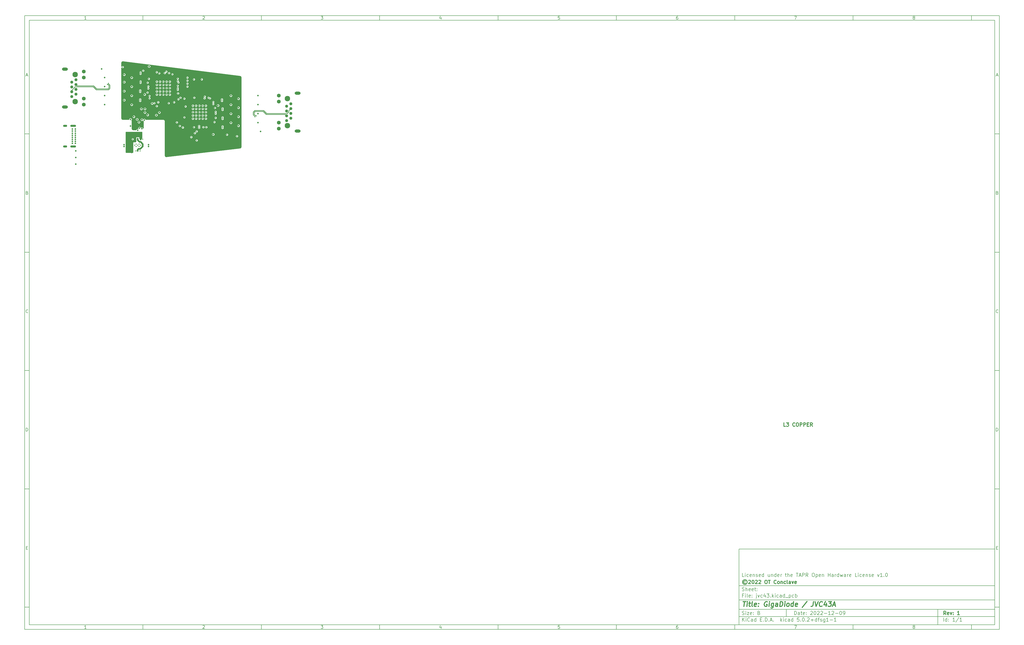
<source format=gbr>
G04 #@! TF.GenerationSoftware,KiCad,Pcbnew,5.0.2+dfsg1-1*
G04 #@! TF.CreationDate,2022-12-09T20:16:51-08:00*
G04 #@! TF.ProjectId,jvc43,6a766334-332e-46b6-9963-61645f706362,1*
G04 #@! TF.SameCoordinates,Original*
G04 #@! TF.FileFunction,Copper,L3,Inr*
G04 #@! TF.FilePolarity,Positive*
%FSLAX46Y46*%
G04 Gerber Fmt 4.6, Leading zero omitted, Abs format (unit mm)*
G04 Created by KiCad (PCBNEW 5.0.2+dfsg1-1) date Fri 09 Dec 2022 08:16:51 PM PST*
%MOMM*%
%LPD*%
G01*
G04 APERTURE LIST*
%ADD10C,0.100000*%
%ADD11C,0.150000*%
%ADD12C,0.300000*%
%ADD13C,0.400000*%
G04 #@! TA.AperFunction,NonConductor*
%ADD14C,0.300000*%
G04 #@! TD*
G04 #@! TA.AperFunction,ViaPad*
%ADD15C,1.600000*%
G04 #@! TD*
G04 #@! TA.AperFunction,ViaPad*
%ADD16C,1.295400*%
G04 #@! TD*
G04 #@! TA.AperFunction,ViaPad*
%ADD17O,2.500000X1.300000*%
G04 #@! TD*
G04 #@! TA.AperFunction,WasherPad*
%ADD18C,2.300000*%
G04 #@! TD*
G04 #@! TA.AperFunction,ViaPad*
%ADD19C,0.500000*%
G04 #@! TD*
G04 #@! TA.AperFunction,ViaPad*
%ADD20O,1.700000X0.900000*%
G04 #@! TD*
G04 #@! TA.AperFunction,ViaPad*
%ADD21O,2.400000X0.900000*%
G04 #@! TD*
G04 #@! TA.AperFunction,ViaPad*
%ADD22C,0.650000*%
G04 #@! TD*
G04 #@! TA.AperFunction,ViaPad*
%ADD23C,0.457200*%
G04 #@! TD*
G04 #@! TA.AperFunction,ViaPad*
%ADD24C,0.635000*%
G04 #@! TD*
G04 #@! TA.AperFunction,Conductor*
%ADD25C,0.223520*%
G04 #@! TD*
G04 #@! TA.AperFunction,Conductor*
%ADD26C,0.635000*%
G04 #@! TD*
G04 #@! TA.AperFunction,Conductor*
%ADD27C,0.254000*%
G04 #@! TD*
G04 APERTURE END LIST*
D10*
D11*
X311800000Y-235400000D02*
X311800000Y-267400000D01*
X419800000Y-267400000D01*
X419800000Y-235400000D01*
X311800000Y-235400000D01*
D10*
D11*
X10000000Y-10000000D02*
X10000000Y-269400000D01*
X421800000Y-269400000D01*
X421800000Y-10000000D01*
X10000000Y-10000000D01*
D10*
D11*
X12000000Y-12000000D02*
X12000000Y-267400000D01*
X419800000Y-267400000D01*
X419800000Y-12000000D01*
X12000000Y-12000000D01*
D10*
D11*
X60000000Y-12000000D02*
X60000000Y-10000000D01*
D10*
D11*
X110000000Y-12000000D02*
X110000000Y-10000000D01*
D10*
D11*
X160000000Y-12000000D02*
X160000000Y-10000000D01*
D10*
D11*
X210000000Y-12000000D02*
X210000000Y-10000000D01*
D10*
D11*
X260000000Y-12000000D02*
X260000000Y-10000000D01*
D10*
D11*
X310000000Y-12000000D02*
X310000000Y-10000000D01*
D10*
D11*
X360000000Y-12000000D02*
X360000000Y-10000000D01*
D10*
D11*
X410000000Y-12000000D02*
X410000000Y-10000000D01*
D10*
D11*
X36065476Y-11588095D02*
X35322619Y-11588095D01*
X35694047Y-11588095D02*
X35694047Y-10288095D01*
X35570238Y-10473809D01*
X35446428Y-10597619D01*
X35322619Y-10659523D01*
D10*
D11*
X85322619Y-10411904D02*
X85384523Y-10350000D01*
X85508333Y-10288095D01*
X85817857Y-10288095D01*
X85941666Y-10350000D01*
X86003571Y-10411904D01*
X86065476Y-10535714D01*
X86065476Y-10659523D01*
X86003571Y-10845238D01*
X85260714Y-11588095D01*
X86065476Y-11588095D01*
D10*
D11*
X135260714Y-10288095D02*
X136065476Y-10288095D01*
X135632142Y-10783333D01*
X135817857Y-10783333D01*
X135941666Y-10845238D01*
X136003571Y-10907142D01*
X136065476Y-11030952D01*
X136065476Y-11340476D01*
X136003571Y-11464285D01*
X135941666Y-11526190D01*
X135817857Y-11588095D01*
X135446428Y-11588095D01*
X135322619Y-11526190D01*
X135260714Y-11464285D01*
D10*
D11*
X185941666Y-10721428D02*
X185941666Y-11588095D01*
X185632142Y-10226190D02*
X185322619Y-11154761D01*
X186127380Y-11154761D01*
D10*
D11*
X236003571Y-10288095D02*
X235384523Y-10288095D01*
X235322619Y-10907142D01*
X235384523Y-10845238D01*
X235508333Y-10783333D01*
X235817857Y-10783333D01*
X235941666Y-10845238D01*
X236003571Y-10907142D01*
X236065476Y-11030952D01*
X236065476Y-11340476D01*
X236003571Y-11464285D01*
X235941666Y-11526190D01*
X235817857Y-11588095D01*
X235508333Y-11588095D01*
X235384523Y-11526190D01*
X235322619Y-11464285D01*
D10*
D11*
X285941666Y-10288095D02*
X285694047Y-10288095D01*
X285570238Y-10350000D01*
X285508333Y-10411904D01*
X285384523Y-10597619D01*
X285322619Y-10845238D01*
X285322619Y-11340476D01*
X285384523Y-11464285D01*
X285446428Y-11526190D01*
X285570238Y-11588095D01*
X285817857Y-11588095D01*
X285941666Y-11526190D01*
X286003571Y-11464285D01*
X286065476Y-11340476D01*
X286065476Y-11030952D01*
X286003571Y-10907142D01*
X285941666Y-10845238D01*
X285817857Y-10783333D01*
X285570238Y-10783333D01*
X285446428Y-10845238D01*
X285384523Y-10907142D01*
X285322619Y-11030952D01*
D10*
D11*
X335260714Y-10288095D02*
X336127380Y-10288095D01*
X335570238Y-11588095D01*
D10*
D11*
X385570238Y-10845238D02*
X385446428Y-10783333D01*
X385384523Y-10721428D01*
X385322619Y-10597619D01*
X385322619Y-10535714D01*
X385384523Y-10411904D01*
X385446428Y-10350000D01*
X385570238Y-10288095D01*
X385817857Y-10288095D01*
X385941666Y-10350000D01*
X386003571Y-10411904D01*
X386065476Y-10535714D01*
X386065476Y-10597619D01*
X386003571Y-10721428D01*
X385941666Y-10783333D01*
X385817857Y-10845238D01*
X385570238Y-10845238D01*
X385446428Y-10907142D01*
X385384523Y-10969047D01*
X385322619Y-11092857D01*
X385322619Y-11340476D01*
X385384523Y-11464285D01*
X385446428Y-11526190D01*
X385570238Y-11588095D01*
X385817857Y-11588095D01*
X385941666Y-11526190D01*
X386003571Y-11464285D01*
X386065476Y-11340476D01*
X386065476Y-11092857D01*
X386003571Y-10969047D01*
X385941666Y-10907142D01*
X385817857Y-10845238D01*
D10*
D11*
X60000000Y-267400000D02*
X60000000Y-269400000D01*
D10*
D11*
X110000000Y-267400000D02*
X110000000Y-269400000D01*
D10*
D11*
X160000000Y-267400000D02*
X160000000Y-269400000D01*
D10*
D11*
X210000000Y-267400000D02*
X210000000Y-269400000D01*
D10*
D11*
X260000000Y-267400000D02*
X260000000Y-269400000D01*
D10*
D11*
X310000000Y-267400000D02*
X310000000Y-269400000D01*
D10*
D11*
X360000000Y-267400000D02*
X360000000Y-269400000D01*
D10*
D11*
X410000000Y-267400000D02*
X410000000Y-269400000D01*
D10*
D11*
X36065476Y-268988095D02*
X35322619Y-268988095D01*
X35694047Y-268988095D02*
X35694047Y-267688095D01*
X35570238Y-267873809D01*
X35446428Y-267997619D01*
X35322619Y-268059523D01*
D10*
D11*
X85322619Y-267811904D02*
X85384523Y-267750000D01*
X85508333Y-267688095D01*
X85817857Y-267688095D01*
X85941666Y-267750000D01*
X86003571Y-267811904D01*
X86065476Y-267935714D01*
X86065476Y-268059523D01*
X86003571Y-268245238D01*
X85260714Y-268988095D01*
X86065476Y-268988095D01*
D10*
D11*
X135260714Y-267688095D02*
X136065476Y-267688095D01*
X135632142Y-268183333D01*
X135817857Y-268183333D01*
X135941666Y-268245238D01*
X136003571Y-268307142D01*
X136065476Y-268430952D01*
X136065476Y-268740476D01*
X136003571Y-268864285D01*
X135941666Y-268926190D01*
X135817857Y-268988095D01*
X135446428Y-268988095D01*
X135322619Y-268926190D01*
X135260714Y-268864285D01*
D10*
D11*
X185941666Y-268121428D02*
X185941666Y-268988095D01*
X185632142Y-267626190D02*
X185322619Y-268554761D01*
X186127380Y-268554761D01*
D10*
D11*
X236003571Y-267688095D02*
X235384523Y-267688095D01*
X235322619Y-268307142D01*
X235384523Y-268245238D01*
X235508333Y-268183333D01*
X235817857Y-268183333D01*
X235941666Y-268245238D01*
X236003571Y-268307142D01*
X236065476Y-268430952D01*
X236065476Y-268740476D01*
X236003571Y-268864285D01*
X235941666Y-268926190D01*
X235817857Y-268988095D01*
X235508333Y-268988095D01*
X235384523Y-268926190D01*
X235322619Y-268864285D01*
D10*
D11*
X285941666Y-267688095D02*
X285694047Y-267688095D01*
X285570238Y-267750000D01*
X285508333Y-267811904D01*
X285384523Y-267997619D01*
X285322619Y-268245238D01*
X285322619Y-268740476D01*
X285384523Y-268864285D01*
X285446428Y-268926190D01*
X285570238Y-268988095D01*
X285817857Y-268988095D01*
X285941666Y-268926190D01*
X286003571Y-268864285D01*
X286065476Y-268740476D01*
X286065476Y-268430952D01*
X286003571Y-268307142D01*
X285941666Y-268245238D01*
X285817857Y-268183333D01*
X285570238Y-268183333D01*
X285446428Y-268245238D01*
X285384523Y-268307142D01*
X285322619Y-268430952D01*
D10*
D11*
X335260714Y-267688095D02*
X336127380Y-267688095D01*
X335570238Y-268988095D01*
D10*
D11*
X385570238Y-268245238D02*
X385446428Y-268183333D01*
X385384523Y-268121428D01*
X385322619Y-267997619D01*
X385322619Y-267935714D01*
X385384523Y-267811904D01*
X385446428Y-267750000D01*
X385570238Y-267688095D01*
X385817857Y-267688095D01*
X385941666Y-267750000D01*
X386003571Y-267811904D01*
X386065476Y-267935714D01*
X386065476Y-267997619D01*
X386003571Y-268121428D01*
X385941666Y-268183333D01*
X385817857Y-268245238D01*
X385570238Y-268245238D01*
X385446428Y-268307142D01*
X385384523Y-268369047D01*
X385322619Y-268492857D01*
X385322619Y-268740476D01*
X385384523Y-268864285D01*
X385446428Y-268926190D01*
X385570238Y-268988095D01*
X385817857Y-268988095D01*
X385941666Y-268926190D01*
X386003571Y-268864285D01*
X386065476Y-268740476D01*
X386065476Y-268492857D01*
X386003571Y-268369047D01*
X385941666Y-268307142D01*
X385817857Y-268245238D01*
D10*
D11*
X10000000Y-60000000D02*
X12000000Y-60000000D01*
D10*
D11*
X10000000Y-110000000D02*
X12000000Y-110000000D01*
D10*
D11*
X10000000Y-160000000D02*
X12000000Y-160000000D01*
D10*
D11*
X10000000Y-210000000D02*
X12000000Y-210000000D01*
D10*
D11*
X10000000Y-260000000D02*
X12000000Y-260000000D01*
D10*
D11*
X10690476Y-35216666D02*
X11309523Y-35216666D01*
X10566666Y-35588095D02*
X11000000Y-34288095D01*
X11433333Y-35588095D01*
D10*
D11*
X11092857Y-84907142D02*
X11278571Y-84969047D01*
X11340476Y-85030952D01*
X11402380Y-85154761D01*
X11402380Y-85340476D01*
X11340476Y-85464285D01*
X11278571Y-85526190D01*
X11154761Y-85588095D01*
X10659523Y-85588095D01*
X10659523Y-84288095D01*
X11092857Y-84288095D01*
X11216666Y-84350000D01*
X11278571Y-84411904D01*
X11340476Y-84535714D01*
X11340476Y-84659523D01*
X11278571Y-84783333D01*
X11216666Y-84845238D01*
X11092857Y-84907142D01*
X10659523Y-84907142D01*
D10*
D11*
X11402380Y-135464285D02*
X11340476Y-135526190D01*
X11154761Y-135588095D01*
X11030952Y-135588095D01*
X10845238Y-135526190D01*
X10721428Y-135402380D01*
X10659523Y-135278571D01*
X10597619Y-135030952D01*
X10597619Y-134845238D01*
X10659523Y-134597619D01*
X10721428Y-134473809D01*
X10845238Y-134350000D01*
X11030952Y-134288095D01*
X11154761Y-134288095D01*
X11340476Y-134350000D01*
X11402380Y-134411904D01*
D10*
D11*
X10659523Y-185588095D02*
X10659523Y-184288095D01*
X10969047Y-184288095D01*
X11154761Y-184350000D01*
X11278571Y-184473809D01*
X11340476Y-184597619D01*
X11402380Y-184845238D01*
X11402380Y-185030952D01*
X11340476Y-185278571D01*
X11278571Y-185402380D01*
X11154761Y-185526190D01*
X10969047Y-185588095D01*
X10659523Y-185588095D01*
D10*
D11*
X10721428Y-234907142D02*
X11154761Y-234907142D01*
X11340476Y-235588095D02*
X10721428Y-235588095D01*
X10721428Y-234288095D01*
X11340476Y-234288095D01*
D10*
D11*
X421800000Y-60000000D02*
X419800000Y-60000000D01*
D10*
D11*
X421800000Y-110000000D02*
X419800000Y-110000000D01*
D10*
D11*
X421800000Y-160000000D02*
X419800000Y-160000000D01*
D10*
D11*
X421800000Y-210000000D02*
X419800000Y-210000000D01*
D10*
D11*
X421800000Y-260000000D02*
X419800000Y-260000000D01*
D10*
D11*
X420490476Y-35216666D02*
X421109523Y-35216666D01*
X420366666Y-35588095D02*
X420800000Y-34288095D01*
X421233333Y-35588095D01*
D10*
D11*
X420892857Y-84907142D02*
X421078571Y-84969047D01*
X421140476Y-85030952D01*
X421202380Y-85154761D01*
X421202380Y-85340476D01*
X421140476Y-85464285D01*
X421078571Y-85526190D01*
X420954761Y-85588095D01*
X420459523Y-85588095D01*
X420459523Y-84288095D01*
X420892857Y-84288095D01*
X421016666Y-84350000D01*
X421078571Y-84411904D01*
X421140476Y-84535714D01*
X421140476Y-84659523D01*
X421078571Y-84783333D01*
X421016666Y-84845238D01*
X420892857Y-84907142D01*
X420459523Y-84907142D01*
D10*
D11*
X421202380Y-135464285D02*
X421140476Y-135526190D01*
X420954761Y-135588095D01*
X420830952Y-135588095D01*
X420645238Y-135526190D01*
X420521428Y-135402380D01*
X420459523Y-135278571D01*
X420397619Y-135030952D01*
X420397619Y-134845238D01*
X420459523Y-134597619D01*
X420521428Y-134473809D01*
X420645238Y-134350000D01*
X420830952Y-134288095D01*
X420954761Y-134288095D01*
X421140476Y-134350000D01*
X421202380Y-134411904D01*
D10*
D11*
X420459523Y-185588095D02*
X420459523Y-184288095D01*
X420769047Y-184288095D01*
X420954761Y-184350000D01*
X421078571Y-184473809D01*
X421140476Y-184597619D01*
X421202380Y-184845238D01*
X421202380Y-185030952D01*
X421140476Y-185278571D01*
X421078571Y-185402380D01*
X420954761Y-185526190D01*
X420769047Y-185588095D01*
X420459523Y-185588095D01*
D10*
D11*
X420521428Y-234907142D02*
X420954761Y-234907142D01*
X421140476Y-235588095D02*
X420521428Y-235588095D01*
X420521428Y-234288095D01*
X421140476Y-234288095D01*
D10*
D11*
X335232142Y-263178571D02*
X335232142Y-261678571D01*
X335589285Y-261678571D01*
X335803571Y-261750000D01*
X335946428Y-261892857D01*
X336017857Y-262035714D01*
X336089285Y-262321428D01*
X336089285Y-262535714D01*
X336017857Y-262821428D01*
X335946428Y-262964285D01*
X335803571Y-263107142D01*
X335589285Y-263178571D01*
X335232142Y-263178571D01*
X337375000Y-263178571D02*
X337375000Y-262392857D01*
X337303571Y-262250000D01*
X337160714Y-262178571D01*
X336875000Y-262178571D01*
X336732142Y-262250000D01*
X337375000Y-263107142D02*
X337232142Y-263178571D01*
X336875000Y-263178571D01*
X336732142Y-263107142D01*
X336660714Y-262964285D01*
X336660714Y-262821428D01*
X336732142Y-262678571D01*
X336875000Y-262607142D01*
X337232142Y-262607142D01*
X337375000Y-262535714D01*
X337875000Y-262178571D02*
X338446428Y-262178571D01*
X338089285Y-261678571D02*
X338089285Y-262964285D01*
X338160714Y-263107142D01*
X338303571Y-263178571D01*
X338446428Y-263178571D01*
X339517857Y-263107142D02*
X339375000Y-263178571D01*
X339089285Y-263178571D01*
X338946428Y-263107142D01*
X338875000Y-262964285D01*
X338875000Y-262392857D01*
X338946428Y-262250000D01*
X339089285Y-262178571D01*
X339375000Y-262178571D01*
X339517857Y-262250000D01*
X339589285Y-262392857D01*
X339589285Y-262535714D01*
X338875000Y-262678571D01*
X340232142Y-263035714D02*
X340303571Y-263107142D01*
X340232142Y-263178571D01*
X340160714Y-263107142D01*
X340232142Y-263035714D01*
X340232142Y-263178571D01*
X340232142Y-262250000D02*
X340303571Y-262321428D01*
X340232142Y-262392857D01*
X340160714Y-262321428D01*
X340232142Y-262250000D01*
X340232142Y-262392857D01*
X342017857Y-261821428D02*
X342089285Y-261750000D01*
X342232142Y-261678571D01*
X342589285Y-261678571D01*
X342732142Y-261750000D01*
X342803571Y-261821428D01*
X342875000Y-261964285D01*
X342875000Y-262107142D01*
X342803571Y-262321428D01*
X341946428Y-263178571D01*
X342875000Y-263178571D01*
X343803571Y-261678571D02*
X343946428Y-261678571D01*
X344089285Y-261750000D01*
X344160714Y-261821428D01*
X344232142Y-261964285D01*
X344303571Y-262250000D01*
X344303571Y-262607142D01*
X344232142Y-262892857D01*
X344160714Y-263035714D01*
X344089285Y-263107142D01*
X343946428Y-263178571D01*
X343803571Y-263178571D01*
X343660714Y-263107142D01*
X343589285Y-263035714D01*
X343517857Y-262892857D01*
X343446428Y-262607142D01*
X343446428Y-262250000D01*
X343517857Y-261964285D01*
X343589285Y-261821428D01*
X343660714Y-261750000D01*
X343803571Y-261678571D01*
X344875000Y-261821428D02*
X344946428Y-261750000D01*
X345089285Y-261678571D01*
X345446428Y-261678571D01*
X345589285Y-261750000D01*
X345660714Y-261821428D01*
X345732142Y-261964285D01*
X345732142Y-262107142D01*
X345660714Y-262321428D01*
X344803571Y-263178571D01*
X345732142Y-263178571D01*
X346303571Y-261821428D02*
X346375000Y-261750000D01*
X346517857Y-261678571D01*
X346875000Y-261678571D01*
X347017857Y-261750000D01*
X347089285Y-261821428D01*
X347160714Y-261964285D01*
X347160714Y-262107142D01*
X347089285Y-262321428D01*
X346232142Y-263178571D01*
X347160714Y-263178571D01*
X347803571Y-262607142D02*
X348946428Y-262607142D01*
X350446428Y-263178571D02*
X349589285Y-263178571D01*
X350017857Y-263178571D02*
X350017857Y-261678571D01*
X349875000Y-261892857D01*
X349732142Y-262035714D01*
X349589285Y-262107142D01*
X351017857Y-261821428D02*
X351089285Y-261750000D01*
X351232142Y-261678571D01*
X351589285Y-261678571D01*
X351732142Y-261750000D01*
X351803571Y-261821428D01*
X351875000Y-261964285D01*
X351875000Y-262107142D01*
X351803571Y-262321428D01*
X350946428Y-263178571D01*
X351875000Y-263178571D01*
X352517857Y-262607142D02*
X353660714Y-262607142D01*
X354660714Y-261678571D02*
X354803571Y-261678571D01*
X354946428Y-261750000D01*
X355017857Y-261821428D01*
X355089285Y-261964285D01*
X355160714Y-262250000D01*
X355160714Y-262607142D01*
X355089285Y-262892857D01*
X355017857Y-263035714D01*
X354946428Y-263107142D01*
X354803571Y-263178571D01*
X354660714Y-263178571D01*
X354517857Y-263107142D01*
X354446428Y-263035714D01*
X354375000Y-262892857D01*
X354303571Y-262607142D01*
X354303571Y-262250000D01*
X354375000Y-261964285D01*
X354446428Y-261821428D01*
X354517857Y-261750000D01*
X354660714Y-261678571D01*
X355875000Y-263178571D02*
X356160714Y-263178571D01*
X356303571Y-263107142D01*
X356375000Y-263035714D01*
X356517857Y-262821428D01*
X356589285Y-262535714D01*
X356589285Y-261964285D01*
X356517857Y-261821428D01*
X356446428Y-261750000D01*
X356303571Y-261678571D01*
X356017857Y-261678571D01*
X355875000Y-261750000D01*
X355803571Y-261821428D01*
X355732142Y-261964285D01*
X355732142Y-262321428D01*
X355803571Y-262464285D01*
X355875000Y-262535714D01*
X356017857Y-262607142D01*
X356303571Y-262607142D01*
X356446428Y-262535714D01*
X356517857Y-262464285D01*
X356589285Y-262321428D01*
D10*
D11*
X311800000Y-263900000D02*
X419800000Y-263900000D01*
D10*
D11*
X313232142Y-265978571D02*
X313232142Y-264478571D01*
X314089285Y-265978571D02*
X313446428Y-265121428D01*
X314089285Y-264478571D02*
X313232142Y-265335714D01*
X314732142Y-265978571D02*
X314732142Y-264978571D01*
X314732142Y-264478571D02*
X314660714Y-264550000D01*
X314732142Y-264621428D01*
X314803571Y-264550000D01*
X314732142Y-264478571D01*
X314732142Y-264621428D01*
X316303571Y-265835714D02*
X316232142Y-265907142D01*
X316017857Y-265978571D01*
X315875000Y-265978571D01*
X315660714Y-265907142D01*
X315517857Y-265764285D01*
X315446428Y-265621428D01*
X315375000Y-265335714D01*
X315375000Y-265121428D01*
X315446428Y-264835714D01*
X315517857Y-264692857D01*
X315660714Y-264550000D01*
X315875000Y-264478571D01*
X316017857Y-264478571D01*
X316232142Y-264550000D01*
X316303571Y-264621428D01*
X317589285Y-265978571D02*
X317589285Y-265192857D01*
X317517857Y-265050000D01*
X317375000Y-264978571D01*
X317089285Y-264978571D01*
X316946428Y-265050000D01*
X317589285Y-265907142D02*
X317446428Y-265978571D01*
X317089285Y-265978571D01*
X316946428Y-265907142D01*
X316875000Y-265764285D01*
X316875000Y-265621428D01*
X316946428Y-265478571D01*
X317089285Y-265407142D01*
X317446428Y-265407142D01*
X317589285Y-265335714D01*
X318946428Y-265978571D02*
X318946428Y-264478571D01*
X318946428Y-265907142D02*
X318803571Y-265978571D01*
X318517857Y-265978571D01*
X318375000Y-265907142D01*
X318303571Y-265835714D01*
X318232142Y-265692857D01*
X318232142Y-265264285D01*
X318303571Y-265121428D01*
X318375000Y-265050000D01*
X318517857Y-264978571D01*
X318803571Y-264978571D01*
X318946428Y-265050000D01*
X320803571Y-265192857D02*
X321303571Y-265192857D01*
X321517857Y-265978571D02*
X320803571Y-265978571D01*
X320803571Y-264478571D01*
X321517857Y-264478571D01*
X322160714Y-265835714D02*
X322232142Y-265907142D01*
X322160714Y-265978571D01*
X322089285Y-265907142D01*
X322160714Y-265835714D01*
X322160714Y-265978571D01*
X322875000Y-265978571D02*
X322875000Y-264478571D01*
X323232142Y-264478571D01*
X323446428Y-264550000D01*
X323589285Y-264692857D01*
X323660714Y-264835714D01*
X323732142Y-265121428D01*
X323732142Y-265335714D01*
X323660714Y-265621428D01*
X323589285Y-265764285D01*
X323446428Y-265907142D01*
X323232142Y-265978571D01*
X322875000Y-265978571D01*
X324375000Y-265835714D02*
X324446428Y-265907142D01*
X324375000Y-265978571D01*
X324303571Y-265907142D01*
X324375000Y-265835714D01*
X324375000Y-265978571D01*
X325017857Y-265550000D02*
X325732142Y-265550000D01*
X324875000Y-265978571D02*
X325375000Y-264478571D01*
X325875000Y-265978571D01*
X326375000Y-265835714D02*
X326446428Y-265907142D01*
X326375000Y-265978571D01*
X326303571Y-265907142D01*
X326375000Y-265835714D01*
X326375000Y-265978571D01*
X329375000Y-265978571D02*
X329375000Y-264478571D01*
X329517857Y-265407142D02*
X329946428Y-265978571D01*
X329946428Y-264978571D02*
X329375000Y-265550000D01*
X330589285Y-265978571D02*
X330589285Y-264978571D01*
X330589285Y-264478571D02*
X330517857Y-264550000D01*
X330589285Y-264621428D01*
X330660714Y-264550000D01*
X330589285Y-264478571D01*
X330589285Y-264621428D01*
X331946428Y-265907142D02*
X331803571Y-265978571D01*
X331517857Y-265978571D01*
X331375000Y-265907142D01*
X331303571Y-265835714D01*
X331232142Y-265692857D01*
X331232142Y-265264285D01*
X331303571Y-265121428D01*
X331375000Y-265050000D01*
X331517857Y-264978571D01*
X331803571Y-264978571D01*
X331946428Y-265050000D01*
X333232142Y-265978571D02*
X333232142Y-265192857D01*
X333160714Y-265050000D01*
X333017857Y-264978571D01*
X332732142Y-264978571D01*
X332589285Y-265050000D01*
X333232142Y-265907142D02*
X333089285Y-265978571D01*
X332732142Y-265978571D01*
X332589285Y-265907142D01*
X332517857Y-265764285D01*
X332517857Y-265621428D01*
X332589285Y-265478571D01*
X332732142Y-265407142D01*
X333089285Y-265407142D01*
X333232142Y-265335714D01*
X334589285Y-265978571D02*
X334589285Y-264478571D01*
X334589285Y-265907142D02*
X334446428Y-265978571D01*
X334160714Y-265978571D01*
X334017857Y-265907142D01*
X333946428Y-265835714D01*
X333875000Y-265692857D01*
X333875000Y-265264285D01*
X333946428Y-265121428D01*
X334017857Y-265050000D01*
X334160714Y-264978571D01*
X334446428Y-264978571D01*
X334589285Y-265050000D01*
X337160714Y-264478571D02*
X336446428Y-264478571D01*
X336375000Y-265192857D01*
X336446428Y-265121428D01*
X336589285Y-265050000D01*
X336946428Y-265050000D01*
X337089285Y-265121428D01*
X337160714Y-265192857D01*
X337232142Y-265335714D01*
X337232142Y-265692857D01*
X337160714Y-265835714D01*
X337089285Y-265907142D01*
X336946428Y-265978571D01*
X336589285Y-265978571D01*
X336446428Y-265907142D01*
X336375000Y-265835714D01*
X337875000Y-265835714D02*
X337946428Y-265907142D01*
X337875000Y-265978571D01*
X337803571Y-265907142D01*
X337875000Y-265835714D01*
X337875000Y-265978571D01*
X338875000Y-264478571D02*
X339017857Y-264478571D01*
X339160714Y-264550000D01*
X339232142Y-264621428D01*
X339303571Y-264764285D01*
X339375000Y-265050000D01*
X339375000Y-265407142D01*
X339303571Y-265692857D01*
X339232142Y-265835714D01*
X339160714Y-265907142D01*
X339017857Y-265978571D01*
X338875000Y-265978571D01*
X338732142Y-265907142D01*
X338660714Y-265835714D01*
X338589285Y-265692857D01*
X338517857Y-265407142D01*
X338517857Y-265050000D01*
X338589285Y-264764285D01*
X338660714Y-264621428D01*
X338732142Y-264550000D01*
X338875000Y-264478571D01*
X340017857Y-265835714D02*
X340089285Y-265907142D01*
X340017857Y-265978571D01*
X339946428Y-265907142D01*
X340017857Y-265835714D01*
X340017857Y-265978571D01*
X340660714Y-264621428D02*
X340732142Y-264550000D01*
X340875000Y-264478571D01*
X341232142Y-264478571D01*
X341375000Y-264550000D01*
X341446428Y-264621428D01*
X341517857Y-264764285D01*
X341517857Y-264907142D01*
X341446428Y-265121428D01*
X340589285Y-265978571D01*
X341517857Y-265978571D01*
X342160714Y-265407142D02*
X343303571Y-265407142D01*
X342732142Y-265978571D02*
X342732142Y-264835714D01*
X344660714Y-265978571D02*
X344660714Y-264478571D01*
X344660714Y-265907142D02*
X344517857Y-265978571D01*
X344232142Y-265978571D01*
X344089285Y-265907142D01*
X344017857Y-265835714D01*
X343946428Y-265692857D01*
X343946428Y-265264285D01*
X344017857Y-265121428D01*
X344089285Y-265050000D01*
X344232142Y-264978571D01*
X344517857Y-264978571D01*
X344660714Y-265050000D01*
X345160714Y-264978571D02*
X345732142Y-264978571D01*
X345375000Y-265978571D02*
X345375000Y-264692857D01*
X345446428Y-264550000D01*
X345589285Y-264478571D01*
X345732142Y-264478571D01*
X346160714Y-265907142D02*
X346303571Y-265978571D01*
X346589285Y-265978571D01*
X346732142Y-265907142D01*
X346803571Y-265764285D01*
X346803571Y-265692857D01*
X346732142Y-265550000D01*
X346589285Y-265478571D01*
X346375000Y-265478571D01*
X346232142Y-265407142D01*
X346160714Y-265264285D01*
X346160714Y-265192857D01*
X346232142Y-265050000D01*
X346375000Y-264978571D01*
X346589285Y-264978571D01*
X346732142Y-265050000D01*
X348089285Y-264978571D02*
X348089285Y-266192857D01*
X348017857Y-266335714D01*
X347946428Y-266407142D01*
X347803571Y-266478571D01*
X347589285Y-266478571D01*
X347446428Y-266407142D01*
X348089285Y-265907142D02*
X347946428Y-265978571D01*
X347660714Y-265978571D01*
X347517857Y-265907142D01*
X347446428Y-265835714D01*
X347375000Y-265692857D01*
X347375000Y-265264285D01*
X347446428Y-265121428D01*
X347517857Y-265050000D01*
X347660714Y-264978571D01*
X347946428Y-264978571D01*
X348089285Y-265050000D01*
X349589285Y-265978571D02*
X348732142Y-265978571D01*
X349160714Y-265978571D02*
X349160714Y-264478571D01*
X349017857Y-264692857D01*
X348875000Y-264835714D01*
X348732142Y-264907142D01*
X350232142Y-265407142D02*
X351375000Y-265407142D01*
X352875000Y-265978571D02*
X352017857Y-265978571D01*
X352446428Y-265978571D02*
X352446428Y-264478571D01*
X352303571Y-264692857D01*
X352160714Y-264835714D01*
X352017857Y-264907142D01*
D10*
D11*
X311800000Y-260900000D02*
X419800000Y-260900000D01*
D10*
D12*
X399209285Y-263178571D02*
X398709285Y-262464285D01*
X398352142Y-263178571D02*
X398352142Y-261678571D01*
X398923571Y-261678571D01*
X399066428Y-261750000D01*
X399137857Y-261821428D01*
X399209285Y-261964285D01*
X399209285Y-262178571D01*
X399137857Y-262321428D01*
X399066428Y-262392857D01*
X398923571Y-262464285D01*
X398352142Y-262464285D01*
X400423571Y-263107142D02*
X400280714Y-263178571D01*
X399995000Y-263178571D01*
X399852142Y-263107142D01*
X399780714Y-262964285D01*
X399780714Y-262392857D01*
X399852142Y-262250000D01*
X399995000Y-262178571D01*
X400280714Y-262178571D01*
X400423571Y-262250000D01*
X400495000Y-262392857D01*
X400495000Y-262535714D01*
X399780714Y-262678571D01*
X400995000Y-262178571D02*
X401352142Y-263178571D01*
X401709285Y-262178571D01*
X402280714Y-263035714D02*
X402352142Y-263107142D01*
X402280714Y-263178571D01*
X402209285Y-263107142D01*
X402280714Y-263035714D01*
X402280714Y-263178571D01*
X402280714Y-262250000D02*
X402352142Y-262321428D01*
X402280714Y-262392857D01*
X402209285Y-262321428D01*
X402280714Y-262250000D01*
X402280714Y-262392857D01*
X404923571Y-263178571D02*
X404066428Y-263178571D01*
X404495000Y-263178571D02*
X404495000Y-261678571D01*
X404352142Y-261892857D01*
X404209285Y-262035714D01*
X404066428Y-262107142D01*
D10*
D11*
X313160714Y-263107142D02*
X313375000Y-263178571D01*
X313732142Y-263178571D01*
X313875000Y-263107142D01*
X313946428Y-263035714D01*
X314017857Y-262892857D01*
X314017857Y-262750000D01*
X313946428Y-262607142D01*
X313875000Y-262535714D01*
X313732142Y-262464285D01*
X313446428Y-262392857D01*
X313303571Y-262321428D01*
X313232142Y-262250000D01*
X313160714Y-262107142D01*
X313160714Y-261964285D01*
X313232142Y-261821428D01*
X313303571Y-261750000D01*
X313446428Y-261678571D01*
X313803571Y-261678571D01*
X314017857Y-261750000D01*
X314660714Y-263178571D02*
X314660714Y-262178571D01*
X314660714Y-261678571D02*
X314589285Y-261750000D01*
X314660714Y-261821428D01*
X314732142Y-261750000D01*
X314660714Y-261678571D01*
X314660714Y-261821428D01*
X315232142Y-262178571D02*
X316017857Y-262178571D01*
X315232142Y-263178571D01*
X316017857Y-263178571D01*
X317160714Y-263107142D02*
X317017857Y-263178571D01*
X316732142Y-263178571D01*
X316589285Y-263107142D01*
X316517857Y-262964285D01*
X316517857Y-262392857D01*
X316589285Y-262250000D01*
X316732142Y-262178571D01*
X317017857Y-262178571D01*
X317160714Y-262250000D01*
X317232142Y-262392857D01*
X317232142Y-262535714D01*
X316517857Y-262678571D01*
X317875000Y-263035714D02*
X317946428Y-263107142D01*
X317875000Y-263178571D01*
X317803571Y-263107142D01*
X317875000Y-263035714D01*
X317875000Y-263178571D01*
X317875000Y-262250000D02*
X317946428Y-262321428D01*
X317875000Y-262392857D01*
X317803571Y-262321428D01*
X317875000Y-262250000D01*
X317875000Y-262392857D01*
X320232142Y-262392857D02*
X320446428Y-262464285D01*
X320517857Y-262535714D01*
X320589285Y-262678571D01*
X320589285Y-262892857D01*
X320517857Y-263035714D01*
X320446428Y-263107142D01*
X320303571Y-263178571D01*
X319732142Y-263178571D01*
X319732142Y-261678571D01*
X320232142Y-261678571D01*
X320375000Y-261750000D01*
X320446428Y-261821428D01*
X320517857Y-261964285D01*
X320517857Y-262107142D01*
X320446428Y-262250000D01*
X320375000Y-262321428D01*
X320232142Y-262392857D01*
X319732142Y-262392857D01*
D10*
D11*
X398232142Y-265978571D02*
X398232142Y-264478571D01*
X399589285Y-265978571D02*
X399589285Y-264478571D01*
X399589285Y-265907142D02*
X399446428Y-265978571D01*
X399160714Y-265978571D01*
X399017857Y-265907142D01*
X398946428Y-265835714D01*
X398875000Y-265692857D01*
X398875000Y-265264285D01*
X398946428Y-265121428D01*
X399017857Y-265050000D01*
X399160714Y-264978571D01*
X399446428Y-264978571D01*
X399589285Y-265050000D01*
X400303571Y-265835714D02*
X400375000Y-265907142D01*
X400303571Y-265978571D01*
X400232142Y-265907142D01*
X400303571Y-265835714D01*
X400303571Y-265978571D01*
X400303571Y-265050000D02*
X400375000Y-265121428D01*
X400303571Y-265192857D01*
X400232142Y-265121428D01*
X400303571Y-265050000D01*
X400303571Y-265192857D01*
X402946428Y-265978571D02*
X402089285Y-265978571D01*
X402517857Y-265978571D02*
X402517857Y-264478571D01*
X402375000Y-264692857D01*
X402232142Y-264835714D01*
X402089285Y-264907142D01*
X404660714Y-264407142D02*
X403375000Y-266335714D01*
X405946428Y-265978571D02*
X405089285Y-265978571D01*
X405517857Y-265978571D02*
X405517857Y-264478571D01*
X405375000Y-264692857D01*
X405232142Y-264835714D01*
X405089285Y-264907142D01*
D10*
D11*
X311800000Y-256900000D02*
X419800000Y-256900000D01*
D10*
D13*
X313512380Y-257604761D02*
X314655238Y-257604761D01*
X313833809Y-259604761D02*
X314083809Y-257604761D01*
X315071904Y-259604761D02*
X315238571Y-258271428D01*
X315321904Y-257604761D02*
X315214761Y-257700000D01*
X315298095Y-257795238D01*
X315405238Y-257700000D01*
X315321904Y-257604761D01*
X315298095Y-257795238D01*
X315905238Y-258271428D02*
X316667142Y-258271428D01*
X316274285Y-257604761D02*
X316060000Y-259319047D01*
X316131428Y-259509523D01*
X316310000Y-259604761D01*
X316500476Y-259604761D01*
X317452857Y-259604761D02*
X317274285Y-259509523D01*
X317202857Y-259319047D01*
X317417142Y-257604761D01*
X318988571Y-259509523D02*
X318786190Y-259604761D01*
X318405238Y-259604761D01*
X318226666Y-259509523D01*
X318155238Y-259319047D01*
X318250476Y-258557142D01*
X318369523Y-258366666D01*
X318571904Y-258271428D01*
X318952857Y-258271428D01*
X319131428Y-258366666D01*
X319202857Y-258557142D01*
X319179047Y-258747619D01*
X318202857Y-258938095D01*
X319952857Y-259414285D02*
X320036190Y-259509523D01*
X319929047Y-259604761D01*
X319845714Y-259509523D01*
X319952857Y-259414285D01*
X319929047Y-259604761D01*
X320083809Y-258366666D02*
X320167142Y-258461904D01*
X320060000Y-258557142D01*
X319976666Y-258461904D01*
X320083809Y-258366666D01*
X320060000Y-258557142D01*
X323690952Y-257700000D02*
X323512380Y-257604761D01*
X323226666Y-257604761D01*
X322929047Y-257700000D01*
X322714761Y-257890476D01*
X322595714Y-258080952D01*
X322452857Y-258461904D01*
X322417142Y-258747619D01*
X322464761Y-259128571D01*
X322536190Y-259319047D01*
X322702857Y-259509523D01*
X322976666Y-259604761D01*
X323167142Y-259604761D01*
X323464761Y-259509523D01*
X323571904Y-259414285D01*
X323655238Y-258747619D01*
X323274285Y-258747619D01*
X324405238Y-259604761D02*
X324571904Y-258271428D01*
X324655238Y-257604761D02*
X324548095Y-257700000D01*
X324631428Y-257795238D01*
X324738571Y-257700000D01*
X324655238Y-257604761D01*
X324631428Y-257795238D01*
X326381428Y-258271428D02*
X326179047Y-259890476D01*
X326060000Y-260080952D01*
X325952857Y-260176190D01*
X325750476Y-260271428D01*
X325464761Y-260271428D01*
X325286190Y-260176190D01*
X326226666Y-259509523D02*
X326024285Y-259604761D01*
X325643333Y-259604761D01*
X325464761Y-259509523D01*
X325381428Y-259414285D01*
X325310000Y-259223809D01*
X325381428Y-258652380D01*
X325500476Y-258461904D01*
X325607619Y-258366666D01*
X325810000Y-258271428D01*
X326190952Y-258271428D01*
X326369523Y-258366666D01*
X328024285Y-259604761D02*
X328155238Y-258557142D01*
X328083809Y-258366666D01*
X327905238Y-258271428D01*
X327524285Y-258271428D01*
X327321904Y-258366666D01*
X328036190Y-259509523D02*
X327833809Y-259604761D01*
X327357619Y-259604761D01*
X327179047Y-259509523D01*
X327107619Y-259319047D01*
X327131428Y-259128571D01*
X327250476Y-258938095D01*
X327452857Y-258842857D01*
X327929047Y-258842857D01*
X328131428Y-258747619D01*
X328976666Y-259604761D02*
X329226666Y-257604761D01*
X329702857Y-257604761D01*
X329976666Y-257700000D01*
X330143333Y-257890476D01*
X330214761Y-258080952D01*
X330262380Y-258461904D01*
X330226666Y-258747619D01*
X330083809Y-259128571D01*
X329964761Y-259319047D01*
X329750476Y-259509523D01*
X329452857Y-259604761D01*
X328976666Y-259604761D01*
X330976666Y-259604761D02*
X331143333Y-258271428D01*
X331226666Y-257604761D02*
X331119523Y-257700000D01*
X331202857Y-257795238D01*
X331310000Y-257700000D01*
X331226666Y-257604761D01*
X331202857Y-257795238D01*
X332214761Y-259604761D02*
X332036190Y-259509523D01*
X331952857Y-259414285D01*
X331881428Y-259223809D01*
X331952857Y-258652380D01*
X332071904Y-258461904D01*
X332179047Y-258366666D01*
X332381428Y-258271428D01*
X332667142Y-258271428D01*
X332845714Y-258366666D01*
X332929047Y-258461904D01*
X333000476Y-258652380D01*
X332929047Y-259223809D01*
X332810000Y-259414285D01*
X332702857Y-259509523D01*
X332500476Y-259604761D01*
X332214761Y-259604761D01*
X334595714Y-259604761D02*
X334845714Y-257604761D01*
X334607619Y-259509523D02*
X334405238Y-259604761D01*
X334024285Y-259604761D01*
X333845714Y-259509523D01*
X333762380Y-259414285D01*
X333690952Y-259223809D01*
X333762380Y-258652380D01*
X333881428Y-258461904D01*
X333988571Y-258366666D01*
X334190952Y-258271428D01*
X334571904Y-258271428D01*
X334750476Y-258366666D01*
X336321904Y-259509523D02*
X336119523Y-259604761D01*
X335738571Y-259604761D01*
X335560000Y-259509523D01*
X335488571Y-259319047D01*
X335583809Y-258557142D01*
X335702857Y-258366666D01*
X335905238Y-258271428D01*
X336286190Y-258271428D01*
X336464761Y-258366666D01*
X336536190Y-258557142D01*
X336512380Y-258747619D01*
X335536190Y-258938095D01*
X340476666Y-257509523D02*
X338440952Y-260080952D01*
X343226666Y-257604761D02*
X343048095Y-259033333D01*
X342917142Y-259319047D01*
X342702857Y-259509523D01*
X342405238Y-259604761D01*
X342214761Y-259604761D01*
X343893333Y-257604761D02*
X344310000Y-259604761D01*
X345226666Y-257604761D01*
X346810000Y-259414285D02*
X346702857Y-259509523D01*
X346405238Y-259604761D01*
X346214761Y-259604761D01*
X345940952Y-259509523D01*
X345774285Y-259319047D01*
X345702857Y-259128571D01*
X345655238Y-258747619D01*
X345690952Y-258461904D01*
X345833809Y-258080952D01*
X345952857Y-257890476D01*
X346167142Y-257700000D01*
X346464761Y-257604761D01*
X346655238Y-257604761D01*
X346929047Y-257700000D01*
X347012380Y-257795238D01*
X348667142Y-258271428D02*
X348500476Y-259604761D01*
X348286190Y-257509523D02*
X347631428Y-258938095D01*
X348869523Y-258938095D01*
X349607619Y-257604761D02*
X350845714Y-257604761D01*
X350083809Y-258366666D01*
X350369523Y-258366666D01*
X350548095Y-258461904D01*
X350631428Y-258557142D01*
X350702857Y-258747619D01*
X350643333Y-259223809D01*
X350524285Y-259414285D01*
X350417142Y-259509523D01*
X350214761Y-259604761D01*
X349643333Y-259604761D01*
X349464761Y-259509523D01*
X349381428Y-259414285D01*
X351429047Y-259033333D02*
X352381428Y-259033333D01*
X351167142Y-259604761D02*
X352083809Y-257604761D01*
X352500476Y-259604761D01*
D10*
D11*
X313732142Y-254992857D02*
X313232142Y-254992857D01*
X313232142Y-255778571D02*
X313232142Y-254278571D01*
X313946428Y-254278571D01*
X314517857Y-255778571D02*
X314517857Y-254778571D01*
X314517857Y-254278571D02*
X314446428Y-254350000D01*
X314517857Y-254421428D01*
X314589285Y-254350000D01*
X314517857Y-254278571D01*
X314517857Y-254421428D01*
X315446428Y-255778571D02*
X315303571Y-255707142D01*
X315232142Y-255564285D01*
X315232142Y-254278571D01*
X316589285Y-255707142D02*
X316446428Y-255778571D01*
X316160714Y-255778571D01*
X316017857Y-255707142D01*
X315946428Y-255564285D01*
X315946428Y-254992857D01*
X316017857Y-254850000D01*
X316160714Y-254778571D01*
X316446428Y-254778571D01*
X316589285Y-254850000D01*
X316660714Y-254992857D01*
X316660714Y-255135714D01*
X315946428Y-255278571D01*
X317303571Y-255635714D02*
X317375000Y-255707142D01*
X317303571Y-255778571D01*
X317232142Y-255707142D01*
X317303571Y-255635714D01*
X317303571Y-255778571D01*
X317303571Y-254850000D02*
X317375000Y-254921428D01*
X317303571Y-254992857D01*
X317232142Y-254921428D01*
X317303571Y-254850000D01*
X317303571Y-254992857D01*
X319160714Y-254778571D02*
X319160714Y-256064285D01*
X319089285Y-256207142D01*
X318946428Y-256278571D01*
X318875000Y-256278571D01*
X319160714Y-254278571D02*
X319089285Y-254350000D01*
X319160714Y-254421428D01*
X319232142Y-254350000D01*
X319160714Y-254278571D01*
X319160714Y-254421428D01*
X319732142Y-254778571D02*
X320089285Y-255778571D01*
X320446428Y-254778571D01*
X321660714Y-255707142D02*
X321517857Y-255778571D01*
X321232142Y-255778571D01*
X321089285Y-255707142D01*
X321017857Y-255635714D01*
X320946428Y-255492857D01*
X320946428Y-255064285D01*
X321017857Y-254921428D01*
X321089285Y-254850000D01*
X321232142Y-254778571D01*
X321517857Y-254778571D01*
X321660714Y-254850000D01*
X322946428Y-254778571D02*
X322946428Y-255778571D01*
X322589285Y-254207142D02*
X322232142Y-255278571D01*
X323160714Y-255278571D01*
X323589285Y-254278571D02*
X324517857Y-254278571D01*
X324017857Y-254850000D01*
X324232142Y-254850000D01*
X324375000Y-254921428D01*
X324446428Y-254992857D01*
X324517857Y-255135714D01*
X324517857Y-255492857D01*
X324446428Y-255635714D01*
X324375000Y-255707142D01*
X324232142Y-255778571D01*
X323803571Y-255778571D01*
X323660714Y-255707142D01*
X323589285Y-255635714D01*
X325160714Y-255635714D02*
X325232142Y-255707142D01*
X325160714Y-255778571D01*
X325089285Y-255707142D01*
X325160714Y-255635714D01*
X325160714Y-255778571D01*
X325875000Y-255778571D02*
X325875000Y-254278571D01*
X326017857Y-255207142D02*
X326446428Y-255778571D01*
X326446428Y-254778571D02*
X325875000Y-255350000D01*
X327089285Y-255778571D02*
X327089285Y-254778571D01*
X327089285Y-254278571D02*
X327017857Y-254350000D01*
X327089285Y-254421428D01*
X327160714Y-254350000D01*
X327089285Y-254278571D01*
X327089285Y-254421428D01*
X328446428Y-255707142D02*
X328303571Y-255778571D01*
X328017857Y-255778571D01*
X327875000Y-255707142D01*
X327803571Y-255635714D01*
X327732142Y-255492857D01*
X327732142Y-255064285D01*
X327803571Y-254921428D01*
X327875000Y-254850000D01*
X328017857Y-254778571D01*
X328303571Y-254778571D01*
X328446428Y-254850000D01*
X329732142Y-255778571D02*
X329732142Y-254992857D01*
X329660714Y-254850000D01*
X329517857Y-254778571D01*
X329232142Y-254778571D01*
X329089285Y-254850000D01*
X329732142Y-255707142D02*
X329589285Y-255778571D01*
X329232142Y-255778571D01*
X329089285Y-255707142D01*
X329017857Y-255564285D01*
X329017857Y-255421428D01*
X329089285Y-255278571D01*
X329232142Y-255207142D01*
X329589285Y-255207142D01*
X329732142Y-255135714D01*
X331089285Y-255778571D02*
X331089285Y-254278571D01*
X331089285Y-255707142D02*
X330946428Y-255778571D01*
X330660714Y-255778571D01*
X330517857Y-255707142D01*
X330446428Y-255635714D01*
X330375000Y-255492857D01*
X330375000Y-255064285D01*
X330446428Y-254921428D01*
X330517857Y-254850000D01*
X330660714Y-254778571D01*
X330946428Y-254778571D01*
X331089285Y-254850000D01*
X331446428Y-255921428D02*
X332589285Y-255921428D01*
X332946428Y-254778571D02*
X332946428Y-256278571D01*
X332946428Y-254850000D02*
X333089285Y-254778571D01*
X333375000Y-254778571D01*
X333517857Y-254850000D01*
X333589285Y-254921428D01*
X333660714Y-255064285D01*
X333660714Y-255492857D01*
X333589285Y-255635714D01*
X333517857Y-255707142D01*
X333375000Y-255778571D01*
X333089285Y-255778571D01*
X332946428Y-255707142D01*
X334946428Y-255707142D02*
X334803571Y-255778571D01*
X334517857Y-255778571D01*
X334375000Y-255707142D01*
X334303571Y-255635714D01*
X334232142Y-255492857D01*
X334232142Y-255064285D01*
X334303571Y-254921428D01*
X334375000Y-254850000D01*
X334517857Y-254778571D01*
X334803571Y-254778571D01*
X334946428Y-254850000D01*
X335589285Y-255778571D02*
X335589285Y-254278571D01*
X335589285Y-254850000D02*
X335732142Y-254778571D01*
X336017857Y-254778571D01*
X336160714Y-254850000D01*
X336232142Y-254921428D01*
X336303571Y-255064285D01*
X336303571Y-255492857D01*
X336232142Y-255635714D01*
X336160714Y-255707142D01*
X336017857Y-255778571D01*
X335732142Y-255778571D01*
X335589285Y-255707142D01*
D10*
D11*
X311800000Y-250900000D02*
X419800000Y-250900000D01*
D10*
D11*
X313160714Y-253007142D02*
X313375000Y-253078571D01*
X313732142Y-253078571D01*
X313875000Y-253007142D01*
X313946428Y-252935714D01*
X314017857Y-252792857D01*
X314017857Y-252650000D01*
X313946428Y-252507142D01*
X313875000Y-252435714D01*
X313732142Y-252364285D01*
X313446428Y-252292857D01*
X313303571Y-252221428D01*
X313232142Y-252150000D01*
X313160714Y-252007142D01*
X313160714Y-251864285D01*
X313232142Y-251721428D01*
X313303571Y-251650000D01*
X313446428Y-251578571D01*
X313803571Y-251578571D01*
X314017857Y-251650000D01*
X314660714Y-253078571D02*
X314660714Y-251578571D01*
X315303571Y-253078571D02*
X315303571Y-252292857D01*
X315232142Y-252150000D01*
X315089285Y-252078571D01*
X314875000Y-252078571D01*
X314732142Y-252150000D01*
X314660714Y-252221428D01*
X316589285Y-253007142D02*
X316446428Y-253078571D01*
X316160714Y-253078571D01*
X316017857Y-253007142D01*
X315946428Y-252864285D01*
X315946428Y-252292857D01*
X316017857Y-252150000D01*
X316160714Y-252078571D01*
X316446428Y-252078571D01*
X316589285Y-252150000D01*
X316660714Y-252292857D01*
X316660714Y-252435714D01*
X315946428Y-252578571D01*
X317875000Y-253007142D02*
X317732142Y-253078571D01*
X317446428Y-253078571D01*
X317303571Y-253007142D01*
X317232142Y-252864285D01*
X317232142Y-252292857D01*
X317303571Y-252150000D01*
X317446428Y-252078571D01*
X317732142Y-252078571D01*
X317875000Y-252150000D01*
X317946428Y-252292857D01*
X317946428Y-252435714D01*
X317232142Y-252578571D01*
X318375000Y-252078571D02*
X318946428Y-252078571D01*
X318589285Y-251578571D02*
X318589285Y-252864285D01*
X318660714Y-253007142D01*
X318803571Y-253078571D01*
X318946428Y-253078571D01*
X319446428Y-252935714D02*
X319517857Y-253007142D01*
X319446428Y-253078571D01*
X319375000Y-253007142D01*
X319446428Y-252935714D01*
X319446428Y-253078571D01*
X319446428Y-252150000D02*
X319517857Y-252221428D01*
X319446428Y-252292857D01*
X319375000Y-252221428D01*
X319446428Y-252150000D01*
X319446428Y-252292857D01*
D10*
D12*
X314566428Y-248935714D02*
X314423571Y-248864285D01*
X314137857Y-248864285D01*
X313995000Y-248935714D01*
X313852142Y-249078571D01*
X313780714Y-249221428D01*
X313780714Y-249507142D01*
X313852142Y-249650000D01*
X313995000Y-249792857D01*
X314137857Y-249864285D01*
X314423571Y-249864285D01*
X314566428Y-249792857D01*
X314280714Y-248364285D02*
X313923571Y-248435714D01*
X313566428Y-248650000D01*
X313352142Y-249007142D01*
X313280714Y-249364285D01*
X313352142Y-249721428D01*
X313566428Y-250078571D01*
X313923571Y-250292857D01*
X314280714Y-250364285D01*
X314637857Y-250292857D01*
X314995000Y-250078571D01*
X315209285Y-249721428D01*
X315280714Y-249364285D01*
X315209285Y-249007142D01*
X314995000Y-248650000D01*
X314637857Y-248435714D01*
X314280714Y-248364285D01*
X315852142Y-248721428D02*
X315923571Y-248650000D01*
X316066428Y-248578571D01*
X316423571Y-248578571D01*
X316566428Y-248650000D01*
X316637857Y-248721428D01*
X316709285Y-248864285D01*
X316709285Y-249007142D01*
X316637857Y-249221428D01*
X315780714Y-250078571D01*
X316709285Y-250078571D01*
X317637857Y-248578571D02*
X317780714Y-248578571D01*
X317923571Y-248650000D01*
X317995000Y-248721428D01*
X318066428Y-248864285D01*
X318137857Y-249150000D01*
X318137857Y-249507142D01*
X318066428Y-249792857D01*
X317995000Y-249935714D01*
X317923571Y-250007142D01*
X317780714Y-250078571D01*
X317637857Y-250078571D01*
X317495000Y-250007142D01*
X317423571Y-249935714D01*
X317352142Y-249792857D01*
X317280714Y-249507142D01*
X317280714Y-249150000D01*
X317352142Y-248864285D01*
X317423571Y-248721428D01*
X317495000Y-248650000D01*
X317637857Y-248578571D01*
X318709285Y-248721428D02*
X318780714Y-248650000D01*
X318923571Y-248578571D01*
X319280714Y-248578571D01*
X319423571Y-248650000D01*
X319495000Y-248721428D01*
X319566428Y-248864285D01*
X319566428Y-249007142D01*
X319495000Y-249221428D01*
X318637857Y-250078571D01*
X319566428Y-250078571D01*
X320137857Y-248721428D02*
X320209285Y-248650000D01*
X320352142Y-248578571D01*
X320709285Y-248578571D01*
X320852142Y-248650000D01*
X320923571Y-248721428D01*
X320995000Y-248864285D01*
X320995000Y-249007142D01*
X320923571Y-249221428D01*
X320066428Y-250078571D01*
X320995000Y-250078571D01*
X323066428Y-248578571D02*
X323352142Y-248578571D01*
X323495000Y-248650000D01*
X323637857Y-248792857D01*
X323709285Y-249078571D01*
X323709285Y-249578571D01*
X323637857Y-249864285D01*
X323495000Y-250007142D01*
X323352142Y-250078571D01*
X323066428Y-250078571D01*
X322923571Y-250007142D01*
X322780714Y-249864285D01*
X322709285Y-249578571D01*
X322709285Y-249078571D01*
X322780714Y-248792857D01*
X322923571Y-248650000D01*
X323066428Y-248578571D01*
X324137857Y-248578571D02*
X324995000Y-248578571D01*
X324566428Y-250078571D02*
X324566428Y-248578571D01*
X327495000Y-249935714D02*
X327423571Y-250007142D01*
X327209285Y-250078571D01*
X327066428Y-250078571D01*
X326852142Y-250007142D01*
X326709285Y-249864285D01*
X326637857Y-249721428D01*
X326566428Y-249435714D01*
X326566428Y-249221428D01*
X326637857Y-248935714D01*
X326709285Y-248792857D01*
X326852142Y-248650000D01*
X327066428Y-248578571D01*
X327209285Y-248578571D01*
X327423571Y-248650000D01*
X327495000Y-248721428D01*
X328352142Y-250078571D02*
X328209285Y-250007142D01*
X328137857Y-249935714D01*
X328066428Y-249792857D01*
X328066428Y-249364285D01*
X328137857Y-249221428D01*
X328209285Y-249150000D01*
X328352142Y-249078571D01*
X328566428Y-249078571D01*
X328709285Y-249150000D01*
X328780714Y-249221428D01*
X328852142Y-249364285D01*
X328852142Y-249792857D01*
X328780714Y-249935714D01*
X328709285Y-250007142D01*
X328566428Y-250078571D01*
X328352142Y-250078571D01*
X329495000Y-249078571D02*
X329495000Y-250078571D01*
X329495000Y-249221428D02*
X329566428Y-249150000D01*
X329709285Y-249078571D01*
X329923571Y-249078571D01*
X330066428Y-249150000D01*
X330137857Y-249292857D01*
X330137857Y-250078571D01*
X331495000Y-250007142D02*
X331352142Y-250078571D01*
X331066428Y-250078571D01*
X330923571Y-250007142D01*
X330852142Y-249935714D01*
X330780714Y-249792857D01*
X330780714Y-249364285D01*
X330852142Y-249221428D01*
X330923571Y-249150000D01*
X331066428Y-249078571D01*
X331352142Y-249078571D01*
X331495000Y-249150000D01*
X332352142Y-250078571D02*
X332209285Y-250007142D01*
X332137857Y-249864285D01*
X332137857Y-248578571D01*
X333566428Y-250078571D02*
X333566428Y-249292857D01*
X333495000Y-249150000D01*
X333352142Y-249078571D01*
X333066428Y-249078571D01*
X332923571Y-249150000D01*
X333566428Y-250007142D02*
X333423571Y-250078571D01*
X333066428Y-250078571D01*
X332923571Y-250007142D01*
X332852142Y-249864285D01*
X332852142Y-249721428D01*
X332923571Y-249578571D01*
X333066428Y-249507142D01*
X333423571Y-249507142D01*
X333566428Y-249435714D01*
X334137857Y-249078571D02*
X334495000Y-250078571D01*
X334852142Y-249078571D01*
X335995000Y-250007142D02*
X335852142Y-250078571D01*
X335566428Y-250078571D01*
X335423571Y-250007142D01*
X335352142Y-249864285D01*
X335352142Y-249292857D01*
X335423571Y-249150000D01*
X335566428Y-249078571D01*
X335852142Y-249078571D01*
X335995000Y-249150000D01*
X336066428Y-249292857D01*
X336066428Y-249435714D01*
X335352142Y-249578571D01*
D10*
D11*
X313946428Y-247078571D02*
X313232142Y-247078571D01*
X313232142Y-245578571D01*
X314446428Y-247078571D02*
X314446428Y-246078571D01*
X314446428Y-245578571D02*
X314375000Y-245650000D01*
X314446428Y-245721428D01*
X314517857Y-245650000D01*
X314446428Y-245578571D01*
X314446428Y-245721428D01*
X315803571Y-247007142D02*
X315660714Y-247078571D01*
X315375000Y-247078571D01*
X315232142Y-247007142D01*
X315160714Y-246935714D01*
X315089285Y-246792857D01*
X315089285Y-246364285D01*
X315160714Y-246221428D01*
X315232142Y-246150000D01*
X315375000Y-246078571D01*
X315660714Y-246078571D01*
X315803571Y-246150000D01*
X317017857Y-247007142D02*
X316875000Y-247078571D01*
X316589285Y-247078571D01*
X316446428Y-247007142D01*
X316375000Y-246864285D01*
X316375000Y-246292857D01*
X316446428Y-246150000D01*
X316589285Y-246078571D01*
X316875000Y-246078571D01*
X317017857Y-246150000D01*
X317089285Y-246292857D01*
X317089285Y-246435714D01*
X316375000Y-246578571D01*
X317732142Y-246078571D02*
X317732142Y-247078571D01*
X317732142Y-246221428D02*
X317803571Y-246150000D01*
X317946428Y-246078571D01*
X318160714Y-246078571D01*
X318303571Y-246150000D01*
X318375000Y-246292857D01*
X318375000Y-247078571D01*
X319017857Y-247007142D02*
X319160714Y-247078571D01*
X319446428Y-247078571D01*
X319589285Y-247007142D01*
X319660714Y-246864285D01*
X319660714Y-246792857D01*
X319589285Y-246650000D01*
X319446428Y-246578571D01*
X319232142Y-246578571D01*
X319089285Y-246507142D01*
X319017857Y-246364285D01*
X319017857Y-246292857D01*
X319089285Y-246150000D01*
X319232142Y-246078571D01*
X319446428Y-246078571D01*
X319589285Y-246150000D01*
X320875000Y-247007142D02*
X320732142Y-247078571D01*
X320446428Y-247078571D01*
X320303571Y-247007142D01*
X320232142Y-246864285D01*
X320232142Y-246292857D01*
X320303571Y-246150000D01*
X320446428Y-246078571D01*
X320732142Y-246078571D01*
X320875000Y-246150000D01*
X320946428Y-246292857D01*
X320946428Y-246435714D01*
X320232142Y-246578571D01*
X322232142Y-247078571D02*
X322232142Y-245578571D01*
X322232142Y-247007142D02*
X322089285Y-247078571D01*
X321803571Y-247078571D01*
X321660714Y-247007142D01*
X321589285Y-246935714D01*
X321517857Y-246792857D01*
X321517857Y-246364285D01*
X321589285Y-246221428D01*
X321660714Y-246150000D01*
X321803571Y-246078571D01*
X322089285Y-246078571D01*
X322232142Y-246150000D01*
X324732142Y-246078571D02*
X324732142Y-247078571D01*
X324089285Y-246078571D02*
X324089285Y-246864285D01*
X324160714Y-247007142D01*
X324303571Y-247078571D01*
X324517857Y-247078571D01*
X324660714Y-247007142D01*
X324732142Y-246935714D01*
X325446428Y-246078571D02*
X325446428Y-247078571D01*
X325446428Y-246221428D02*
X325517857Y-246150000D01*
X325660714Y-246078571D01*
X325875000Y-246078571D01*
X326017857Y-246150000D01*
X326089285Y-246292857D01*
X326089285Y-247078571D01*
X327446428Y-247078571D02*
X327446428Y-245578571D01*
X327446428Y-247007142D02*
X327303571Y-247078571D01*
X327017857Y-247078571D01*
X326875000Y-247007142D01*
X326803571Y-246935714D01*
X326732142Y-246792857D01*
X326732142Y-246364285D01*
X326803571Y-246221428D01*
X326875000Y-246150000D01*
X327017857Y-246078571D01*
X327303571Y-246078571D01*
X327446428Y-246150000D01*
X328732142Y-247007142D02*
X328589285Y-247078571D01*
X328303571Y-247078571D01*
X328160714Y-247007142D01*
X328089285Y-246864285D01*
X328089285Y-246292857D01*
X328160714Y-246150000D01*
X328303571Y-246078571D01*
X328589285Y-246078571D01*
X328732142Y-246150000D01*
X328803571Y-246292857D01*
X328803571Y-246435714D01*
X328089285Y-246578571D01*
X329446428Y-247078571D02*
X329446428Y-246078571D01*
X329446428Y-246364285D02*
X329517857Y-246221428D01*
X329589285Y-246150000D01*
X329732142Y-246078571D01*
X329875000Y-246078571D01*
X331303571Y-246078571D02*
X331875000Y-246078571D01*
X331517857Y-245578571D02*
X331517857Y-246864285D01*
X331589285Y-247007142D01*
X331732142Y-247078571D01*
X331875000Y-247078571D01*
X332375000Y-247078571D02*
X332375000Y-245578571D01*
X333017857Y-247078571D02*
X333017857Y-246292857D01*
X332946428Y-246150000D01*
X332803571Y-246078571D01*
X332589285Y-246078571D01*
X332446428Y-246150000D01*
X332375000Y-246221428D01*
X334303571Y-247007142D02*
X334160714Y-247078571D01*
X333875000Y-247078571D01*
X333732142Y-247007142D01*
X333660714Y-246864285D01*
X333660714Y-246292857D01*
X333732142Y-246150000D01*
X333875000Y-246078571D01*
X334160714Y-246078571D01*
X334303571Y-246150000D01*
X334375000Y-246292857D01*
X334375000Y-246435714D01*
X333660714Y-246578571D01*
X335946428Y-245578571D02*
X336803571Y-245578571D01*
X336375000Y-247078571D02*
X336375000Y-245578571D01*
X337232142Y-246650000D02*
X337946428Y-246650000D01*
X337089285Y-247078571D02*
X337589285Y-245578571D01*
X338089285Y-247078571D01*
X338589285Y-247078571D02*
X338589285Y-245578571D01*
X339160714Y-245578571D01*
X339303571Y-245650000D01*
X339375000Y-245721428D01*
X339446428Y-245864285D01*
X339446428Y-246078571D01*
X339375000Y-246221428D01*
X339303571Y-246292857D01*
X339160714Y-246364285D01*
X338589285Y-246364285D01*
X340946428Y-247078571D02*
X340446428Y-246364285D01*
X340089285Y-247078571D02*
X340089285Y-245578571D01*
X340660714Y-245578571D01*
X340803571Y-245650000D01*
X340875000Y-245721428D01*
X340946428Y-245864285D01*
X340946428Y-246078571D01*
X340875000Y-246221428D01*
X340803571Y-246292857D01*
X340660714Y-246364285D01*
X340089285Y-246364285D01*
X343017857Y-245578571D02*
X343303571Y-245578571D01*
X343446428Y-245650000D01*
X343589285Y-245792857D01*
X343660714Y-246078571D01*
X343660714Y-246578571D01*
X343589285Y-246864285D01*
X343446428Y-247007142D01*
X343303571Y-247078571D01*
X343017857Y-247078571D01*
X342875000Y-247007142D01*
X342732142Y-246864285D01*
X342660714Y-246578571D01*
X342660714Y-246078571D01*
X342732142Y-245792857D01*
X342875000Y-245650000D01*
X343017857Y-245578571D01*
X344303571Y-246078571D02*
X344303571Y-247578571D01*
X344303571Y-246150000D02*
X344446428Y-246078571D01*
X344732142Y-246078571D01*
X344875000Y-246150000D01*
X344946428Y-246221428D01*
X345017857Y-246364285D01*
X345017857Y-246792857D01*
X344946428Y-246935714D01*
X344875000Y-247007142D01*
X344732142Y-247078571D01*
X344446428Y-247078571D01*
X344303571Y-247007142D01*
X346232142Y-247007142D02*
X346089285Y-247078571D01*
X345803571Y-247078571D01*
X345660714Y-247007142D01*
X345589285Y-246864285D01*
X345589285Y-246292857D01*
X345660714Y-246150000D01*
X345803571Y-246078571D01*
X346089285Y-246078571D01*
X346232142Y-246150000D01*
X346303571Y-246292857D01*
X346303571Y-246435714D01*
X345589285Y-246578571D01*
X346946428Y-246078571D02*
X346946428Y-247078571D01*
X346946428Y-246221428D02*
X347017857Y-246150000D01*
X347160714Y-246078571D01*
X347375000Y-246078571D01*
X347517857Y-246150000D01*
X347589285Y-246292857D01*
X347589285Y-247078571D01*
X349446428Y-247078571D02*
X349446428Y-245578571D01*
X349446428Y-246292857D02*
X350303571Y-246292857D01*
X350303571Y-247078571D02*
X350303571Y-245578571D01*
X351660714Y-247078571D02*
X351660714Y-246292857D01*
X351589285Y-246150000D01*
X351446428Y-246078571D01*
X351160714Y-246078571D01*
X351017857Y-246150000D01*
X351660714Y-247007142D02*
X351517857Y-247078571D01*
X351160714Y-247078571D01*
X351017857Y-247007142D01*
X350946428Y-246864285D01*
X350946428Y-246721428D01*
X351017857Y-246578571D01*
X351160714Y-246507142D01*
X351517857Y-246507142D01*
X351660714Y-246435714D01*
X352375000Y-247078571D02*
X352375000Y-246078571D01*
X352375000Y-246364285D02*
X352446428Y-246221428D01*
X352517857Y-246150000D01*
X352660714Y-246078571D01*
X352803571Y-246078571D01*
X353946428Y-247078571D02*
X353946428Y-245578571D01*
X353946428Y-247007142D02*
X353803571Y-247078571D01*
X353517857Y-247078571D01*
X353375000Y-247007142D01*
X353303571Y-246935714D01*
X353232142Y-246792857D01*
X353232142Y-246364285D01*
X353303571Y-246221428D01*
X353375000Y-246150000D01*
X353517857Y-246078571D01*
X353803571Y-246078571D01*
X353946428Y-246150000D01*
X354517857Y-246078571D02*
X354803571Y-247078571D01*
X355089285Y-246364285D01*
X355375000Y-247078571D01*
X355660714Y-246078571D01*
X356875000Y-247078571D02*
X356875000Y-246292857D01*
X356803571Y-246150000D01*
X356660714Y-246078571D01*
X356375000Y-246078571D01*
X356232142Y-246150000D01*
X356875000Y-247007142D02*
X356732142Y-247078571D01*
X356375000Y-247078571D01*
X356232142Y-247007142D01*
X356160714Y-246864285D01*
X356160714Y-246721428D01*
X356232142Y-246578571D01*
X356375000Y-246507142D01*
X356732142Y-246507142D01*
X356875000Y-246435714D01*
X357589285Y-247078571D02*
X357589285Y-246078571D01*
X357589285Y-246364285D02*
X357660714Y-246221428D01*
X357732142Y-246150000D01*
X357875000Y-246078571D01*
X358017857Y-246078571D01*
X359089285Y-247007142D02*
X358946428Y-247078571D01*
X358660714Y-247078571D01*
X358517857Y-247007142D01*
X358446428Y-246864285D01*
X358446428Y-246292857D01*
X358517857Y-246150000D01*
X358660714Y-246078571D01*
X358946428Y-246078571D01*
X359089285Y-246150000D01*
X359160714Y-246292857D01*
X359160714Y-246435714D01*
X358446428Y-246578571D01*
X361660714Y-247078571D02*
X360946428Y-247078571D01*
X360946428Y-245578571D01*
X362160714Y-247078571D02*
X362160714Y-246078571D01*
X362160714Y-245578571D02*
X362089285Y-245650000D01*
X362160714Y-245721428D01*
X362232142Y-245650000D01*
X362160714Y-245578571D01*
X362160714Y-245721428D01*
X363517857Y-247007142D02*
X363375000Y-247078571D01*
X363089285Y-247078571D01*
X362946428Y-247007142D01*
X362875000Y-246935714D01*
X362803571Y-246792857D01*
X362803571Y-246364285D01*
X362875000Y-246221428D01*
X362946428Y-246150000D01*
X363089285Y-246078571D01*
X363375000Y-246078571D01*
X363517857Y-246150000D01*
X364732142Y-247007142D02*
X364589285Y-247078571D01*
X364303571Y-247078571D01*
X364160714Y-247007142D01*
X364089285Y-246864285D01*
X364089285Y-246292857D01*
X364160714Y-246150000D01*
X364303571Y-246078571D01*
X364589285Y-246078571D01*
X364732142Y-246150000D01*
X364803571Y-246292857D01*
X364803571Y-246435714D01*
X364089285Y-246578571D01*
X365446428Y-246078571D02*
X365446428Y-247078571D01*
X365446428Y-246221428D02*
X365517857Y-246150000D01*
X365660714Y-246078571D01*
X365875000Y-246078571D01*
X366017857Y-246150000D01*
X366089285Y-246292857D01*
X366089285Y-247078571D01*
X366732142Y-247007142D02*
X366875000Y-247078571D01*
X367160714Y-247078571D01*
X367303571Y-247007142D01*
X367375000Y-246864285D01*
X367375000Y-246792857D01*
X367303571Y-246650000D01*
X367160714Y-246578571D01*
X366946428Y-246578571D01*
X366803571Y-246507142D01*
X366732142Y-246364285D01*
X366732142Y-246292857D01*
X366803571Y-246150000D01*
X366946428Y-246078571D01*
X367160714Y-246078571D01*
X367303571Y-246150000D01*
X368589285Y-247007142D02*
X368446428Y-247078571D01*
X368160714Y-247078571D01*
X368017857Y-247007142D01*
X367946428Y-246864285D01*
X367946428Y-246292857D01*
X368017857Y-246150000D01*
X368160714Y-246078571D01*
X368446428Y-246078571D01*
X368589285Y-246150000D01*
X368660714Y-246292857D01*
X368660714Y-246435714D01*
X367946428Y-246578571D01*
X370303571Y-246078571D02*
X370660714Y-247078571D01*
X371017857Y-246078571D01*
X372375000Y-247078571D02*
X371517857Y-247078571D01*
X371946428Y-247078571D02*
X371946428Y-245578571D01*
X371803571Y-245792857D01*
X371660714Y-245935714D01*
X371517857Y-246007142D01*
X373017857Y-246935714D02*
X373089285Y-247007142D01*
X373017857Y-247078571D01*
X372946428Y-247007142D01*
X373017857Y-246935714D01*
X373017857Y-247078571D01*
X374017857Y-245578571D02*
X374160714Y-245578571D01*
X374303571Y-245650000D01*
X374375000Y-245721428D01*
X374446428Y-245864285D01*
X374517857Y-246150000D01*
X374517857Y-246507142D01*
X374446428Y-246792857D01*
X374375000Y-246935714D01*
X374303571Y-247007142D01*
X374160714Y-247078571D01*
X374017857Y-247078571D01*
X373875000Y-247007142D01*
X373803571Y-246935714D01*
X373732142Y-246792857D01*
X373660714Y-246507142D01*
X373660714Y-246150000D01*
X373732142Y-245864285D01*
X373803571Y-245721428D01*
X373875000Y-245650000D01*
X374017857Y-245578571D01*
D10*
D11*
X331800000Y-260900000D02*
X331800000Y-263900000D01*
D10*
D11*
X395800000Y-260900000D02*
X395800000Y-267400000D01*
D14*
X331466428Y-183558571D02*
X330752142Y-183558571D01*
X330752142Y-182058571D01*
X331823571Y-182058571D02*
X332752142Y-182058571D01*
X332252142Y-182630000D01*
X332466428Y-182630000D01*
X332609285Y-182701428D01*
X332680714Y-182772857D01*
X332752142Y-182915714D01*
X332752142Y-183272857D01*
X332680714Y-183415714D01*
X332609285Y-183487142D01*
X332466428Y-183558571D01*
X332037857Y-183558571D01*
X331895000Y-183487142D01*
X331823571Y-183415714D01*
X335395000Y-183415714D02*
X335323571Y-183487142D01*
X335109285Y-183558571D01*
X334966428Y-183558571D01*
X334752142Y-183487142D01*
X334609285Y-183344285D01*
X334537857Y-183201428D01*
X334466428Y-182915714D01*
X334466428Y-182701428D01*
X334537857Y-182415714D01*
X334609285Y-182272857D01*
X334752142Y-182130000D01*
X334966428Y-182058571D01*
X335109285Y-182058571D01*
X335323571Y-182130000D01*
X335395000Y-182201428D01*
X336323571Y-182058571D02*
X336609285Y-182058571D01*
X336752142Y-182130000D01*
X336895000Y-182272857D01*
X336966428Y-182558571D01*
X336966428Y-183058571D01*
X336895000Y-183344285D01*
X336752142Y-183487142D01*
X336609285Y-183558571D01*
X336323571Y-183558571D01*
X336180714Y-183487142D01*
X336037857Y-183344285D01*
X335966428Y-183058571D01*
X335966428Y-182558571D01*
X336037857Y-182272857D01*
X336180714Y-182130000D01*
X336323571Y-182058571D01*
X337609285Y-183558571D02*
X337609285Y-182058571D01*
X338180714Y-182058571D01*
X338323571Y-182130000D01*
X338395000Y-182201428D01*
X338466428Y-182344285D01*
X338466428Y-182558571D01*
X338395000Y-182701428D01*
X338323571Y-182772857D01*
X338180714Y-182844285D01*
X337609285Y-182844285D01*
X339109285Y-183558571D02*
X339109285Y-182058571D01*
X339680714Y-182058571D01*
X339823571Y-182130000D01*
X339895000Y-182201428D01*
X339966428Y-182344285D01*
X339966428Y-182558571D01*
X339895000Y-182701428D01*
X339823571Y-182772857D01*
X339680714Y-182844285D01*
X339109285Y-182844285D01*
X340609285Y-182772857D02*
X341109285Y-182772857D01*
X341323571Y-183558571D02*
X340609285Y-183558571D01*
X340609285Y-182058571D01*
X341323571Y-182058571D01*
X342823571Y-183558571D02*
X342323571Y-182844285D01*
X341966428Y-183558571D02*
X341966428Y-182058571D01*
X342537857Y-182058571D01*
X342680714Y-182130000D01*
X342752142Y-182201428D01*
X342823571Y-182344285D01*
X342823571Y-182558571D01*
X342752142Y-182701428D01*
X342680714Y-182772857D01*
X342537857Y-182844285D01*
X341966428Y-182844285D01*
D15*
G04 #@! TO.N,/Ethernet1/yellow*
G04 #@! TO.C,J201*
X35000000Y-45110000D03*
G04 #@! TO.N,GND*
X35000000Y-36170000D03*
X35000000Y-47650000D03*
G04 #@! TO.N,/Ethernet1/green*
X35000000Y-33630000D03*
D16*
G04 #@! TO.N,/Ethernet1/ETH_TX3-*
X29950000Y-44196000D03*
G04 #@! TO.N,/Ethernet1/ETH_TX3+*
X31730000Y-43180000D03*
G04 #@! TO.N,/Ethernet1/ETH_TX1-*
X29950000Y-42164000D03*
G04 #@! TO.N,/Ethernet1/ETH_TX2-*
X31730000Y-41148000D03*
G04 #@! TO.N,/Ethernet1/ETH_TX2+*
X29950000Y-40132000D03*
G04 #@! TO.N,/Ethernet1/ETH_TX1+*
X31730000Y-39116000D03*
G04 #@! TO.N,/Ethernet1/ETH_TX0-*
X29950000Y-38100000D03*
G04 #@! TO.N,/Ethernet1/ETH_TX0+*
X31730000Y-37084000D03*
D17*
G04 #@! TO.N,/Ethernet1/gnd_eth*
X27050000Y-48640000D03*
X27050000Y-32640000D03*
D18*
G04 #@! TO.N,*
X31400000Y-46380000D03*
X31400000Y-34900000D03*
G04 #@! TD*
D15*
G04 #@! TO.N,/Ethernet2/yellow*
G04 #@! TO.C,J301*
X117400000Y-46330000D03*
G04 #@! TO.N,GND*
X117400000Y-55270000D03*
X117400000Y-43790000D03*
G04 #@! TO.N,/Ethernet2/green*
X117400000Y-57810000D03*
D16*
G04 #@! TO.N,/Ethernet2/ETH_TX3-*
X122450000Y-47244000D03*
G04 #@! TO.N,/Ethernet2/ETH_TX3+*
X120670000Y-48260000D03*
G04 #@! TO.N,/Ethernet2/ETH_TX1-*
X122450000Y-49276000D03*
G04 #@! TO.N,/Ethernet2/ETH_TX2-*
X120670000Y-50292000D03*
G04 #@! TO.N,/Ethernet2/ETH_TX2+*
X122450000Y-51308000D03*
G04 #@! TO.N,/Ethernet2/ETH_TX1+*
X120670000Y-52324000D03*
G04 #@! TO.N,/Ethernet2/ETH_TX0-*
X122450000Y-53340000D03*
G04 #@! TO.N,/Ethernet2/ETH_TX0+*
X120670000Y-54356000D03*
D17*
G04 #@! TO.N,/Ethernet2/gnd_eth*
X125350000Y-42800000D03*
X125350000Y-58800000D03*
D18*
G04 #@! TO.N,*
X121000000Y-45060000D03*
X121000000Y-56540000D03*
G04 #@! TD*
D19*
G04 #@! TO.N,GND*
G04 #@! TO.C,U201*
X65830000Y-43390000D03*
X65830000Y-37890000D03*
X65830000Y-42015000D03*
X65830000Y-40640000D03*
X65830000Y-39265000D03*
X67205000Y-43390000D03*
X67205000Y-42015000D03*
X67205000Y-40640000D03*
X67205000Y-39265000D03*
X67205000Y-37890000D03*
X68580000Y-43390000D03*
X68580000Y-42015000D03*
X68580000Y-40640000D03*
X68580000Y-39265000D03*
X68580000Y-37890000D03*
X69955000Y-43390000D03*
X69955000Y-42015000D03*
X69955000Y-40640000D03*
X69955000Y-39265000D03*
X69955000Y-37890000D03*
X71330000Y-43390000D03*
X71330000Y-42015000D03*
X71330000Y-40640000D03*
X71330000Y-39265000D03*
X71330000Y-37890000D03*
G04 #@! TD*
G04 #@! TO.N,GND*
G04 #@! TO.C,U301*
X86570000Y-48050000D03*
X86570000Y-53550000D03*
X86570000Y-49425000D03*
X86570000Y-50800000D03*
X86570000Y-52175000D03*
X85195000Y-48050000D03*
X85195000Y-49425000D03*
X85195000Y-50800000D03*
X85195000Y-52175000D03*
X85195000Y-53550000D03*
X83820000Y-48050000D03*
X83820000Y-49425000D03*
X83820000Y-50800000D03*
X83820000Y-52175000D03*
X83820000Y-53550000D03*
X82445000Y-48050000D03*
X82445000Y-49425000D03*
X82445000Y-50800000D03*
X82445000Y-52175000D03*
X82445000Y-53550000D03*
X81070000Y-48050000D03*
X81070000Y-49425000D03*
X81070000Y-50800000D03*
X81070000Y-52175000D03*
X81070000Y-53550000D03*
G04 #@! TD*
D20*
G04 #@! TO.N,GND*
G04 #@! TO.C,J401*
X27140000Y-56635000D03*
X27140000Y-65285000D03*
D21*
X30520000Y-56635000D03*
X30520000Y-65285000D03*
D22*
X31500000Y-57985000D03*
G04 #@! TO.N,/Power_Supply/VCC_USB*
X31500000Y-58835000D03*
G04 #@! TO.N,/Power_Supply/CC1*
X31500000Y-59685000D03*
G04 #@! TO.N,Net-(J401-PadA6)*
X31500000Y-60535000D03*
G04 #@! TO.N,Net-(J401-PadA7)*
X31500000Y-61385000D03*
G04 #@! TO.N,Net-(J401-PadA8)*
X31500000Y-62235000D03*
G04 #@! TO.N,/Power_Supply/VCC_USB*
X31500000Y-63085000D03*
G04 #@! TO.N,GND*
X31500000Y-63935000D03*
X30150000Y-63935000D03*
G04 #@! TO.N,/Power_Supply/VCC_USB*
X30150000Y-63085000D03*
G04 #@! TO.N,/Power_Supply/CC2*
X30150000Y-62235000D03*
G04 #@! TO.N,Net-(J401-PadB6)*
X30150000Y-61385000D03*
G04 #@! TO.N,Net-(J401-PadB7)*
X30150000Y-60535000D03*
G04 #@! TO.N,Net-(J401-PadB8)*
X30150000Y-59685000D03*
G04 #@! TO.N,/Power_Supply/VCC_USB*
X30150000Y-58835000D03*
G04 #@! TO.N,GND*
X30150000Y-57985000D03*
G04 #@! TD*
D23*
G04 #@! TO.N,GND*
X58420000Y-65278000D03*
X58420000Y-64262000D03*
X57150000Y-64262000D03*
X57150000Y-65278000D03*
X59055000Y-64770000D03*
X56515000Y-64770000D03*
D24*
X52070000Y-34925000D03*
X52070000Y-38100000D03*
X52070000Y-41910000D03*
X52070000Y-45720000D03*
D23*
X72390000Y-34798000D03*
X74676000Y-36626800D03*
X74676000Y-37642800D03*
X74676000Y-39624000D03*
X74676000Y-40640000D03*
X74676000Y-41351200D03*
D24*
X57785000Y-58420000D03*
X31623000Y-67183000D03*
X31623000Y-69977000D03*
X31623000Y-72771000D03*
D23*
X57785000Y-64770000D03*
X57023000Y-67183000D03*
X58801000Y-67183000D03*
D24*
X54737000Y-53848000D03*
X57531000Y-53848000D03*
X56134000Y-52705000D03*
X59563000Y-53975000D03*
X58293000Y-54991000D03*
X60579000Y-54102000D03*
X100330000Y-45085000D03*
X100330000Y-48895000D03*
X100330000Y-52705000D03*
X100330000Y-56515000D03*
D23*
X77470000Y-45085000D03*
X88265000Y-44958000D03*
X90170000Y-54991000D03*
D24*
X89662000Y-60198000D03*
X91694000Y-48006000D03*
X62611000Y-31496000D03*
D23*
X62484000Y-36703000D03*
D24*
X63881000Y-47117000D03*
X60706000Y-43307000D03*
X60833000Y-50927000D03*
X61976000Y-51943000D03*
X66929000Y-50927000D03*
X65659000Y-52070000D03*
X62357000Y-64516000D03*
X62357000Y-65278000D03*
X52070000Y-64516000D03*
X52070000Y-65278000D03*
D23*
X65786000Y-33909000D03*
X86741000Y-57150000D03*
X83693000Y-57404000D03*
X78740000Y-40005000D03*
X51435000Y-31750000D03*
X99695000Y-60960000D03*
G04 #@! TO.N,/Ethernet1/ETH_TR3+*
X58801000Y-46051470D03*
G04 #@! TO.N,/Ethernet1/ETH_TR3-*
X58801000Y-45388530D03*
G04 #@! TO.N,/Ethernet1/ETH_TR2+*
X58801000Y-42241470D03*
G04 #@! TO.N,/Ethernet1/ETH_TR2-*
X58801000Y-41578530D03*
G04 #@! TO.N,/Ethernet1/ETH_TR1+*
X58928000Y-38431470D03*
G04 #@! TO.N,/Ethernet1/ETH_TR1-*
X58928000Y-37768530D03*
G04 #@! TO.N,/Ethernet1/ETH_TR0+*
X58928000Y-34621470D03*
G04 #@! TO.N,/Ethernet1/ETH_TR0-*
X58928000Y-33958530D03*
D24*
G04 #@! TO.N,/Ethernet1/VDD_ETH*
X55245000Y-36195000D03*
X55245000Y-40005000D03*
X55245000Y-43815000D03*
X55245000Y-47625000D03*
D23*
G04 #@! TO.N,/Ethernet1/VDD12A*
X61950600Y-38354000D03*
X62230000Y-39903400D03*
X62738000Y-43942000D03*
X61925200Y-42519600D03*
D24*
G04 #@! TO.N,+1V2*
X54737000Y-56642000D03*
X57531000Y-56642000D03*
X56134000Y-57785000D03*
D23*
X74422000Y-42291000D03*
X74739500Y-38925500D03*
X67373500Y-34798000D03*
X71501000Y-34798000D03*
X85217000Y-44958000D03*
X81026000Y-44958000D03*
X77978000Y-49149000D03*
X81026000Y-56642000D03*
X84963000Y-56642000D03*
X67183000Y-46609000D03*
X77978000Y-52552600D03*
X71348600Y-46558200D03*
X90170000Y-51054000D03*
D24*
X92456000Y-54610000D03*
D23*
X62738000Y-40386000D03*
D24*
X60452000Y-36449000D03*
D23*
G04 #@! TO.N,/Ethernet1/VDD12PLL*
X62204600Y-40767000D03*
G04 #@! TO.N,/Ethernet1/ETH_TX1-*
X45446385Y-38627615D03*
G04 #@! TO.N,/Ethernet1/ETH_TX1+*
X44977615Y-39096385D03*
D24*
G04 #@! TO.N,/Ethernet2/VDD_ETH*
X97155000Y-55245000D03*
X97155000Y-51435000D03*
X97155000Y-47625000D03*
X97155000Y-43815000D03*
D23*
G04 #@! TO.N,/Ethernet2/VDD12A*
X90678000Y-51435000D03*
X89662000Y-47371000D03*
X90424000Y-49022000D03*
X90678000Y-53213000D03*
G04 #@! TO.N,/Ethernet2/VDD12PLL*
X90678000Y-50673000D03*
G04 #@! TO.N,/Ethernet2/ETH_TX1+*
X107803385Y-52343615D03*
G04 #@! TO.N,/Ethernet2/ETH_TX1-*
X107334615Y-52812385D03*
G04 #@! TO.N,/Ethernet2/ETH_TR0-*
X93599000Y-57481470D03*
G04 #@! TO.N,/Ethernet2/ETH_TR0+*
X93599000Y-56818530D03*
G04 #@! TO.N,/Ethernet2/ETH_TR1-*
X93599000Y-53671470D03*
G04 #@! TO.N,/Ethernet2/ETH_TR1+*
X93599000Y-53008530D03*
G04 #@! TO.N,/Ethernet2/ETH_TR2-*
X93599000Y-49861470D03*
G04 #@! TO.N,/Ethernet2/ETH_TR2+*
X93599000Y-49198530D03*
G04 #@! TO.N,/Ethernet2/ETH_TR3-*
X93345000Y-46051470D03*
G04 #@! TO.N,/Ethernet2/ETH_TR3+*
X93345000Y-45388530D03*
G04 #@! TO.N,/EN_W2B*
X73152000Y-46609000D03*
X74295000Y-55118000D03*
G04 #@! TO.N,/ER_W2B*
X75565000Y-56642000D03*
X74930000Y-45339000D03*
G04 #@! TO.N,/CLK_W2B*
X76835000Y-57277000D03*
X75819000Y-44704000D03*
D24*
G04 #@! TO.N,/Ethernet1/gnd_eth*
X42545000Y-32512000D03*
G04 #@! TO.N,/Ethernet2/gnd_eth*
X109728000Y-58928000D03*
G04 #@! TO.N,/Ethernet1/ETH_CT0*
X43815000Y-36195000D03*
G04 #@! TO.N,/Ethernet1/ETH_CT1*
X43815000Y-40005000D03*
G04 #@! TO.N,/Ethernet1/ETH_CT2*
X43815000Y-43815000D03*
G04 #@! TO.N,/Ethernet1/ETH_CT3*
X43815000Y-47625000D03*
G04 #@! TO.N,/Ethernet2/ETH_CT0*
X108585000Y-55245000D03*
G04 #@! TO.N,/Ethernet2/ETH_CT1*
X108585000Y-51435000D03*
G04 #@! TO.N,/Ethernet2/ETH_CT2*
X108585000Y-47625000D03*
G04 #@! TO.N,/Ethernet2/ETH_CT3*
X108585000Y-43815000D03*
D23*
G04 #@! TO.N,/Ethernet1/XI*
X65830000Y-48260000D03*
X86106000Y-44196000D03*
G04 #@! TO.N,/Power_Supply/IntVcc*
X57785000Y-61976000D03*
X57785000Y-67183000D03*
G04 #@! TO.N,/Power_Supply/FB1*
X55626000Y-62230000D03*
G04 #@! TO.N,/Power_Supply/FB2*
X59944000Y-62230000D03*
G04 #@! TO.N,+2V5*
X84836000Y-36957000D03*
X95504000Y-60325000D03*
X78740000Y-36195000D03*
X82677000Y-62738000D03*
X74803000Y-42862500D03*
X74930000Y-38290500D03*
D24*
X59563000Y-57785000D03*
X58547000Y-57531000D03*
D23*
X66865500Y-34353500D03*
X70993000Y-34290000D03*
X85979000Y-44958000D03*
X81661000Y-44704000D03*
X77978000Y-48387000D03*
X81534000Y-57150000D03*
X85471000Y-57150000D03*
X66421000Y-46609000D03*
X77495400Y-53009800D03*
X70866000Y-47015400D03*
X87630000Y-44704000D03*
X89662000Y-46482000D03*
X64770000Y-46990000D03*
X62738000Y-44958000D03*
D24*
X60833000Y-49403000D03*
X59309000Y-49403000D03*
D23*
G04 #@! TO.N,/Power_Supply/PS_Vin*
X56515000Y-62357000D03*
X59055000Y-62357000D03*
D24*
X55245000Y-67818000D03*
D23*
G04 #@! TO.N,/Ethernet1/1000_LED*
X69850000Y-33655000D03*
X78740000Y-37465000D03*
G04 #@! TO.N,/Ethernet1/100_LED*
X69215000Y-34290000D03*
X78740000Y-38735000D03*
G04 #@! TO.N,/Ethernet1/nRST*
X60071000Y-33274000D03*
X81534000Y-36957000D03*
G04 #@! TO.N,/Ethernet2/1000_LED*
X81915000Y-59690000D03*
G04 #@! TO.N,/Ethernet2/100_LED*
X82677000Y-58928000D03*
G04 #@! TO.N,/Ethernet2/CONFIG3*
X80391000Y-61341000D03*
X83693000Y-56642000D03*
G04 #@! TD*
D25*
G04 #@! TO.N,/Ethernet1/ETH_TX1-*
X39027096Y-40092630D02*
X32131000Y-40092630D01*
X40297096Y-41362630D02*
X39027096Y-40092630D01*
X45446385Y-38627615D02*
X45446385Y-38792852D01*
X45446385Y-38792852D02*
X46061630Y-39408097D01*
X46061630Y-39408097D02*
X46061630Y-40728904D01*
X46061630Y-40728904D02*
X45427904Y-41362630D01*
X45427904Y-41362630D02*
X40297096Y-41362630D01*
X32131000Y-40092630D02*
X31281370Y-40092630D01*
X31281370Y-40092630D02*
X30861000Y-40513000D01*
X30861000Y-40513000D02*
X30861000Y-40640000D01*
X29950000Y-41551000D02*
X29950000Y-42164000D01*
X30861000Y-40640000D02*
X29950000Y-41551000D01*
G04 #@! TO.N,/Ethernet1/ETH_TX1+*
X39204904Y-39663370D02*
X32131000Y-39663370D01*
X40474904Y-40933370D02*
X39204904Y-39663370D01*
X45250096Y-40933370D02*
X40474904Y-40933370D01*
X45632370Y-39585903D02*
X45632370Y-40551096D01*
X45142852Y-39096385D02*
X45632370Y-39585903D01*
X44977615Y-39096385D02*
X45142852Y-39096385D01*
X45632370Y-40551096D02*
X45250096Y-40933370D01*
X31730000Y-39262370D02*
X32131000Y-39663370D01*
X31730000Y-39116000D02*
X31730000Y-39262370D01*
G04 #@! TO.N,/Ethernet2/ETH_TX1+*
X107803385Y-52343615D02*
X107638148Y-52343615D01*
X107638148Y-52343615D02*
X107021630Y-51727097D01*
X107021630Y-51727097D02*
X107021630Y-50888904D01*
X107021630Y-50888904D02*
X107403904Y-50506630D01*
X107403904Y-50506630D02*
X110782096Y-50506630D01*
X110782096Y-50506630D02*
X112052096Y-51776630D01*
X112052096Y-51776630D02*
X119888000Y-51776630D01*
X120122630Y-51776630D02*
X120670000Y-52324000D01*
X119888000Y-51776630D02*
X120122630Y-51776630D01*
G04 #@! TO.N,/Ethernet2/ETH_TX1-*
X121666000Y-50060000D02*
X122450000Y-49276000D01*
X121666000Y-50673000D02*
X121666000Y-50060000D01*
X112229904Y-51347370D02*
X120991630Y-51347370D01*
X107334615Y-52647148D02*
X106592370Y-51904903D01*
X110959904Y-50077370D02*
X112229904Y-51347370D01*
X107334615Y-52812385D02*
X107334615Y-52647148D01*
X106592370Y-50711096D02*
X107226096Y-50077370D01*
X106592370Y-51904903D02*
X106592370Y-50711096D01*
X120991630Y-51347370D02*
X121666000Y-50673000D01*
X107226096Y-50077370D02*
X110959904Y-50077370D01*
D26*
G04 #@! TO.N,/Power_Supply/IntVcc*
X57785000Y-61976000D02*
X57785000Y-62611000D01*
X57785000Y-62611000D02*
X58547000Y-63373000D01*
X58547000Y-63373000D02*
X59055000Y-63373000D01*
X59055000Y-63373000D02*
X59944000Y-64262000D01*
X59944000Y-64262000D02*
X59944000Y-65278000D01*
X59944000Y-65278000D02*
X58928000Y-66294000D01*
X58928000Y-66294000D02*
X58166000Y-66294000D01*
X57785000Y-66675000D02*
X57785000Y-67183000D01*
X58166000Y-66294000D02*
X57785000Y-66675000D01*
G04 #@! TO.N,/Power_Supply/PS_Vin*
X59055000Y-62357000D02*
X59055000Y-61595000D01*
G04 #@! TD*
D27*
G04 #@! TO.N,/Power_Supply/PS_Vin*
G36*
X59563000Y-59234606D02*
X59563000Y-61820737D01*
X59470272Y-61913465D01*
X59391764Y-62103000D01*
X58599606Y-62103000D01*
X58547000Y-62050394D01*
X58547000Y-61468000D01*
X58537333Y-61419399D01*
X58509803Y-61378197D01*
X58382803Y-61251197D01*
X58341601Y-61223667D01*
X58293000Y-61214000D01*
X57277000Y-61214000D01*
X57228399Y-61223667D01*
X57187197Y-61251197D01*
X57060197Y-61378197D01*
X57032667Y-61419399D01*
X57023000Y-61468000D01*
X57023000Y-63320394D01*
X56970394Y-63373000D01*
X56007000Y-63373000D01*
X55958399Y-63382667D01*
X55917197Y-63410197D01*
X55790197Y-63537197D01*
X55762667Y-63578399D01*
X55753000Y-63627000D01*
X55753000Y-67765394D01*
X55700394Y-67818000D01*
X52884606Y-67818000D01*
X52832000Y-67765394D01*
X52832000Y-62118848D01*
X55067200Y-62118848D01*
X55067200Y-62341152D01*
X55152272Y-62546535D01*
X55309465Y-62703728D01*
X55514848Y-62788800D01*
X55737152Y-62788800D01*
X55942535Y-62703728D01*
X56099728Y-62546535D01*
X56184800Y-62341152D01*
X56184800Y-62118848D01*
X56099728Y-61913465D01*
X55942535Y-61756272D01*
X55737152Y-61671200D01*
X55514848Y-61671200D01*
X55309465Y-61756272D01*
X55152272Y-61913465D01*
X55067200Y-62118848D01*
X52832000Y-62118848D01*
X52832000Y-59234606D01*
X52884606Y-59182000D01*
X59510394Y-59182000D01*
X59563000Y-59234606D01*
X59563000Y-59234606D01*
G37*
X59563000Y-59234606D02*
X59563000Y-61820737D01*
X59470272Y-61913465D01*
X59391764Y-62103000D01*
X58599606Y-62103000D01*
X58547000Y-62050394D01*
X58547000Y-61468000D01*
X58537333Y-61419399D01*
X58509803Y-61378197D01*
X58382803Y-61251197D01*
X58341601Y-61223667D01*
X58293000Y-61214000D01*
X57277000Y-61214000D01*
X57228399Y-61223667D01*
X57187197Y-61251197D01*
X57060197Y-61378197D01*
X57032667Y-61419399D01*
X57023000Y-61468000D01*
X57023000Y-63320394D01*
X56970394Y-63373000D01*
X56007000Y-63373000D01*
X55958399Y-63382667D01*
X55917197Y-63410197D01*
X55790197Y-63537197D01*
X55762667Y-63578399D01*
X55753000Y-63627000D01*
X55753000Y-67765394D01*
X55700394Y-67818000D01*
X52884606Y-67818000D01*
X52832000Y-67765394D01*
X52832000Y-62118848D01*
X55067200Y-62118848D01*
X55067200Y-62341152D01*
X55152272Y-62546535D01*
X55309465Y-62703728D01*
X55514848Y-62788800D01*
X55737152Y-62788800D01*
X55942535Y-62703728D01*
X56099728Y-62546535D01*
X56184800Y-62341152D01*
X56184800Y-62118848D01*
X56099728Y-61913465D01*
X55942535Y-61756272D01*
X55737152Y-61671200D01*
X55514848Y-61671200D01*
X55309465Y-61756272D01*
X55152272Y-61913465D01*
X55067200Y-62118848D01*
X52832000Y-62118848D01*
X52832000Y-59234606D01*
X52884606Y-59182000D01*
X59510394Y-59182000D01*
X59563000Y-59234606D01*
G04 #@! TO.N,+1V2*
G36*
X101012746Y-35614581D02*
X101252402Y-35706277D01*
X101411738Y-35886770D01*
X101473000Y-36135948D01*
X101473000Y-65459865D01*
X101411137Y-65710185D01*
X101250376Y-65890968D01*
X101009001Y-65981653D01*
X69927216Y-69638334D01*
X69633326Y-69589636D01*
X69424703Y-69404118D01*
X69342000Y-69117931D01*
X69342000Y-62626848D01*
X82118200Y-62626848D01*
X82118200Y-62849152D01*
X82203272Y-63054535D01*
X82360465Y-63211728D01*
X82565848Y-63296800D01*
X82788152Y-63296800D01*
X82993535Y-63211728D01*
X83150728Y-63054535D01*
X83235800Y-62849152D01*
X83235800Y-62626848D01*
X83150728Y-62421465D01*
X82993535Y-62264272D01*
X82788152Y-62179200D01*
X82565848Y-62179200D01*
X82360465Y-62264272D01*
X82203272Y-62421465D01*
X82118200Y-62626848D01*
X69342000Y-62626848D01*
X69342000Y-61229848D01*
X79832200Y-61229848D01*
X79832200Y-61452152D01*
X79917272Y-61657535D01*
X80074465Y-61814728D01*
X80279848Y-61899800D01*
X80502152Y-61899800D01*
X80707535Y-61814728D01*
X80864728Y-61657535D01*
X80949800Y-61452152D01*
X80949800Y-61229848D01*
X80864728Y-61024465D01*
X80707535Y-60867272D01*
X80502152Y-60782200D01*
X80279848Y-60782200D01*
X80074465Y-60867272D01*
X79917272Y-61024465D01*
X79832200Y-61229848D01*
X69342000Y-61229848D01*
X69342000Y-59578848D01*
X81356200Y-59578848D01*
X81356200Y-59801152D01*
X81441272Y-60006535D01*
X81598465Y-60163728D01*
X81803848Y-60248800D01*
X82026152Y-60248800D01*
X82231535Y-60163728D01*
X82326099Y-60069164D01*
X89014300Y-60069164D01*
X89014300Y-60326836D01*
X89112907Y-60564892D01*
X89295108Y-60747093D01*
X89533164Y-60845700D01*
X89790836Y-60845700D01*
X90028892Y-60747093D01*
X90211093Y-60564892D01*
X90309700Y-60326836D01*
X90309700Y-60213848D01*
X94945200Y-60213848D01*
X94945200Y-60436152D01*
X95030272Y-60641535D01*
X95187465Y-60798728D01*
X95392848Y-60883800D01*
X95615152Y-60883800D01*
X95699534Y-60848848D01*
X99136200Y-60848848D01*
X99136200Y-61071152D01*
X99221272Y-61276535D01*
X99378465Y-61433728D01*
X99583848Y-61518800D01*
X99806152Y-61518800D01*
X100011535Y-61433728D01*
X100168728Y-61276535D01*
X100253800Y-61071152D01*
X100253800Y-60848848D01*
X100168728Y-60643465D01*
X100011535Y-60486272D01*
X99806152Y-60401200D01*
X99583848Y-60401200D01*
X99378465Y-60486272D01*
X99221272Y-60643465D01*
X99136200Y-60848848D01*
X95699534Y-60848848D01*
X95820535Y-60798728D01*
X95977728Y-60641535D01*
X96062800Y-60436152D01*
X96062800Y-60213848D01*
X95977728Y-60008465D01*
X95820535Y-59851272D01*
X95615152Y-59766200D01*
X95392848Y-59766200D01*
X95187465Y-59851272D01*
X95030272Y-60008465D01*
X94945200Y-60213848D01*
X90309700Y-60213848D01*
X90309700Y-60069164D01*
X90211093Y-59831108D01*
X90028892Y-59648907D01*
X89790836Y-59550300D01*
X89533164Y-59550300D01*
X89295108Y-59648907D01*
X89112907Y-59831108D01*
X89014300Y-60069164D01*
X82326099Y-60069164D01*
X82388728Y-60006535D01*
X82473800Y-59801152D01*
X82473800Y-59578848D01*
X82408713Y-59421713D01*
X82565848Y-59486800D01*
X82788152Y-59486800D01*
X82993535Y-59401728D01*
X83150728Y-59244535D01*
X83235800Y-59039152D01*
X83235800Y-58816848D01*
X83150728Y-58611465D01*
X82993535Y-58454272D01*
X82788152Y-58369200D01*
X82565848Y-58369200D01*
X82360465Y-58454272D01*
X82203272Y-58611465D01*
X82118200Y-58816848D01*
X82118200Y-59039152D01*
X82183287Y-59196287D01*
X82026152Y-59131200D01*
X81803848Y-59131200D01*
X81598465Y-59216272D01*
X81441272Y-59373465D01*
X81356200Y-59578848D01*
X69342000Y-59578848D01*
X69342000Y-56530848D01*
X75006200Y-56530848D01*
X75006200Y-56753152D01*
X75091272Y-56958535D01*
X75248465Y-57115728D01*
X75453848Y-57200800D01*
X75676152Y-57200800D01*
X75760534Y-57165848D01*
X76276200Y-57165848D01*
X76276200Y-57388152D01*
X76361272Y-57593535D01*
X76518465Y-57750728D01*
X76723848Y-57835800D01*
X76946152Y-57835800D01*
X77151535Y-57750728D01*
X77308728Y-57593535D01*
X77393800Y-57388152D01*
X77393800Y-57165848D01*
X77341196Y-57038848D01*
X80975200Y-57038848D01*
X80975200Y-57261152D01*
X81060272Y-57466535D01*
X81217465Y-57623728D01*
X81422848Y-57708800D01*
X81645152Y-57708800D01*
X81850535Y-57623728D01*
X82007728Y-57466535D01*
X82092800Y-57261152D01*
X82092800Y-57038848D01*
X82007728Y-56833465D01*
X81850535Y-56676272D01*
X81645152Y-56591200D01*
X81422848Y-56591200D01*
X81217465Y-56676272D01*
X81060272Y-56833465D01*
X80975200Y-57038848D01*
X77341196Y-57038848D01*
X77308728Y-56960465D01*
X77151535Y-56803272D01*
X76946152Y-56718200D01*
X76723848Y-56718200D01*
X76518465Y-56803272D01*
X76361272Y-56960465D01*
X76276200Y-57165848D01*
X75760534Y-57165848D01*
X75881535Y-57115728D01*
X76038728Y-56958535D01*
X76123800Y-56753152D01*
X76123800Y-56530848D01*
X83134200Y-56530848D01*
X83134200Y-56753152D01*
X83219272Y-56958535D01*
X83283737Y-57023000D01*
X83219272Y-57087465D01*
X83134200Y-57292848D01*
X83134200Y-57515152D01*
X83219272Y-57720535D01*
X83376465Y-57877728D01*
X83581848Y-57962800D01*
X83804152Y-57962800D01*
X84009535Y-57877728D01*
X84166728Y-57720535D01*
X84251800Y-57515152D01*
X84251800Y-57292848D01*
X84166728Y-57087465D01*
X84118111Y-57038848D01*
X84912200Y-57038848D01*
X84912200Y-57261152D01*
X84997272Y-57466535D01*
X85154465Y-57623728D01*
X85359848Y-57708800D01*
X85582152Y-57708800D01*
X85787535Y-57623728D01*
X85944728Y-57466535D01*
X86029800Y-57261152D01*
X86029800Y-57038848D01*
X86182200Y-57038848D01*
X86182200Y-57261152D01*
X86267272Y-57466535D01*
X86424465Y-57623728D01*
X86629848Y-57708800D01*
X86852152Y-57708800D01*
X87057535Y-57623728D01*
X87214728Y-57466535D01*
X87299800Y-57261152D01*
X87299800Y-57038848D01*
X87214728Y-56833465D01*
X87088136Y-56706873D01*
X93037660Y-56706873D01*
X93037660Y-56930187D01*
X93123119Y-57136503D01*
X93136616Y-57150000D01*
X93123119Y-57163497D01*
X93037660Y-57369813D01*
X93037660Y-57593127D01*
X93123119Y-57799443D01*
X93281027Y-57957351D01*
X93487343Y-58042810D01*
X93710657Y-58042810D01*
X93916973Y-57957351D01*
X94074881Y-57799443D01*
X94160340Y-57593127D01*
X94160340Y-57369813D01*
X94074881Y-57163497D01*
X94061384Y-57150000D01*
X94074881Y-57136503D01*
X94160340Y-56930187D01*
X94160340Y-56706873D01*
X94074881Y-56500557D01*
X93960488Y-56386164D01*
X99682300Y-56386164D01*
X99682300Y-56643836D01*
X99780907Y-56881892D01*
X99963108Y-57064093D01*
X100201164Y-57162700D01*
X100458836Y-57162700D01*
X100696892Y-57064093D01*
X100879093Y-56881892D01*
X100977700Y-56643836D01*
X100977700Y-56386164D01*
X100879093Y-56148108D01*
X100696892Y-55965907D01*
X100458836Y-55867300D01*
X100201164Y-55867300D01*
X99963108Y-55965907D01*
X99780907Y-56148108D01*
X99682300Y-56386164D01*
X93960488Y-56386164D01*
X93916973Y-56342649D01*
X93710657Y-56257190D01*
X93487343Y-56257190D01*
X93281027Y-56342649D01*
X93123119Y-56500557D01*
X93037660Y-56706873D01*
X87088136Y-56706873D01*
X87057535Y-56676272D01*
X86852152Y-56591200D01*
X86629848Y-56591200D01*
X86424465Y-56676272D01*
X86267272Y-56833465D01*
X86182200Y-57038848D01*
X86029800Y-57038848D01*
X85944728Y-56833465D01*
X85787535Y-56676272D01*
X85582152Y-56591200D01*
X85359848Y-56591200D01*
X85154465Y-56676272D01*
X84997272Y-56833465D01*
X84912200Y-57038848D01*
X84118111Y-57038848D01*
X84102263Y-57023000D01*
X84166728Y-56958535D01*
X84251800Y-56753152D01*
X84251800Y-56530848D01*
X84166728Y-56325465D01*
X84009535Y-56168272D01*
X83804152Y-56083200D01*
X83581848Y-56083200D01*
X83376465Y-56168272D01*
X83219272Y-56325465D01*
X83134200Y-56530848D01*
X76123800Y-56530848D01*
X76038728Y-56325465D01*
X75881535Y-56168272D01*
X75676152Y-56083200D01*
X75453848Y-56083200D01*
X75248465Y-56168272D01*
X75091272Y-56325465D01*
X75006200Y-56530848D01*
X69342000Y-56530848D01*
X69342000Y-55006848D01*
X73736200Y-55006848D01*
X73736200Y-55229152D01*
X73821272Y-55434535D01*
X73978465Y-55591728D01*
X74183848Y-55676800D01*
X74406152Y-55676800D01*
X74611535Y-55591728D01*
X74768728Y-55434535D01*
X74853800Y-55229152D01*
X74853800Y-55006848D01*
X74801196Y-54879848D01*
X89611200Y-54879848D01*
X89611200Y-55102152D01*
X89696272Y-55307535D01*
X89853465Y-55464728D01*
X90058848Y-55549800D01*
X90281152Y-55549800D01*
X90486535Y-55464728D01*
X90643728Y-55307535D01*
X90722996Y-55116164D01*
X96507300Y-55116164D01*
X96507300Y-55373836D01*
X96605907Y-55611892D01*
X96788108Y-55794093D01*
X97026164Y-55892700D01*
X97283836Y-55892700D01*
X97521892Y-55794093D01*
X97704093Y-55611892D01*
X97802700Y-55373836D01*
X97802700Y-55116164D01*
X97704093Y-54878108D01*
X97521892Y-54695907D01*
X97283836Y-54597300D01*
X97026164Y-54597300D01*
X96788108Y-54695907D01*
X96605907Y-54878108D01*
X96507300Y-55116164D01*
X90722996Y-55116164D01*
X90728800Y-55102152D01*
X90728800Y-54879848D01*
X90643728Y-54674465D01*
X90486535Y-54517272D01*
X90281152Y-54432200D01*
X90058848Y-54432200D01*
X89853465Y-54517272D01*
X89696272Y-54674465D01*
X89611200Y-54879848D01*
X74801196Y-54879848D01*
X74768728Y-54801465D01*
X74611535Y-54644272D01*
X74406152Y-54559200D01*
X74183848Y-54559200D01*
X73978465Y-54644272D01*
X73821272Y-54801465D01*
X73736200Y-55006848D01*
X69342000Y-55006848D01*
X69342000Y-54610000D01*
X69337673Y-54577130D01*
X69252599Y-54259630D01*
X69219729Y-54202697D01*
X68987303Y-53970271D01*
X68930370Y-53937401D01*
X68612870Y-53852327D01*
X68580000Y-53848000D01*
X61174855Y-53848000D01*
X61128093Y-53735108D01*
X60945892Y-53552907D01*
X60707836Y-53454300D01*
X60450164Y-53454300D01*
X60212108Y-53552907D01*
X60125219Y-53639796D01*
X60112093Y-53608108D01*
X59929892Y-53425907D01*
X59691836Y-53327300D01*
X59434164Y-53327300D01*
X59196108Y-53425907D01*
X59013907Y-53608108D01*
X58915300Y-53846164D01*
X58915300Y-54103836D01*
X59013907Y-54341892D01*
X59196108Y-54524093D01*
X59434164Y-54622700D01*
X59691836Y-54622700D01*
X59929892Y-54524093D01*
X60016781Y-54437204D01*
X60029907Y-54468892D01*
X60198000Y-54636985D01*
X60198000Y-57625504D01*
X60112093Y-57418108D01*
X59929892Y-57235907D01*
X59691836Y-57137300D01*
X59434164Y-57137300D01*
X59196108Y-57235907D01*
X59146417Y-57285598D01*
X59096093Y-57164108D01*
X58913892Y-56981907D01*
X58675836Y-56883300D01*
X58418164Y-56883300D01*
X58180108Y-56981907D01*
X57997907Y-57164108D01*
X57899300Y-57402164D01*
X57899300Y-57659836D01*
X57952522Y-57788325D01*
X57913836Y-57772300D01*
X57656164Y-57772300D01*
X57418108Y-57870907D01*
X57235907Y-58053108D01*
X57137300Y-58291164D01*
X57137300Y-58293000D01*
X55896721Y-58293000D01*
X55628241Y-58221061D01*
X55443939Y-58036759D01*
X55372000Y-57768279D01*
X55372000Y-54862164D01*
X57645300Y-54862164D01*
X57645300Y-55119836D01*
X57743907Y-55357892D01*
X57926108Y-55540093D01*
X58164164Y-55638700D01*
X58421836Y-55638700D01*
X58659892Y-55540093D01*
X58842093Y-55357892D01*
X58940700Y-55119836D01*
X58940700Y-54862164D01*
X58842093Y-54624108D01*
X58659892Y-54441907D01*
X58421836Y-54343300D01*
X58164164Y-54343300D01*
X57926108Y-54441907D01*
X57743907Y-54624108D01*
X57645300Y-54862164D01*
X55372000Y-54862164D01*
X55372000Y-54610000D01*
X55367673Y-54577130D01*
X55282599Y-54259630D01*
X55267503Y-54233482D01*
X55286093Y-54214892D01*
X55384700Y-53976836D01*
X55384700Y-53719164D01*
X56883300Y-53719164D01*
X56883300Y-53976836D01*
X56981907Y-54214892D01*
X57164108Y-54397093D01*
X57402164Y-54495700D01*
X57659836Y-54495700D01*
X57897892Y-54397093D01*
X58080093Y-54214892D01*
X58178700Y-53976836D01*
X58178700Y-53719164D01*
X58080093Y-53481108D01*
X57897892Y-53298907D01*
X57659836Y-53200300D01*
X57402164Y-53200300D01*
X57164108Y-53298907D01*
X56981907Y-53481108D01*
X56883300Y-53719164D01*
X55384700Y-53719164D01*
X55286093Y-53481108D01*
X55103892Y-53298907D01*
X54865836Y-53200300D01*
X54608164Y-53200300D01*
X54370108Y-53298907D01*
X54187907Y-53481108D01*
X54089300Y-53719164D01*
X54089300Y-53848000D01*
X51451721Y-53848000D01*
X51183241Y-53776061D01*
X50998939Y-53591759D01*
X50927000Y-53323279D01*
X50927000Y-52576164D01*
X55486300Y-52576164D01*
X55486300Y-52833836D01*
X55584907Y-53071892D01*
X55767108Y-53254093D01*
X56005164Y-53352700D01*
X56262836Y-53352700D01*
X56500892Y-53254093D01*
X56683093Y-53071892D01*
X56754853Y-52898648D01*
X76936600Y-52898648D01*
X76936600Y-53120952D01*
X77021672Y-53326335D01*
X77178865Y-53483528D01*
X77384248Y-53568600D01*
X77606552Y-53568600D01*
X77811935Y-53483528D01*
X77860872Y-53434591D01*
X80489800Y-53434591D01*
X80489800Y-53665409D01*
X80578130Y-53878657D01*
X80741343Y-54041870D01*
X80954591Y-54130200D01*
X81185409Y-54130200D01*
X81398657Y-54041870D01*
X81561870Y-53878657D01*
X81650200Y-53665409D01*
X81650200Y-53434591D01*
X81864800Y-53434591D01*
X81864800Y-53665409D01*
X81953130Y-53878657D01*
X82116343Y-54041870D01*
X82329591Y-54130200D01*
X82560409Y-54130200D01*
X82773657Y-54041870D01*
X82936870Y-53878657D01*
X83025200Y-53665409D01*
X83025200Y-53434591D01*
X83239800Y-53434591D01*
X83239800Y-53665409D01*
X83328130Y-53878657D01*
X83491343Y-54041870D01*
X83704591Y-54130200D01*
X83935409Y-54130200D01*
X84148657Y-54041870D01*
X84311870Y-53878657D01*
X84400200Y-53665409D01*
X84400200Y-53434591D01*
X84614800Y-53434591D01*
X84614800Y-53665409D01*
X84703130Y-53878657D01*
X84866343Y-54041870D01*
X85079591Y-54130200D01*
X85310409Y-54130200D01*
X85523657Y-54041870D01*
X85686870Y-53878657D01*
X85775200Y-53665409D01*
X85775200Y-53434591D01*
X85989800Y-53434591D01*
X85989800Y-53665409D01*
X86078130Y-53878657D01*
X86241343Y-54041870D01*
X86454591Y-54130200D01*
X86685409Y-54130200D01*
X86898657Y-54041870D01*
X87061870Y-53878657D01*
X87150200Y-53665409D01*
X87150200Y-53434591D01*
X87061870Y-53221343D01*
X86942375Y-53101848D01*
X90119200Y-53101848D01*
X90119200Y-53324152D01*
X90204272Y-53529535D01*
X90361465Y-53686728D01*
X90566848Y-53771800D01*
X90789152Y-53771800D01*
X90994535Y-53686728D01*
X91151728Y-53529535D01*
X91236800Y-53324152D01*
X91236800Y-53101848D01*
X91151897Y-52896873D01*
X93037660Y-52896873D01*
X93037660Y-53120187D01*
X93123119Y-53326503D01*
X93136616Y-53340000D01*
X93123119Y-53353497D01*
X93037660Y-53559813D01*
X93037660Y-53783127D01*
X93123119Y-53989443D01*
X93281027Y-54147351D01*
X93487343Y-54232810D01*
X93710657Y-54232810D01*
X93916973Y-54147351D01*
X94074881Y-53989443D01*
X94160340Y-53783127D01*
X94160340Y-53559813D01*
X94074881Y-53353497D01*
X94061384Y-53340000D01*
X94074881Y-53326503D01*
X94160340Y-53120187D01*
X94160340Y-52896873D01*
X94074881Y-52690557D01*
X93960488Y-52576164D01*
X99682300Y-52576164D01*
X99682300Y-52833836D01*
X99780907Y-53071892D01*
X99963108Y-53254093D01*
X100201164Y-53352700D01*
X100458836Y-53352700D01*
X100696892Y-53254093D01*
X100879093Y-53071892D01*
X100977700Y-52833836D01*
X100977700Y-52576164D01*
X100879093Y-52338108D01*
X100696892Y-52155907D01*
X100458836Y-52057300D01*
X100201164Y-52057300D01*
X99963108Y-52155907D01*
X99780907Y-52338108D01*
X99682300Y-52576164D01*
X93960488Y-52576164D01*
X93916973Y-52532649D01*
X93710657Y-52447190D01*
X93487343Y-52447190D01*
X93281027Y-52532649D01*
X93123119Y-52690557D01*
X93037660Y-52896873D01*
X91151897Y-52896873D01*
X91151728Y-52896465D01*
X90994535Y-52739272D01*
X90789152Y-52654200D01*
X90566848Y-52654200D01*
X90361465Y-52739272D01*
X90204272Y-52896465D01*
X90119200Y-53101848D01*
X86942375Y-53101848D01*
X86898657Y-53058130D01*
X86685409Y-52969800D01*
X86454591Y-52969800D01*
X86241343Y-53058130D01*
X86078130Y-53221343D01*
X85989800Y-53434591D01*
X85775200Y-53434591D01*
X85686870Y-53221343D01*
X85523657Y-53058130D01*
X85310409Y-52969800D01*
X85079591Y-52969800D01*
X84866343Y-53058130D01*
X84703130Y-53221343D01*
X84614800Y-53434591D01*
X84400200Y-53434591D01*
X84311870Y-53221343D01*
X84148657Y-53058130D01*
X83935409Y-52969800D01*
X83704591Y-52969800D01*
X83491343Y-53058130D01*
X83328130Y-53221343D01*
X83239800Y-53434591D01*
X83025200Y-53434591D01*
X82936870Y-53221343D01*
X82773657Y-53058130D01*
X82560409Y-52969800D01*
X82329591Y-52969800D01*
X82116343Y-53058130D01*
X81953130Y-53221343D01*
X81864800Y-53434591D01*
X81650200Y-53434591D01*
X81561870Y-53221343D01*
X81398657Y-53058130D01*
X81185409Y-52969800D01*
X80954591Y-52969800D01*
X80741343Y-53058130D01*
X80578130Y-53221343D01*
X80489800Y-53434591D01*
X77860872Y-53434591D01*
X77969128Y-53326335D01*
X78054200Y-53120952D01*
X78054200Y-52898648D01*
X77969128Y-52693265D01*
X77811935Y-52536072D01*
X77606552Y-52451000D01*
X77384248Y-52451000D01*
X77178865Y-52536072D01*
X77021672Y-52693265D01*
X76936600Y-52898648D01*
X56754853Y-52898648D01*
X56781700Y-52833836D01*
X56781700Y-52576164D01*
X56683093Y-52338108D01*
X56500892Y-52155907D01*
X56262836Y-52057300D01*
X56005164Y-52057300D01*
X55767108Y-52155907D01*
X55584907Y-52338108D01*
X55486300Y-52576164D01*
X50927000Y-52576164D01*
X50927000Y-51814164D01*
X61328300Y-51814164D01*
X61328300Y-52071836D01*
X61426907Y-52309892D01*
X61609108Y-52492093D01*
X61847164Y-52590700D01*
X62104836Y-52590700D01*
X62342892Y-52492093D01*
X62525093Y-52309892D01*
X62623700Y-52071836D01*
X62623700Y-51941164D01*
X65011300Y-51941164D01*
X65011300Y-52198836D01*
X65109907Y-52436892D01*
X65292108Y-52619093D01*
X65530164Y-52717700D01*
X65787836Y-52717700D01*
X66025892Y-52619093D01*
X66208093Y-52436892D01*
X66306700Y-52198836D01*
X66306700Y-52059591D01*
X80489800Y-52059591D01*
X80489800Y-52290409D01*
X80578130Y-52503657D01*
X80741343Y-52666870D01*
X80954591Y-52755200D01*
X81185409Y-52755200D01*
X81398657Y-52666870D01*
X81561870Y-52503657D01*
X81650200Y-52290409D01*
X81650200Y-52059591D01*
X81864800Y-52059591D01*
X81864800Y-52290409D01*
X81953130Y-52503657D01*
X82116343Y-52666870D01*
X82329591Y-52755200D01*
X82560409Y-52755200D01*
X82773657Y-52666870D01*
X82936870Y-52503657D01*
X83025200Y-52290409D01*
X83025200Y-52059591D01*
X83239800Y-52059591D01*
X83239800Y-52290409D01*
X83328130Y-52503657D01*
X83491343Y-52666870D01*
X83704591Y-52755200D01*
X83935409Y-52755200D01*
X84148657Y-52666870D01*
X84311870Y-52503657D01*
X84400200Y-52290409D01*
X84400200Y-52059591D01*
X84614800Y-52059591D01*
X84614800Y-52290409D01*
X84703130Y-52503657D01*
X84866343Y-52666870D01*
X85079591Y-52755200D01*
X85310409Y-52755200D01*
X85523657Y-52666870D01*
X85686870Y-52503657D01*
X85775200Y-52290409D01*
X85775200Y-52059591D01*
X85989800Y-52059591D01*
X85989800Y-52290409D01*
X86078130Y-52503657D01*
X86241343Y-52666870D01*
X86454591Y-52755200D01*
X86685409Y-52755200D01*
X86898657Y-52666870D01*
X87061870Y-52503657D01*
X87150200Y-52290409D01*
X87150200Y-52059591D01*
X87061870Y-51846343D01*
X86898657Y-51683130D01*
X86685409Y-51594800D01*
X86454591Y-51594800D01*
X86241343Y-51683130D01*
X86078130Y-51846343D01*
X85989800Y-52059591D01*
X85775200Y-52059591D01*
X85686870Y-51846343D01*
X85523657Y-51683130D01*
X85310409Y-51594800D01*
X85079591Y-51594800D01*
X84866343Y-51683130D01*
X84703130Y-51846343D01*
X84614800Y-52059591D01*
X84400200Y-52059591D01*
X84311870Y-51846343D01*
X84148657Y-51683130D01*
X83935409Y-51594800D01*
X83704591Y-51594800D01*
X83491343Y-51683130D01*
X83328130Y-51846343D01*
X83239800Y-52059591D01*
X83025200Y-52059591D01*
X82936870Y-51846343D01*
X82773657Y-51683130D01*
X82560409Y-51594800D01*
X82329591Y-51594800D01*
X82116343Y-51683130D01*
X81953130Y-51846343D01*
X81864800Y-52059591D01*
X81650200Y-52059591D01*
X81561870Y-51846343D01*
X81398657Y-51683130D01*
X81185409Y-51594800D01*
X80954591Y-51594800D01*
X80741343Y-51683130D01*
X80578130Y-51846343D01*
X80489800Y-52059591D01*
X66306700Y-52059591D01*
X66306700Y-51941164D01*
X66208093Y-51703108D01*
X66025892Y-51520907D01*
X65787836Y-51422300D01*
X65530164Y-51422300D01*
X65292108Y-51520907D01*
X65109907Y-51703108D01*
X65011300Y-51941164D01*
X62623700Y-51941164D01*
X62623700Y-51814164D01*
X62525093Y-51576108D01*
X62342892Y-51393907D01*
X62104836Y-51295300D01*
X61847164Y-51295300D01*
X61609108Y-51393907D01*
X61426907Y-51576108D01*
X61328300Y-51814164D01*
X50927000Y-51814164D01*
X50927000Y-50798164D01*
X60185300Y-50798164D01*
X60185300Y-51055836D01*
X60283907Y-51293892D01*
X60466108Y-51476093D01*
X60704164Y-51574700D01*
X60961836Y-51574700D01*
X61199892Y-51476093D01*
X61382093Y-51293892D01*
X61480700Y-51055836D01*
X61480700Y-50798164D01*
X66281300Y-50798164D01*
X66281300Y-51055836D01*
X66379907Y-51293892D01*
X66562108Y-51476093D01*
X66800164Y-51574700D01*
X67057836Y-51574700D01*
X67295892Y-51476093D01*
X67478093Y-51293892D01*
X67576700Y-51055836D01*
X67576700Y-50798164D01*
X67529657Y-50684591D01*
X80489800Y-50684591D01*
X80489800Y-50915409D01*
X80578130Y-51128657D01*
X80741343Y-51291870D01*
X80954591Y-51380200D01*
X81185409Y-51380200D01*
X81398657Y-51291870D01*
X81561870Y-51128657D01*
X81650200Y-50915409D01*
X81650200Y-50684591D01*
X81864800Y-50684591D01*
X81864800Y-50915409D01*
X81953130Y-51128657D01*
X82116343Y-51291870D01*
X82329591Y-51380200D01*
X82560409Y-51380200D01*
X82773657Y-51291870D01*
X82936870Y-51128657D01*
X83025200Y-50915409D01*
X83025200Y-50684591D01*
X83239800Y-50684591D01*
X83239800Y-50915409D01*
X83328130Y-51128657D01*
X83491343Y-51291870D01*
X83704591Y-51380200D01*
X83935409Y-51380200D01*
X84148657Y-51291870D01*
X84311870Y-51128657D01*
X84400200Y-50915409D01*
X84400200Y-50684591D01*
X84614800Y-50684591D01*
X84614800Y-50915409D01*
X84703130Y-51128657D01*
X84866343Y-51291870D01*
X85079591Y-51380200D01*
X85310409Y-51380200D01*
X85523657Y-51291870D01*
X85686870Y-51128657D01*
X85775200Y-50915409D01*
X85775200Y-50684591D01*
X85989800Y-50684591D01*
X85989800Y-50915409D01*
X86078130Y-51128657D01*
X86241343Y-51291870D01*
X86454591Y-51380200D01*
X86685409Y-51380200D01*
X86898657Y-51291870D01*
X87061870Y-51128657D01*
X87150200Y-50915409D01*
X87150200Y-50684591D01*
X87099359Y-50561848D01*
X90119200Y-50561848D01*
X90119200Y-50784152D01*
X90204272Y-50989535D01*
X90268737Y-51054000D01*
X90204272Y-51118465D01*
X90119200Y-51323848D01*
X90119200Y-51546152D01*
X90204272Y-51751535D01*
X90361465Y-51908728D01*
X90566848Y-51993800D01*
X90789152Y-51993800D01*
X90994535Y-51908728D01*
X91151728Y-51751535D01*
X91236800Y-51546152D01*
X91236800Y-51323848D01*
X91229476Y-51306164D01*
X96507300Y-51306164D01*
X96507300Y-51563836D01*
X96605907Y-51801892D01*
X96788108Y-51984093D01*
X97026164Y-52082700D01*
X97283836Y-52082700D01*
X97521892Y-51984093D01*
X97704093Y-51801892D01*
X97802700Y-51563836D01*
X97802700Y-51306164D01*
X97704093Y-51068108D01*
X97521892Y-50885907D01*
X97283836Y-50787300D01*
X97026164Y-50787300D01*
X96788108Y-50885907D01*
X96605907Y-51068108D01*
X96507300Y-51306164D01*
X91229476Y-51306164D01*
X91151728Y-51118465D01*
X91087263Y-51054000D01*
X91151728Y-50989535D01*
X91236800Y-50784152D01*
X91236800Y-50561848D01*
X91151728Y-50356465D01*
X90994535Y-50199272D01*
X90789152Y-50114200D01*
X90566848Y-50114200D01*
X90361465Y-50199272D01*
X90204272Y-50356465D01*
X90119200Y-50561848D01*
X87099359Y-50561848D01*
X87061870Y-50471343D01*
X86898657Y-50308130D01*
X86685409Y-50219800D01*
X86454591Y-50219800D01*
X86241343Y-50308130D01*
X86078130Y-50471343D01*
X85989800Y-50684591D01*
X85775200Y-50684591D01*
X85686870Y-50471343D01*
X85523657Y-50308130D01*
X85310409Y-50219800D01*
X85079591Y-50219800D01*
X84866343Y-50308130D01*
X84703130Y-50471343D01*
X84614800Y-50684591D01*
X84400200Y-50684591D01*
X84311870Y-50471343D01*
X84148657Y-50308130D01*
X83935409Y-50219800D01*
X83704591Y-50219800D01*
X83491343Y-50308130D01*
X83328130Y-50471343D01*
X83239800Y-50684591D01*
X83025200Y-50684591D01*
X82936870Y-50471343D01*
X82773657Y-50308130D01*
X82560409Y-50219800D01*
X82329591Y-50219800D01*
X82116343Y-50308130D01*
X81953130Y-50471343D01*
X81864800Y-50684591D01*
X81650200Y-50684591D01*
X81561870Y-50471343D01*
X81398657Y-50308130D01*
X81185409Y-50219800D01*
X80954591Y-50219800D01*
X80741343Y-50308130D01*
X80578130Y-50471343D01*
X80489800Y-50684591D01*
X67529657Y-50684591D01*
X67478093Y-50560108D01*
X67295892Y-50377907D01*
X67057836Y-50279300D01*
X66800164Y-50279300D01*
X66562108Y-50377907D01*
X66379907Y-50560108D01*
X66281300Y-50798164D01*
X61480700Y-50798164D01*
X61382093Y-50560108D01*
X61199892Y-50377907D01*
X60961836Y-50279300D01*
X60704164Y-50279300D01*
X60466108Y-50377907D01*
X60283907Y-50560108D01*
X60185300Y-50798164D01*
X50927000Y-50798164D01*
X50927000Y-49274164D01*
X58661300Y-49274164D01*
X58661300Y-49531836D01*
X58759907Y-49769892D01*
X58942108Y-49952093D01*
X59180164Y-50050700D01*
X59437836Y-50050700D01*
X59675892Y-49952093D01*
X59858093Y-49769892D01*
X59956700Y-49531836D01*
X59956700Y-49274164D01*
X60185300Y-49274164D01*
X60185300Y-49531836D01*
X60283907Y-49769892D01*
X60466108Y-49952093D01*
X60704164Y-50050700D01*
X60961836Y-50050700D01*
X61199892Y-49952093D01*
X61382093Y-49769892D01*
X61480700Y-49531836D01*
X61480700Y-49309591D01*
X80489800Y-49309591D01*
X80489800Y-49540409D01*
X80578130Y-49753657D01*
X80741343Y-49916870D01*
X80954591Y-50005200D01*
X81185409Y-50005200D01*
X81398657Y-49916870D01*
X81561870Y-49753657D01*
X81650200Y-49540409D01*
X81650200Y-49309591D01*
X81864800Y-49309591D01*
X81864800Y-49540409D01*
X81953130Y-49753657D01*
X82116343Y-49916870D01*
X82329591Y-50005200D01*
X82560409Y-50005200D01*
X82773657Y-49916870D01*
X82936870Y-49753657D01*
X83025200Y-49540409D01*
X83025200Y-49309591D01*
X83239800Y-49309591D01*
X83239800Y-49540409D01*
X83328130Y-49753657D01*
X83491343Y-49916870D01*
X83704591Y-50005200D01*
X83935409Y-50005200D01*
X84148657Y-49916870D01*
X84311870Y-49753657D01*
X84400200Y-49540409D01*
X84400200Y-49309591D01*
X84614800Y-49309591D01*
X84614800Y-49540409D01*
X84703130Y-49753657D01*
X84866343Y-49916870D01*
X85079591Y-50005200D01*
X85310409Y-50005200D01*
X85523657Y-49916870D01*
X85686870Y-49753657D01*
X85775200Y-49540409D01*
X85775200Y-49309591D01*
X85989800Y-49309591D01*
X85989800Y-49540409D01*
X86078130Y-49753657D01*
X86241343Y-49916870D01*
X86454591Y-50005200D01*
X86685409Y-50005200D01*
X86898657Y-49916870D01*
X87061870Y-49753657D01*
X87150200Y-49540409D01*
X87150200Y-49309591D01*
X87061870Y-49096343D01*
X86898657Y-48933130D01*
X86844864Y-48910848D01*
X89865200Y-48910848D01*
X89865200Y-49133152D01*
X89950272Y-49338535D01*
X90107465Y-49495728D01*
X90312848Y-49580800D01*
X90535152Y-49580800D01*
X90740535Y-49495728D01*
X90897728Y-49338535D01*
X90982800Y-49133152D01*
X90982800Y-49086873D01*
X93037660Y-49086873D01*
X93037660Y-49310187D01*
X93123119Y-49516503D01*
X93136616Y-49530000D01*
X93123119Y-49543497D01*
X93037660Y-49749813D01*
X93037660Y-49973127D01*
X93123119Y-50179443D01*
X93281027Y-50337351D01*
X93487343Y-50422810D01*
X93710657Y-50422810D01*
X93916973Y-50337351D01*
X94074881Y-50179443D01*
X94160340Y-49973127D01*
X94160340Y-49749813D01*
X94074881Y-49543497D01*
X94061384Y-49530000D01*
X94074881Y-49516503D01*
X94160340Y-49310187D01*
X94160340Y-49086873D01*
X94074881Y-48880557D01*
X93960488Y-48766164D01*
X99682300Y-48766164D01*
X99682300Y-49023836D01*
X99780907Y-49261892D01*
X99963108Y-49444093D01*
X100201164Y-49542700D01*
X100458836Y-49542700D01*
X100696892Y-49444093D01*
X100879093Y-49261892D01*
X100977700Y-49023836D01*
X100977700Y-48766164D01*
X100879093Y-48528108D01*
X100696892Y-48345907D01*
X100458836Y-48247300D01*
X100201164Y-48247300D01*
X99963108Y-48345907D01*
X99780907Y-48528108D01*
X99682300Y-48766164D01*
X93960488Y-48766164D01*
X93916973Y-48722649D01*
X93710657Y-48637190D01*
X93487343Y-48637190D01*
X93281027Y-48722649D01*
X93123119Y-48880557D01*
X93037660Y-49086873D01*
X90982800Y-49086873D01*
X90982800Y-48910848D01*
X90897728Y-48705465D01*
X90740535Y-48548272D01*
X90535152Y-48463200D01*
X90312848Y-48463200D01*
X90107465Y-48548272D01*
X89950272Y-48705465D01*
X89865200Y-48910848D01*
X86844864Y-48910848D01*
X86685409Y-48844800D01*
X86454591Y-48844800D01*
X86241343Y-48933130D01*
X86078130Y-49096343D01*
X85989800Y-49309591D01*
X85775200Y-49309591D01*
X85686870Y-49096343D01*
X85523657Y-48933130D01*
X85310409Y-48844800D01*
X85079591Y-48844800D01*
X84866343Y-48933130D01*
X84703130Y-49096343D01*
X84614800Y-49309591D01*
X84400200Y-49309591D01*
X84311870Y-49096343D01*
X84148657Y-48933130D01*
X83935409Y-48844800D01*
X83704591Y-48844800D01*
X83491343Y-48933130D01*
X83328130Y-49096343D01*
X83239800Y-49309591D01*
X83025200Y-49309591D01*
X82936870Y-49096343D01*
X82773657Y-48933130D01*
X82560409Y-48844800D01*
X82329591Y-48844800D01*
X82116343Y-48933130D01*
X81953130Y-49096343D01*
X81864800Y-49309591D01*
X81650200Y-49309591D01*
X81561870Y-49096343D01*
X81398657Y-48933130D01*
X81185409Y-48844800D01*
X80954591Y-48844800D01*
X80741343Y-48933130D01*
X80578130Y-49096343D01*
X80489800Y-49309591D01*
X61480700Y-49309591D01*
X61480700Y-49274164D01*
X61382093Y-49036108D01*
X61199892Y-48853907D01*
X60961836Y-48755300D01*
X60704164Y-48755300D01*
X60466108Y-48853907D01*
X60283907Y-49036108D01*
X60185300Y-49274164D01*
X59956700Y-49274164D01*
X59858093Y-49036108D01*
X59675892Y-48853907D01*
X59437836Y-48755300D01*
X59180164Y-48755300D01*
X58942108Y-48853907D01*
X58759907Y-49036108D01*
X58661300Y-49274164D01*
X50927000Y-49274164D01*
X50927000Y-47496164D01*
X54597300Y-47496164D01*
X54597300Y-47753836D01*
X54695907Y-47991892D01*
X54878108Y-48174093D01*
X55116164Y-48272700D01*
X55373836Y-48272700D01*
X55611892Y-48174093D01*
X55637137Y-48148848D01*
X65271200Y-48148848D01*
X65271200Y-48371152D01*
X65356272Y-48576535D01*
X65513465Y-48733728D01*
X65718848Y-48818800D01*
X65941152Y-48818800D01*
X66146535Y-48733728D01*
X66303728Y-48576535D01*
X66388800Y-48371152D01*
X66388800Y-48275848D01*
X77419200Y-48275848D01*
X77419200Y-48498152D01*
X77504272Y-48703535D01*
X77661465Y-48860728D01*
X77866848Y-48945800D01*
X78089152Y-48945800D01*
X78294535Y-48860728D01*
X78451728Y-48703535D01*
X78536800Y-48498152D01*
X78536800Y-48275848D01*
X78451728Y-48070465D01*
X78315854Y-47934591D01*
X80489800Y-47934591D01*
X80489800Y-48165409D01*
X80578130Y-48378657D01*
X80741343Y-48541870D01*
X80954591Y-48630200D01*
X81185409Y-48630200D01*
X81398657Y-48541870D01*
X81561870Y-48378657D01*
X81650200Y-48165409D01*
X81650200Y-47934591D01*
X81864800Y-47934591D01*
X81864800Y-48165409D01*
X81953130Y-48378657D01*
X82116343Y-48541870D01*
X82329591Y-48630200D01*
X82560409Y-48630200D01*
X82773657Y-48541870D01*
X82936870Y-48378657D01*
X83025200Y-48165409D01*
X83025200Y-47934591D01*
X83239800Y-47934591D01*
X83239800Y-48165409D01*
X83328130Y-48378657D01*
X83491343Y-48541870D01*
X83704591Y-48630200D01*
X83935409Y-48630200D01*
X84148657Y-48541870D01*
X84311870Y-48378657D01*
X84400200Y-48165409D01*
X84400200Y-47934591D01*
X84614800Y-47934591D01*
X84614800Y-48165409D01*
X84703130Y-48378657D01*
X84866343Y-48541870D01*
X85079591Y-48630200D01*
X85310409Y-48630200D01*
X85523657Y-48541870D01*
X85686870Y-48378657D01*
X85775200Y-48165409D01*
X85775200Y-47934591D01*
X85989800Y-47934591D01*
X85989800Y-48165409D01*
X86078130Y-48378657D01*
X86241343Y-48541870D01*
X86454591Y-48630200D01*
X86685409Y-48630200D01*
X86898657Y-48541870D01*
X87061870Y-48378657D01*
X87150200Y-48165409D01*
X87150200Y-47934591D01*
X87061870Y-47721343D01*
X86898657Y-47558130D01*
X86685409Y-47469800D01*
X86454591Y-47469800D01*
X86241343Y-47558130D01*
X86078130Y-47721343D01*
X85989800Y-47934591D01*
X85775200Y-47934591D01*
X85686870Y-47721343D01*
X85523657Y-47558130D01*
X85310409Y-47469800D01*
X85079591Y-47469800D01*
X84866343Y-47558130D01*
X84703130Y-47721343D01*
X84614800Y-47934591D01*
X84400200Y-47934591D01*
X84311870Y-47721343D01*
X84148657Y-47558130D01*
X83935409Y-47469800D01*
X83704591Y-47469800D01*
X83491343Y-47558130D01*
X83328130Y-47721343D01*
X83239800Y-47934591D01*
X83025200Y-47934591D01*
X82936870Y-47721343D01*
X82773657Y-47558130D01*
X82560409Y-47469800D01*
X82329591Y-47469800D01*
X82116343Y-47558130D01*
X81953130Y-47721343D01*
X81864800Y-47934591D01*
X81650200Y-47934591D01*
X81561870Y-47721343D01*
X81398657Y-47558130D01*
X81185409Y-47469800D01*
X80954591Y-47469800D01*
X80741343Y-47558130D01*
X80578130Y-47721343D01*
X80489800Y-47934591D01*
X78315854Y-47934591D01*
X78294535Y-47913272D01*
X78089152Y-47828200D01*
X77866848Y-47828200D01*
X77661465Y-47913272D01*
X77504272Y-48070465D01*
X77419200Y-48275848D01*
X66388800Y-48275848D01*
X66388800Y-48148848D01*
X66303728Y-47943465D01*
X66146535Y-47786272D01*
X65941152Y-47701200D01*
X65718848Y-47701200D01*
X65513465Y-47786272D01*
X65356272Y-47943465D01*
X65271200Y-48148848D01*
X55637137Y-48148848D01*
X55794093Y-47991892D01*
X55892700Y-47753836D01*
X55892700Y-47496164D01*
X55794093Y-47258108D01*
X55611892Y-47075907D01*
X55400064Y-46988164D01*
X63233300Y-46988164D01*
X63233300Y-47245836D01*
X63331907Y-47483892D01*
X63514108Y-47666093D01*
X63752164Y-47764700D01*
X64009836Y-47764700D01*
X64247892Y-47666093D01*
X64430093Y-47483892D01*
X64442844Y-47453107D01*
X64453465Y-47463728D01*
X64658848Y-47548800D01*
X64881152Y-47548800D01*
X65086535Y-47463728D01*
X65243728Y-47306535D01*
X65328800Y-47101152D01*
X65328800Y-46878848D01*
X65243728Y-46673465D01*
X65086535Y-46516272D01*
X65042056Y-46497848D01*
X65862200Y-46497848D01*
X65862200Y-46720152D01*
X65947272Y-46925535D01*
X66104465Y-47082728D01*
X66309848Y-47167800D01*
X66532152Y-47167800D01*
X66737535Y-47082728D01*
X66894728Y-46925535D01*
X66903545Y-46904248D01*
X70307200Y-46904248D01*
X70307200Y-47126552D01*
X70392272Y-47331935D01*
X70549465Y-47489128D01*
X70754848Y-47574200D01*
X70977152Y-47574200D01*
X71182535Y-47489128D01*
X71339728Y-47331935D01*
X71424800Y-47126552D01*
X71424800Y-46904248D01*
X71339728Y-46698865D01*
X71182535Y-46541672D01*
X71076734Y-46497848D01*
X72593200Y-46497848D01*
X72593200Y-46720152D01*
X72678272Y-46925535D01*
X72835465Y-47082728D01*
X73040848Y-47167800D01*
X73263152Y-47167800D01*
X73468535Y-47082728D01*
X73625728Y-46925535D01*
X73710800Y-46720152D01*
X73710800Y-46497848D01*
X73658196Y-46370848D01*
X89103200Y-46370848D01*
X89103200Y-46593152D01*
X89188272Y-46798535D01*
X89316237Y-46926500D01*
X89188272Y-47054465D01*
X89103200Y-47259848D01*
X89103200Y-47482152D01*
X89188272Y-47687535D01*
X89345465Y-47844728D01*
X89550848Y-47929800D01*
X89773152Y-47929800D01*
X89900227Y-47877164D01*
X91046300Y-47877164D01*
X91046300Y-48134836D01*
X91144907Y-48372892D01*
X91327108Y-48555093D01*
X91565164Y-48653700D01*
X91822836Y-48653700D01*
X92060892Y-48555093D01*
X92243093Y-48372892D01*
X92341700Y-48134836D01*
X92341700Y-47877164D01*
X92243093Y-47639108D01*
X92100149Y-47496164D01*
X96507300Y-47496164D01*
X96507300Y-47753836D01*
X96605907Y-47991892D01*
X96788108Y-48174093D01*
X97026164Y-48272700D01*
X97283836Y-48272700D01*
X97521892Y-48174093D01*
X97704093Y-47991892D01*
X97802700Y-47753836D01*
X97802700Y-47496164D01*
X97704093Y-47258108D01*
X97521892Y-47075907D01*
X97283836Y-46977300D01*
X97026164Y-46977300D01*
X96788108Y-47075907D01*
X96605907Y-47258108D01*
X96507300Y-47496164D01*
X92100149Y-47496164D01*
X92060892Y-47456907D01*
X91822836Y-47358300D01*
X91565164Y-47358300D01*
X91327108Y-47456907D01*
X91144907Y-47639108D01*
X91046300Y-47877164D01*
X89900227Y-47877164D01*
X89978535Y-47844728D01*
X90135728Y-47687535D01*
X90220800Y-47482152D01*
X90220800Y-47259848D01*
X90135728Y-47054465D01*
X90007763Y-46926500D01*
X90135728Y-46798535D01*
X90220800Y-46593152D01*
X90220800Y-46370848D01*
X90135728Y-46165465D01*
X89978535Y-46008272D01*
X89773152Y-45923200D01*
X89550848Y-45923200D01*
X89345465Y-46008272D01*
X89188272Y-46165465D01*
X89103200Y-46370848D01*
X73658196Y-46370848D01*
X73625728Y-46292465D01*
X73468535Y-46135272D01*
X73263152Y-46050200D01*
X73040848Y-46050200D01*
X72835465Y-46135272D01*
X72678272Y-46292465D01*
X72593200Y-46497848D01*
X71076734Y-46497848D01*
X70977152Y-46456600D01*
X70754848Y-46456600D01*
X70549465Y-46541672D01*
X70392272Y-46698865D01*
X70307200Y-46904248D01*
X66903545Y-46904248D01*
X66979800Y-46720152D01*
X66979800Y-46497848D01*
X66894728Y-46292465D01*
X66737535Y-46135272D01*
X66532152Y-46050200D01*
X66309848Y-46050200D01*
X66104465Y-46135272D01*
X65947272Y-46292465D01*
X65862200Y-46497848D01*
X65042056Y-46497848D01*
X64881152Y-46431200D01*
X64658848Y-46431200D01*
X64453465Y-46516272D01*
X64324861Y-46644876D01*
X64247892Y-46567907D01*
X64009836Y-46469300D01*
X63752164Y-46469300D01*
X63514108Y-46567907D01*
X63331907Y-46750108D01*
X63233300Y-46988164D01*
X55400064Y-46988164D01*
X55373836Y-46977300D01*
X55116164Y-46977300D01*
X54878108Y-47075907D01*
X54695907Y-47258108D01*
X54597300Y-47496164D01*
X50927000Y-47496164D01*
X50927000Y-45591164D01*
X51422300Y-45591164D01*
X51422300Y-45848836D01*
X51520907Y-46086892D01*
X51703108Y-46269093D01*
X51941164Y-46367700D01*
X52198836Y-46367700D01*
X52436892Y-46269093D01*
X52619093Y-46086892D01*
X52717700Y-45848836D01*
X52717700Y-45591164D01*
X52619093Y-45353108D01*
X52542858Y-45276873D01*
X58239660Y-45276873D01*
X58239660Y-45500187D01*
X58325119Y-45706503D01*
X58338616Y-45720000D01*
X58325119Y-45733497D01*
X58239660Y-45939813D01*
X58239660Y-46163127D01*
X58325119Y-46369443D01*
X58483027Y-46527351D01*
X58689343Y-46612810D01*
X58912657Y-46612810D01*
X59118973Y-46527351D01*
X59276881Y-46369443D01*
X59362340Y-46163127D01*
X59362340Y-45939813D01*
X59276881Y-45733497D01*
X59263384Y-45720000D01*
X59276881Y-45706503D01*
X59362340Y-45500187D01*
X59362340Y-45276873D01*
X59276881Y-45070557D01*
X59118973Y-44912649D01*
X58912657Y-44827190D01*
X58689343Y-44827190D01*
X58483027Y-44912649D01*
X58325119Y-45070557D01*
X58239660Y-45276873D01*
X52542858Y-45276873D01*
X52436892Y-45170907D01*
X52198836Y-45072300D01*
X51941164Y-45072300D01*
X51703108Y-45170907D01*
X51520907Y-45353108D01*
X51422300Y-45591164D01*
X50927000Y-45591164D01*
X50927000Y-43686164D01*
X54597300Y-43686164D01*
X54597300Y-43943836D01*
X54695907Y-44181892D01*
X54878108Y-44364093D01*
X55116164Y-44462700D01*
X55373836Y-44462700D01*
X55611892Y-44364093D01*
X55794093Y-44181892D01*
X55892700Y-43943836D01*
X55892700Y-43686164D01*
X55794093Y-43448108D01*
X55611892Y-43265907D01*
X55400064Y-43178164D01*
X60058300Y-43178164D01*
X60058300Y-43435836D01*
X60156907Y-43673892D01*
X60339108Y-43856093D01*
X60577164Y-43954700D01*
X60834836Y-43954700D01*
X61072892Y-43856093D01*
X61098137Y-43830848D01*
X62179200Y-43830848D01*
X62179200Y-44053152D01*
X62264272Y-44258535D01*
X62421465Y-44415728D01*
X62504205Y-44450000D01*
X62421465Y-44484272D01*
X62264272Y-44641465D01*
X62179200Y-44846848D01*
X62179200Y-45069152D01*
X62264272Y-45274535D01*
X62421465Y-45431728D01*
X62626848Y-45516800D01*
X62849152Y-45516800D01*
X63054535Y-45431728D01*
X63211728Y-45274535D01*
X63231066Y-45227848D01*
X74371200Y-45227848D01*
X74371200Y-45450152D01*
X74456272Y-45655535D01*
X74613465Y-45812728D01*
X74818848Y-45897800D01*
X75041152Y-45897800D01*
X75246535Y-45812728D01*
X75403728Y-45655535D01*
X75488800Y-45450152D01*
X75488800Y-45227848D01*
X75443698Y-45118961D01*
X75502465Y-45177728D01*
X75707848Y-45262800D01*
X75930152Y-45262800D01*
X76135535Y-45177728D01*
X76292728Y-45020535D01*
X76312066Y-44973848D01*
X76911200Y-44973848D01*
X76911200Y-45196152D01*
X76996272Y-45401535D01*
X77153465Y-45558728D01*
X77358848Y-45643800D01*
X77581152Y-45643800D01*
X77786535Y-45558728D01*
X77943728Y-45401535D01*
X78028800Y-45196152D01*
X78028800Y-44973848D01*
X77943728Y-44768465D01*
X77786535Y-44611272D01*
X77742056Y-44592848D01*
X81102200Y-44592848D01*
X81102200Y-44815152D01*
X81187272Y-45020535D01*
X81344465Y-45177728D01*
X81549848Y-45262800D01*
X81772152Y-45262800D01*
X81977535Y-45177728D01*
X82134728Y-45020535D01*
X82206671Y-44846848D01*
X85420200Y-44846848D01*
X85420200Y-45069152D01*
X85505272Y-45274535D01*
X85662465Y-45431728D01*
X85867848Y-45516800D01*
X86090152Y-45516800D01*
X86295535Y-45431728D01*
X86452728Y-45274535D01*
X86537800Y-45069152D01*
X86537800Y-44846848D01*
X86452728Y-44641465D01*
X86451763Y-44640500D01*
X86499415Y-44592848D01*
X87071200Y-44592848D01*
X87071200Y-44815152D01*
X87156272Y-45020535D01*
X87313465Y-45177728D01*
X87518848Y-45262800D01*
X87741152Y-45262800D01*
X87779783Y-45246799D01*
X87791272Y-45274535D01*
X87948465Y-45431728D01*
X88153848Y-45516800D01*
X88376152Y-45516800D01*
X88581535Y-45431728D01*
X88736390Y-45276873D01*
X92783660Y-45276873D01*
X92783660Y-45500187D01*
X92869119Y-45706503D01*
X92882616Y-45720000D01*
X92869119Y-45733497D01*
X92783660Y-45939813D01*
X92783660Y-46163127D01*
X92869119Y-46369443D01*
X93027027Y-46527351D01*
X93233343Y-46612810D01*
X93456657Y-46612810D01*
X93662973Y-46527351D01*
X93820881Y-46369443D01*
X93906340Y-46163127D01*
X93906340Y-45939813D01*
X93820881Y-45733497D01*
X93807384Y-45720000D01*
X93820881Y-45706503D01*
X93906340Y-45500187D01*
X93906340Y-45276873D01*
X93820881Y-45070557D01*
X93706488Y-44956164D01*
X99682300Y-44956164D01*
X99682300Y-45213836D01*
X99780907Y-45451892D01*
X99963108Y-45634093D01*
X100201164Y-45732700D01*
X100458836Y-45732700D01*
X100696892Y-45634093D01*
X100879093Y-45451892D01*
X100977700Y-45213836D01*
X100977700Y-44956164D01*
X100879093Y-44718108D01*
X100696892Y-44535907D01*
X100458836Y-44437300D01*
X100201164Y-44437300D01*
X99963108Y-44535907D01*
X99780907Y-44718108D01*
X99682300Y-44956164D01*
X93706488Y-44956164D01*
X93662973Y-44912649D01*
X93456657Y-44827190D01*
X93233343Y-44827190D01*
X93027027Y-44912649D01*
X92869119Y-45070557D01*
X92783660Y-45276873D01*
X88736390Y-45276873D01*
X88738728Y-45274535D01*
X88823800Y-45069152D01*
X88823800Y-44846848D01*
X88738728Y-44641465D01*
X88581535Y-44484272D01*
X88376152Y-44399200D01*
X88153848Y-44399200D01*
X88115217Y-44415201D01*
X88103728Y-44387465D01*
X87946535Y-44230272D01*
X87741152Y-44145200D01*
X87518848Y-44145200D01*
X87313465Y-44230272D01*
X87156272Y-44387465D01*
X87071200Y-44592848D01*
X86499415Y-44592848D01*
X86579728Y-44512535D01*
X86664800Y-44307152D01*
X86664800Y-44084848D01*
X86579728Y-43879465D01*
X86422535Y-43722272D01*
X86335363Y-43686164D01*
X96507300Y-43686164D01*
X96507300Y-43943836D01*
X96605907Y-44181892D01*
X96788108Y-44364093D01*
X97026164Y-44462700D01*
X97283836Y-44462700D01*
X97521892Y-44364093D01*
X97704093Y-44181892D01*
X97802700Y-43943836D01*
X97802700Y-43686164D01*
X97704093Y-43448108D01*
X97521892Y-43265907D01*
X97283836Y-43167300D01*
X97026164Y-43167300D01*
X96788108Y-43265907D01*
X96605907Y-43448108D01*
X96507300Y-43686164D01*
X86335363Y-43686164D01*
X86217152Y-43637200D01*
X85994848Y-43637200D01*
X85789465Y-43722272D01*
X85632272Y-43879465D01*
X85547200Y-44084848D01*
X85547200Y-44307152D01*
X85632272Y-44512535D01*
X85633237Y-44513500D01*
X85505272Y-44641465D01*
X85420200Y-44846848D01*
X82206671Y-44846848D01*
X82219800Y-44815152D01*
X82219800Y-44592848D01*
X82134728Y-44387465D01*
X81977535Y-44230272D01*
X81772152Y-44145200D01*
X81549848Y-44145200D01*
X81344465Y-44230272D01*
X81187272Y-44387465D01*
X81102200Y-44592848D01*
X77742056Y-44592848D01*
X77581152Y-44526200D01*
X77358848Y-44526200D01*
X77153465Y-44611272D01*
X76996272Y-44768465D01*
X76911200Y-44973848D01*
X76312066Y-44973848D01*
X76377800Y-44815152D01*
X76377800Y-44592848D01*
X76292728Y-44387465D01*
X76135535Y-44230272D01*
X75930152Y-44145200D01*
X75707848Y-44145200D01*
X75502465Y-44230272D01*
X75345272Y-44387465D01*
X75260200Y-44592848D01*
X75260200Y-44815152D01*
X75305302Y-44924039D01*
X75246535Y-44865272D01*
X75041152Y-44780200D01*
X74818848Y-44780200D01*
X74613465Y-44865272D01*
X74456272Y-45022465D01*
X74371200Y-45227848D01*
X63231066Y-45227848D01*
X63296800Y-45069152D01*
X63296800Y-44846848D01*
X63211728Y-44641465D01*
X63054535Y-44484272D01*
X62971795Y-44450000D01*
X63054535Y-44415728D01*
X63211728Y-44258535D01*
X63296800Y-44053152D01*
X63296800Y-43830848D01*
X63211728Y-43625465D01*
X63054535Y-43468272D01*
X62849152Y-43383200D01*
X62626848Y-43383200D01*
X62421465Y-43468272D01*
X62264272Y-43625465D01*
X62179200Y-43830848D01*
X61098137Y-43830848D01*
X61255093Y-43673892D01*
X61353700Y-43435836D01*
X61353700Y-43274591D01*
X65249800Y-43274591D01*
X65249800Y-43505409D01*
X65338130Y-43718657D01*
X65501343Y-43881870D01*
X65714591Y-43970200D01*
X65945409Y-43970200D01*
X66158657Y-43881870D01*
X66321870Y-43718657D01*
X66410200Y-43505409D01*
X66410200Y-43274591D01*
X66624800Y-43274591D01*
X66624800Y-43505409D01*
X66713130Y-43718657D01*
X66876343Y-43881870D01*
X67089591Y-43970200D01*
X67320409Y-43970200D01*
X67533657Y-43881870D01*
X67696870Y-43718657D01*
X67785200Y-43505409D01*
X67785200Y-43274591D01*
X67999800Y-43274591D01*
X67999800Y-43505409D01*
X68088130Y-43718657D01*
X68251343Y-43881870D01*
X68464591Y-43970200D01*
X68695409Y-43970200D01*
X68908657Y-43881870D01*
X69071870Y-43718657D01*
X69160200Y-43505409D01*
X69160200Y-43274591D01*
X69374800Y-43274591D01*
X69374800Y-43505409D01*
X69463130Y-43718657D01*
X69626343Y-43881870D01*
X69839591Y-43970200D01*
X70070409Y-43970200D01*
X70283657Y-43881870D01*
X70446870Y-43718657D01*
X70535200Y-43505409D01*
X70535200Y-43274591D01*
X70749800Y-43274591D01*
X70749800Y-43505409D01*
X70838130Y-43718657D01*
X71001343Y-43881870D01*
X71214591Y-43970200D01*
X71445409Y-43970200D01*
X71658657Y-43881870D01*
X71821870Y-43718657D01*
X71910200Y-43505409D01*
X71910200Y-43274591D01*
X71821870Y-43061343D01*
X71658657Y-42898130D01*
X71445409Y-42809800D01*
X71214591Y-42809800D01*
X71001343Y-42898130D01*
X70838130Y-43061343D01*
X70749800Y-43274591D01*
X70535200Y-43274591D01*
X70446870Y-43061343D01*
X70283657Y-42898130D01*
X70070409Y-42809800D01*
X69839591Y-42809800D01*
X69626343Y-42898130D01*
X69463130Y-43061343D01*
X69374800Y-43274591D01*
X69160200Y-43274591D01*
X69071870Y-43061343D01*
X68908657Y-42898130D01*
X68695409Y-42809800D01*
X68464591Y-42809800D01*
X68251343Y-42898130D01*
X68088130Y-43061343D01*
X67999800Y-43274591D01*
X67785200Y-43274591D01*
X67696870Y-43061343D01*
X67533657Y-42898130D01*
X67320409Y-42809800D01*
X67089591Y-42809800D01*
X66876343Y-42898130D01*
X66713130Y-43061343D01*
X66624800Y-43274591D01*
X66410200Y-43274591D01*
X66321870Y-43061343D01*
X66158657Y-42898130D01*
X65945409Y-42809800D01*
X65714591Y-42809800D01*
X65501343Y-42898130D01*
X65338130Y-43061343D01*
X65249800Y-43274591D01*
X61353700Y-43274591D01*
X61353700Y-43178164D01*
X61255093Y-42940108D01*
X61072892Y-42757907D01*
X60834836Y-42659300D01*
X60577164Y-42659300D01*
X60339108Y-42757907D01*
X60156907Y-42940108D01*
X60058300Y-43178164D01*
X55400064Y-43178164D01*
X55373836Y-43167300D01*
X55116164Y-43167300D01*
X54878108Y-43265907D01*
X54695907Y-43448108D01*
X54597300Y-43686164D01*
X50927000Y-43686164D01*
X50927000Y-41781164D01*
X51422300Y-41781164D01*
X51422300Y-42038836D01*
X51520907Y-42276892D01*
X51703108Y-42459093D01*
X51941164Y-42557700D01*
X52198836Y-42557700D01*
X52436892Y-42459093D01*
X52619093Y-42276892D01*
X52717700Y-42038836D01*
X52717700Y-41781164D01*
X52619093Y-41543108D01*
X52542858Y-41466873D01*
X58239660Y-41466873D01*
X58239660Y-41690187D01*
X58325119Y-41896503D01*
X58338616Y-41910000D01*
X58325119Y-41923497D01*
X58239660Y-42129813D01*
X58239660Y-42353127D01*
X58325119Y-42559443D01*
X58483027Y-42717351D01*
X58689343Y-42802810D01*
X58912657Y-42802810D01*
X59118973Y-42717351D01*
X59276881Y-42559443D01*
X59339425Y-42408448D01*
X61366400Y-42408448D01*
X61366400Y-42630752D01*
X61451472Y-42836135D01*
X61608665Y-42993328D01*
X61814048Y-43078400D01*
X62036352Y-43078400D01*
X62241735Y-42993328D01*
X62398928Y-42836135D01*
X62434047Y-42751348D01*
X74244200Y-42751348D01*
X74244200Y-42973652D01*
X74329272Y-43179035D01*
X74486465Y-43336228D01*
X74691848Y-43421300D01*
X74914152Y-43421300D01*
X75119535Y-43336228D01*
X75276728Y-43179035D01*
X75361800Y-42973652D01*
X75361800Y-42751348D01*
X75276728Y-42545965D01*
X75119535Y-42388772D01*
X74914152Y-42303700D01*
X74691848Y-42303700D01*
X74486465Y-42388772D01*
X74329272Y-42545965D01*
X74244200Y-42751348D01*
X62434047Y-42751348D01*
X62484000Y-42630752D01*
X62484000Y-42408448D01*
X62398928Y-42203065D01*
X62241735Y-42045872D01*
X62036352Y-41960800D01*
X61814048Y-41960800D01*
X61608665Y-42045872D01*
X61451472Y-42203065D01*
X61366400Y-42408448D01*
X59339425Y-42408448D01*
X59362340Y-42353127D01*
X59362340Y-42129813D01*
X59276881Y-41923497D01*
X59263384Y-41910000D01*
X59273793Y-41899591D01*
X65249800Y-41899591D01*
X65249800Y-42130409D01*
X65338130Y-42343657D01*
X65501343Y-42506870D01*
X65714591Y-42595200D01*
X65945409Y-42595200D01*
X66158657Y-42506870D01*
X66321870Y-42343657D01*
X66410200Y-42130409D01*
X66410200Y-41899591D01*
X66624800Y-41899591D01*
X66624800Y-42130409D01*
X66713130Y-42343657D01*
X66876343Y-42506870D01*
X67089591Y-42595200D01*
X67320409Y-42595200D01*
X67533657Y-42506870D01*
X67696870Y-42343657D01*
X67785200Y-42130409D01*
X67785200Y-41899591D01*
X67999800Y-41899591D01*
X67999800Y-42130409D01*
X68088130Y-42343657D01*
X68251343Y-42506870D01*
X68464591Y-42595200D01*
X68695409Y-42595200D01*
X68908657Y-42506870D01*
X69071870Y-42343657D01*
X69160200Y-42130409D01*
X69160200Y-41899591D01*
X69374800Y-41899591D01*
X69374800Y-42130409D01*
X69463130Y-42343657D01*
X69626343Y-42506870D01*
X69839591Y-42595200D01*
X70070409Y-42595200D01*
X70283657Y-42506870D01*
X70446870Y-42343657D01*
X70535200Y-42130409D01*
X70535200Y-41899591D01*
X70749800Y-41899591D01*
X70749800Y-42130409D01*
X70838130Y-42343657D01*
X71001343Y-42506870D01*
X71214591Y-42595200D01*
X71445409Y-42595200D01*
X71658657Y-42506870D01*
X71821870Y-42343657D01*
X71910200Y-42130409D01*
X71910200Y-41899591D01*
X71821870Y-41686343D01*
X71658657Y-41523130D01*
X71445409Y-41434800D01*
X71214591Y-41434800D01*
X71001343Y-41523130D01*
X70838130Y-41686343D01*
X70749800Y-41899591D01*
X70535200Y-41899591D01*
X70446870Y-41686343D01*
X70283657Y-41523130D01*
X70070409Y-41434800D01*
X69839591Y-41434800D01*
X69626343Y-41523130D01*
X69463130Y-41686343D01*
X69374800Y-41899591D01*
X69160200Y-41899591D01*
X69071870Y-41686343D01*
X68908657Y-41523130D01*
X68695409Y-41434800D01*
X68464591Y-41434800D01*
X68251343Y-41523130D01*
X68088130Y-41686343D01*
X67999800Y-41899591D01*
X67785200Y-41899591D01*
X67696870Y-41686343D01*
X67533657Y-41523130D01*
X67320409Y-41434800D01*
X67089591Y-41434800D01*
X66876343Y-41523130D01*
X66713130Y-41686343D01*
X66624800Y-41899591D01*
X66410200Y-41899591D01*
X66321870Y-41686343D01*
X66158657Y-41523130D01*
X65945409Y-41434800D01*
X65714591Y-41434800D01*
X65501343Y-41523130D01*
X65338130Y-41686343D01*
X65249800Y-41899591D01*
X59273793Y-41899591D01*
X59276881Y-41896503D01*
X59362340Y-41690187D01*
X59362340Y-41466873D01*
X59276881Y-41260557D01*
X59118973Y-41102649D01*
X58912657Y-41017190D01*
X58689343Y-41017190D01*
X58483027Y-41102649D01*
X58325119Y-41260557D01*
X58239660Y-41466873D01*
X52542858Y-41466873D01*
X52436892Y-41360907D01*
X52198836Y-41262300D01*
X51941164Y-41262300D01*
X51703108Y-41360907D01*
X51520907Y-41543108D01*
X51422300Y-41781164D01*
X50927000Y-41781164D01*
X50927000Y-40655848D01*
X61645800Y-40655848D01*
X61645800Y-40878152D01*
X61730872Y-41083535D01*
X61888065Y-41240728D01*
X62093448Y-41325800D01*
X62315752Y-41325800D01*
X62521135Y-41240728D01*
X62678328Y-41083535D01*
X62763400Y-40878152D01*
X62763400Y-40655848D01*
X62709032Y-40524591D01*
X65249800Y-40524591D01*
X65249800Y-40755409D01*
X65338130Y-40968657D01*
X65501343Y-41131870D01*
X65714591Y-41220200D01*
X65945409Y-41220200D01*
X66158657Y-41131870D01*
X66321870Y-40968657D01*
X66410200Y-40755409D01*
X66410200Y-40524591D01*
X66624800Y-40524591D01*
X66624800Y-40755409D01*
X66713130Y-40968657D01*
X66876343Y-41131870D01*
X67089591Y-41220200D01*
X67320409Y-41220200D01*
X67533657Y-41131870D01*
X67696870Y-40968657D01*
X67785200Y-40755409D01*
X67785200Y-40524591D01*
X67999800Y-40524591D01*
X67999800Y-40755409D01*
X68088130Y-40968657D01*
X68251343Y-41131870D01*
X68464591Y-41220200D01*
X68695409Y-41220200D01*
X68908657Y-41131870D01*
X69071870Y-40968657D01*
X69160200Y-40755409D01*
X69160200Y-40524591D01*
X69374800Y-40524591D01*
X69374800Y-40755409D01*
X69463130Y-40968657D01*
X69626343Y-41131870D01*
X69839591Y-41220200D01*
X70070409Y-41220200D01*
X70283657Y-41131870D01*
X70446870Y-40968657D01*
X70535200Y-40755409D01*
X70535200Y-40524591D01*
X70749800Y-40524591D01*
X70749800Y-40755409D01*
X70838130Y-40968657D01*
X71001343Y-41131870D01*
X71214591Y-41220200D01*
X71445409Y-41220200D01*
X71658657Y-41131870D01*
X71821870Y-40968657D01*
X71910200Y-40755409D01*
X71910200Y-40524591D01*
X71821870Y-40311343D01*
X71658657Y-40148130D01*
X71445409Y-40059800D01*
X71214591Y-40059800D01*
X71001343Y-40148130D01*
X70838130Y-40311343D01*
X70749800Y-40524591D01*
X70535200Y-40524591D01*
X70446870Y-40311343D01*
X70283657Y-40148130D01*
X70070409Y-40059800D01*
X69839591Y-40059800D01*
X69626343Y-40148130D01*
X69463130Y-40311343D01*
X69374800Y-40524591D01*
X69160200Y-40524591D01*
X69071870Y-40311343D01*
X68908657Y-40148130D01*
X68695409Y-40059800D01*
X68464591Y-40059800D01*
X68251343Y-40148130D01*
X68088130Y-40311343D01*
X67999800Y-40524591D01*
X67785200Y-40524591D01*
X67696870Y-40311343D01*
X67533657Y-40148130D01*
X67320409Y-40059800D01*
X67089591Y-40059800D01*
X66876343Y-40148130D01*
X66713130Y-40311343D01*
X66624800Y-40524591D01*
X66410200Y-40524591D01*
X66321870Y-40311343D01*
X66158657Y-40148130D01*
X65945409Y-40059800D01*
X65714591Y-40059800D01*
X65501343Y-40148130D01*
X65338130Y-40311343D01*
X65249800Y-40524591D01*
X62709032Y-40524591D01*
X62678328Y-40450465D01*
X62575763Y-40347900D01*
X62703728Y-40219935D01*
X62788800Y-40014552D01*
X62788800Y-39792248D01*
X62703728Y-39586865D01*
X62546535Y-39429672D01*
X62341152Y-39344600D01*
X62118848Y-39344600D01*
X61913465Y-39429672D01*
X61756272Y-39586865D01*
X61671200Y-39792248D01*
X61671200Y-40014552D01*
X61756272Y-40219935D01*
X61858837Y-40322500D01*
X61730872Y-40450465D01*
X61645800Y-40655848D01*
X50927000Y-40655848D01*
X50927000Y-39876164D01*
X54597300Y-39876164D01*
X54597300Y-40133836D01*
X54695907Y-40371892D01*
X54878108Y-40554093D01*
X55116164Y-40652700D01*
X55373836Y-40652700D01*
X55611892Y-40554093D01*
X55794093Y-40371892D01*
X55892700Y-40133836D01*
X55892700Y-39876164D01*
X55794093Y-39638108D01*
X55611892Y-39455907D01*
X55373836Y-39357300D01*
X55116164Y-39357300D01*
X54878108Y-39455907D01*
X54695907Y-39638108D01*
X54597300Y-39876164D01*
X50927000Y-39876164D01*
X50927000Y-39149591D01*
X65249800Y-39149591D01*
X65249800Y-39380409D01*
X65338130Y-39593657D01*
X65501343Y-39756870D01*
X65714591Y-39845200D01*
X65945409Y-39845200D01*
X66158657Y-39756870D01*
X66321870Y-39593657D01*
X66410200Y-39380409D01*
X66410200Y-39149591D01*
X66624800Y-39149591D01*
X66624800Y-39380409D01*
X66713130Y-39593657D01*
X66876343Y-39756870D01*
X67089591Y-39845200D01*
X67320409Y-39845200D01*
X67533657Y-39756870D01*
X67696870Y-39593657D01*
X67785200Y-39380409D01*
X67785200Y-39149591D01*
X67999800Y-39149591D01*
X67999800Y-39380409D01*
X68088130Y-39593657D01*
X68251343Y-39756870D01*
X68464591Y-39845200D01*
X68695409Y-39845200D01*
X68908657Y-39756870D01*
X69071870Y-39593657D01*
X69160200Y-39380409D01*
X69160200Y-39149591D01*
X69374800Y-39149591D01*
X69374800Y-39380409D01*
X69463130Y-39593657D01*
X69626343Y-39756870D01*
X69839591Y-39845200D01*
X70070409Y-39845200D01*
X70283657Y-39756870D01*
X70446870Y-39593657D01*
X70535200Y-39380409D01*
X70535200Y-39149591D01*
X70749800Y-39149591D01*
X70749800Y-39380409D01*
X70838130Y-39593657D01*
X71001343Y-39756870D01*
X71214591Y-39845200D01*
X71445409Y-39845200D01*
X71658657Y-39756870D01*
X71821870Y-39593657D01*
X71855342Y-39512848D01*
X74117200Y-39512848D01*
X74117200Y-39735152D01*
X74202272Y-39940535D01*
X74359465Y-40097728D01*
X74442205Y-40132000D01*
X74359465Y-40166272D01*
X74202272Y-40323465D01*
X74117200Y-40528848D01*
X74117200Y-40751152D01*
X74202272Y-40956535D01*
X74241337Y-40995600D01*
X74202272Y-41034665D01*
X74117200Y-41240048D01*
X74117200Y-41462352D01*
X74202272Y-41667735D01*
X74359465Y-41824928D01*
X74564848Y-41910000D01*
X74787152Y-41910000D01*
X74992535Y-41824928D01*
X75149728Y-41667735D01*
X75234800Y-41462352D01*
X75234800Y-41240048D01*
X75149728Y-41034665D01*
X75110663Y-40995600D01*
X75149728Y-40956535D01*
X75234800Y-40751152D01*
X75234800Y-40528848D01*
X75149728Y-40323465D01*
X74992535Y-40166272D01*
X74909795Y-40132000D01*
X74992535Y-40097728D01*
X75149728Y-39940535D01*
X75169066Y-39893848D01*
X78181200Y-39893848D01*
X78181200Y-40116152D01*
X78266272Y-40321535D01*
X78423465Y-40478728D01*
X78628848Y-40563800D01*
X78851152Y-40563800D01*
X79056535Y-40478728D01*
X79213728Y-40321535D01*
X79298800Y-40116152D01*
X79298800Y-39893848D01*
X79213728Y-39688465D01*
X79056535Y-39531272D01*
X78851152Y-39446200D01*
X78628848Y-39446200D01*
X78423465Y-39531272D01*
X78266272Y-39688465D01*
X78181200Y-39893848D01*
X75169066Y-39893848D01*
X75234800Y-39735152D01*
X75234800Y-39512848D01*
X75149728Y-39307465D01*
X74992535Y-39150272D01*
X74787152Y-39065200D01*
X74564848Y-39065200D01*
X74359465Y-39150272D01*
X74202272Y-39307465D01*
X74117200Y-39512848D01*
X71855342Y-39512848D01*
X71910200Y-39380409D01*
X71910200Y-39149591D01*
X71821870Y-38936343D01*
X71658657Y-38773130D01*
X71445409Y-38684800D01*
X71214591Y-38684800D01*
X71001343Y-38773130D01*
X70838130Y-38936343D01*
X70749800Y-39149591D01*
X70535200Y-39149591D01*
X70446870Y-38936343D01*
X70283657Y-38773130D01*
X70070409Y-38684800D01*
X69839591Y-38684800D01*
X69626343Y-38773130D01*
X69463130Y-38936343D01*
X69374800Y-39149591D01*
X69160200Y-39149591D01*
X69071870Y-38936343D01*
X68908657Y-38773130D01*
X68695409Y-38684800D01*
X68464591Y-38684800D01*
X68251343Y-38773130D01*
X68088130Y-38936343D01*
X67999800Y-39149591D01*
X67785200Y-39149591D01*
X67696870Y-38936343D01*
X67533657Y-38773130D01*
X67320409Y-38684800D01*
X67089591Y-38684800D01*
X66876343Y-38773130D01*
X66713130Y-38936343D01*
X66624800Y-39149591D01*
X66410200Y-39149591D01*
X66321870Y-38936343D01*
X66158657Y-38773130D01*
X65945409Y-38684800D01*
X65714591Y-38684800D01*
X65501343Y-38773130D01*
X65338130Y-38936343D01*
X65249800Y-39149591D01*
X50927000Y-39149591D01*
X50927000Y-37971164D01*
X51422300Y-37971164D01*
X51422300Y-38228836D01*
X51520907Y-38466892D01*
X51703108Y-38649093D01*
X51941164Y-38747700D01*
X52198836Y-38747700D01*
X52436892Y-38649093D01*
X52619093Y-38466892D01*
X52717700Y-38228836D01*
X52717700Y-37971164D01*
X52619093Y-37733108D01*
X52542858Y-37656873D01*
X58366660Y-37656873D01*
X58366660Y-37880187D01*
X58452119Y-38086503D01*
X58465616Y-38100000D01*
X58452119Y-38113497D01*
X58366660Y-38319813D01*
X58366660Y-38543127D01*
X58452119Y-38749443D01*
X58610027Y-38907351D01*
X58816343Y-38992810D01*
X59039657Y-38992810D01*
X59245973Y-38907351D01*
X59403881Y-38749443D01*
X59489340Y-38543127D01*
X59489340Y-38319813D01*
X59457461Y-38242848D01*
X61391800Y-38242848D01*
X61391800Y-38465152D01*
X61476872Y-38670535D01*
X61634065Y-38827728D01*
X61839448Y-38912800D01*
X62061752Y-38912800D01*
X62267135Y-38827728D01*
X62424328Y-38670535D01*
X62509400Y-38465152D01*
X62509400Y-38242848D01*
X62424328Y-38037465D01*
X62267135Y-37880272D01*
X62061752Y-37795200D01*
X61839448Y-37795200D01*
X61634065Y-37880272D01*
X61476872Y-38037465D01*
X61391800Y-38242848D01*
X59457461Y-38242848D01*
X59403881Y-38113497D01*
X59390384Y-38100000D01*
X59403881Y-38086503D01*
X59489340Y-37880187D01*
X59489340Y-37774591D01*
X65249800Y-37774591D01*
X65249800Y-38005409D01*
X65338130Y-38218657D01*
X65501343Y-38381870D01*
X65714591Y-38470200D01*
X65945409Y-38470200D01*
X66158657Y-38381870D01*
X66321870Y-38218657D01*
X66410200Y-38005409D01*
X66410200Y-37774591D01*
X66624800Y-37774591D01*
X66624800Y-38005409D01*
X66713130Y-38218657D01*
X66876343Y-38381870D01*
X67089591Y-38470200D01*
X67320409Y-38470200D01*
X67533657Y-38381870D01*
X67696870Y-38218657D01*
X67785200Y-38005409D01*
X67785200Y-37774591D01*
X67999800Y-37774591D01*
X67999800Y-38005409D01*
X68088130Y-38218657D01*
X68251343Y-38381870D01*
X68464591Y-38470200D01*
X68695409Y-38470200D01*
X68908657Y-38381870D01*
X69071870Y-38218657D01*
X69160200Y-38005409D01*
X69160200Y-37774591D01*
X69374800Y-37774591D01*
X69374800Y-38005409D01*
X69463130Y-38218657D01*
X69626343Y-38381870D01*
X69839591Y-38470200D01*
X70070409Y-38470200D01*
X70283657Y-38381870D01*
X70446870Y-38218657D01*
X70535200Y-38005409D01*
X70535200Y-37774591D01*
X70749800Y-37774591D01*
X70749800Y-38005409D01*
X70838130Y-38218657D01*
X71001343Y-38381870D01*
X71214591Y-38470200D01*
X71445409Y-38470200D01*
X71658657Y-38381870D01*
X71821870Y-38218657D01*
X71910200Y-38005409D01*
X71910200Y-37774591D01*
X71821870Y-37561343D01*
X71658657Y-37398130D01*
X71445409Y-37309800D01*
X71214591Y-37309800D01*
X71001343Y-37398130D01*
X70838130Y-37561343D01*
X70749800Y-37774591D01*
X70535200Y-37774591D01*
X70446870Y-37561343D01*
X70283657Y-37398130D01*
X70070409Y-37309800D01*
X69839591Y-37309800D01*
X69626343Y-37398130D01*
X69463130Y-37561343D01*
X69374800Y-37774591D01*
X69160200Y-37774591D01*
X69071870Y-37561343D01*
X68908657Y-37398130D01*
X68695409Y-37309800D01*
X68464591Y-37309800D01*
X68251343Y-37398130D01*
X68088130Y-37561343D01*
X67999800Y-37774591D01*
X67785200Y-37774591D01*
X67696870Y-37561343D01*
X67533657Y-37398130D01*
X67320409Y-37309800D01*
X67089591Y-37309800D01*
X66876343Y-37398130D01*
X66713130Y-37561343D01*
X66624800Y-37774591D01*
X66410200Y-37774591D01*
X66321870Y-37561343D01*
X66158657Y-37398130D01*
X65945409Y-37309800D01*
X65714591Y-37309800D01*
X65501343Y-37398130D01*
X65338130Y-37561343D01*
X65249800Y-37774591D01*
X59489340Y-37774591D01*
X59489340Y-37656873D01*
X59403881Y-37450557D01*
X59245973Y-37292649D01*
X59039657Y-37207190D01*
X58816343Y-37207190D01*
X58610027Y-37292649D01*
X58452119Y-37450557D01*
X58366660Y-37656873D01*
X52542858Y-37656873D01*
X52436892Y-37550907D01*
X52198836Y-37452300D01*
X51941164Y-37452300D01*
X51703108Y-37550907D01*
X51520907Y-37733108D01*
X51422300Y-37971164D01*
X50927000Y-37971164D01*
X50927000Y-36066164D01*
X54597300Y-36066164D01*
X54597300Y-36323836D01*
X54695907Y-36561892D01*
X54878108Y-36744093D01*
X55116164Y-36842700D01*
X55373836Y-36842700D01*
X55611892Y-36744093D01*
X55764137Y-36591848D01*
X61925200Y-36591848D01*
X61925200Y-36814152D01*
X62010272Y-37019535D01*
X62167465Y-37176728D01*
X62372848Y-37261800D01*
X62595152Y-37261800D01*
X62800535Y-37176728D01*
X62957728Y-37019535D01*
X63042800Y-36814152D01*
X63042800Y-36591848D01*
X63011238Y-36515648D01*
X74117200Y-36515648D01*
X74117200Y-36737952D01*
X74202272Y-36943335D01*
X74359465Y-37100528D01*
X74442205Y-37134800D01*
X74359465Y-37169072D01*
X74202272Y-37326265D01*
X74117200Y-37531648D01*
X74117200Y-37753952D01*
X74202272Y-37959335D01*
X74359465Y-38116528D01*
X74391692Y-38129877D01*
X74371200Y-38179348D01*
X74371200Y-38401652D01*
X74456272Y-38607035D01*
X74613465Y-38764228D01*
X74818848Y-38849300D01*
X75041152Y-38849300D01*
X75246535Y-38764228D01*
X75386915Y-38623848D01*
X78181200Y-38623848D01*
X78181200Y-38846152D01*
X78266272Y-39051535D01*
X78423465Y-39208728D01*
X78628848Y-39293800D01*
X78851152Y-39293800D01*
X79056535Y-39208728D01*
X79213728Y-39051535D01*
X79298800Y-38846152D01*
X79298800Y-38623848D01*
X79213728Y-38418465D01*
X79056535Y-38261272D01*
X78851152Y-38176200D01*
X78628848Y-38176200D01*
X78423465Y-38261272D01*
X78266272Y-38418465D01*
X78181200Y-38623848D01*
X75386915Y-38623848D01*
X75403728Y-38607035D01*
X75488800Y-38401652D01*
X75488800Y-38179348D01*
X75403728Y-37973965D01*
X75246535Y-37816772D01*
X75214308Y-37803423D01*
X75234800Y-37753952D01*
X75234800Y-37531648D01*
X75161154Y-37353848D01*
X78181200Y-37353848D01*
X78181200Y-37576152D01*
X78266272Y-37781535D01*
X78423465Y-37938728D01*
X78628848Y-38023800D01*
X78851152Y-38023800D01*
X79056535Y-37938728D01*
X79213728Y-37781535D01*
X79298800Y-37576152D01*
X79298800Y-37353848D01*
X79213728Y-37148465D01*
X79056535Y-36991272D01*
X78851152Y-36906200D01*
X78628848Y-36906200D01*
X78423465Y-36991272D01*
X78266272Y-37148465D01*
X78181200Y-37353848D01*
X75161154Y-37353848D01*
X75149728Y-37326265D01*
X74992535Y-37169072D01*
X74909795Y-37134800D01*
X74992535Y-37100528D01*
X75149728Y-36943335D01*
X75190108Y-36845848D01*
X80975200Y-36845848D01*
X80975200Y-37068152D01*
X81060272Y-37273535D01*
X81217465Y-37430728D01*
X81422848Y-37515800D01*
X81645152Y-37515800D01*
X81850535Y-37430728D01*
X82007728Y-37273535D01*
X82092800Y-37068152D01*
X82092800Y-36845848D01*
X84277200Y-36845848D01*
X84277200Y-37068152D01*
X84362272Y-37273535D01*
X84519465Y-37430728D01*
X84724848Y-37515800D01*
X84947152Y-37515800D01*
X85152535Y-37430728D01*
X85309728Y-37273535D01*
X85394800Y-37068152D01*
X85394800Y-36845848D01*
X85309728Y-36640465D01*
X85152535Y-36483272D01*
X84947152Y-36398200D01*
X84724848Y-36398200D01*
X84519465Y-36483272D01*
X84362272Y-36640465D01*
X84277200Y-36845848D01*
X82092800Y-36845848D01*
X82007728Y-36640465D01*
X81850535Y-36483272D01*
X81645152Y-36398200D01*
X81422848Y-36398200D01*
X81217465Y-36483272D01*
X81060272Y-36640465D01*
X80975200Y-36845848D01*
X75190108Y-36845848D01*
X75234800Y-36737952D01*
X75234800Y-36515648D01*
X75149728Y-36310265D01*
X74992535Y-36153072D01*
X74825413Y-36083848D01*
X78181200Y-36083848D01*
X78181200Y-36306152D01*
X78266272Y-36511535D01*
X78423465Y-36668728D01*
X78628848Y-36753800D01*
X78851152Y-36753800D01*
X79056535Y-36668728D01*
X79213728Y-36511535D01*
X79298800Y-36306152D01*
X79298800Y-36083848D01*
X79213728Y-35878465D01*
X79056535Y-35721272D01*
X78851152Y-35636200D01*
X78628848Y-35636200D01*
X78423465Y-35721272D01*
X78266272Y-35878465D01*
X78181200Y-36083848D01*
X74825413Y-36083848D01*
X74787152Y-36068000D01*
X74564848Y-36068000D01*
X74359465Y-36153072D01*
X74202272Y-36310265D01*
X74117200Y-36515648D01*
X63011238Y-36515648D01*
X62957728Y-36386465D01*
X62800535Y-36229272D01*
X62595152Y-36144200D01*
X62372848Y-36144200D01*
X62167465Y-36229272D01*
X62010272Y-36386465D01*
X61925200Y-36591848D01*
X55764137Y-36591848D01*
X55794093Y-36561892D01*
X55892700Y-36323836D01*
X55892700Y-36066164D01*
X55794093Y-35828108D01*
X55611892Y-35645907D01*
X55373836Y-35547300D01*
X55116164Y-35547300D01*
X54878108Y-35645907D01*
X54695907Y-35828108D01*
X54597300Y-36066164D01*
X50927000Y-36066164D01*
X50927000Y-34796164D01*
X51422300Y-34796164D01*
X51422300Y-35053836D01*
X51520907Y-35291892D01*
X51703108Y-35474093D01*
X51941164Y-35572700D01*
X52198836Y-35572700D01*
X52436892Y-35474093D01*
X52619093Y-35291892D01*
X52717700Y-35053836D01*
X52717700Y-34796164D01*
X52619093Y-34558108D01*
X52436892Y-34375907D01*
X52198836Y-34277300D01*
X51941164Y-34277300D01*
X51703108Y-34375907D01*
X51520907Y-34558108D01*
X51422300Y-34796164D01*
X50927000Y-34796164D01*
X50927000Y-33846873D01*
X58366660Y-33846873D01*
X58366660Y-34070187D01*
X58452119Y-34276503D01*
X58465616Y-34290000D01*
X58452119Y-34303497D01*
X58366660Y-34509813D01*
X58366660Y-34733127D01*
X58452119Y-34939443D01*
X58610027Y-35097351D01*
X58816343Y-35182810D01*
X59039657Y-35182810D01*
X59245973Y-35097351D01*
X59403881Y-34939443D01*
X59489340Y-34733127D01*
X59489340Y-34509813D01*
X59403881Y-34303497D01*
X59390384Y-34290000D01*
X59403881Y-34276503D01*
X59489340Y-34070187D01*
X59489340Y-33846873D01*
X59403881Y-33640557D01*
X59245973Y-33482649D01*
X59039657Y-33397190D01*
X58816343Y-33397190D01*
X58610027Y-33482649D01*
X58452119Y-33640557D01*
X58366660Y-33846873D01*
X50927000Y-33846873D01*
X50927000Y-33162848D01*
X59512200Y-33162848D01*
X59512200Y-33385152D01*
X59597272Y-33590535D01*
X59754465Y-33747728D01*
X59959848Y-33832800D01*
X60182152Y-33832800D01*
X60266534Y-33797848D01*
X65227200Y-33797848D01*
X65227200Y-34020152D01*
X65312272Y-34225535D01*
X65469465Y-34382728D01*
X65674848Y-34467800D01*
X65897152Y-34467800D01*
X66102535Y-34382728D01*
X66242915Y-34242348D01*
X66306700Y-34242348D01*
X66306700Y-34464652D01*
X66391772Y-34670035D01*
X66548965Y-34827228D01*
X66754348Y-34912300D01*
X66976652Y-34912300D01*
X67182035Y-34827228D01*
X67339228Y-34670035D01*
X67424300Y-34464652D01*
X67424300Y-34242348D01*
X67397998Y-34178848D01*
X68656200Y-34178848D01*
X68656200Y-34401152D01*
X68741272Y-34606535D01*
X68898465Y-34763728D01*
X69103848Y-34848800D01*
X69326152Y-34848800D01*
X69531535Y-34763728D01*
X69688728Y-34606535D01*
X69773800Y-34401152D01*
X69773800Y-34213800D01*
X69961152Y-34213800D01*
X70045534Y-34178848D01*
X70434200Y-34178848D01*
X70434200Y-34401152D01*
X70519272Y-34606535D01*
X70676465Y-34763728D01*
X70881848Y-34848800D01*
X71104152Y-34848800D01*
X71309535Y-34763728D01*
X71386415Y-34686848D01*
X71831200Y-34686848D01*
X71831200Y-34909152D01*
X71916272Y-35114535D01*
X72073465Y-35271728D01*
X72278848Y-35356800D01*
X72501152Y-35356800D01*
X72706535Y-35271728D01*
X72863728Y-35114535D01*
X72948800Y-34909152D01*
X72948800Y-34686848D01*
X72863728Y-34481465D01*
X72706535Y-34324272D01*
X72501152Y-34239200D01*
X72278848Y-34239200D01*
X72073465Y-34324272D01*
X71916272Y-34481465D01*
X71831200Y-34686848D01*
X71386415Y-34686848D01*
X71466728Y-34606535D01*
X71551800Y-34401152D01*
X71551800Y-34178848D01*
X71466728Y-33973465D01*
X71309535Y-33816272D01*
X71104152Y-33731200D01*
X70881848Y-33731200D01*
X70676465Y-33816272D01*
X70519272Y-33973465D01*
X70434200Y-34178848D01*
X70045534Y-34178848D01*
X70166535Y-34128728D01*
X70323728Y-33971535D01*
X70408800Y-33766152D01*
X70408800Y-33543848D01*
X70323728Y-33338465D01*
X70166535Y-33181272D01*
X69961152Y-33096200D01*
X69738848Y-33096200D01*
X69533465Y-33181272D01*
X69376272Y-33338465D01*
X69291200Y-33543848D01*
X69291200Y-33731200D01*
X69103848Y-33731200D01*
X68898465Y-33816272D01*
X68741272Y-33973465D01*
X68656200Y-34178848D01*
X67397998Y-34178848D01*
X67339228Y-34036965D01*
X67182035Y-33879772D01*
X66976652Y-33794700D01*
X66754348Y-33794700D01*
X66548965Y-33879772D01*
X66391772Y-34036965D01*
X66306700Y-34242348D01*
X66242915Y-34242348D01*
X66259728Y-34225535D01*
X66344800Y-34020152D01*
X66344800Y-33797848D01*
X66259728Y-33592465D01*
X66102535Y-33435272D01*
X65897152Y-33350200D01*
X65674848Y-33350200D01*
X65469465Y-33435272D01*
X65312272Y-33592465D01*
X65227200Y-33797848D01*
X60266534Y-33797848D01*
X60387535Y-33747728D01*
X60544728Y-33590535D01*
X60629800Y-33385152D01*
X60629800Y-33162848D01*
X60544728Y-32957465D01*
X60387535Y-32800272D01*
X60182152Y-32715200D01*
X59959848Y-32715200D01*
X59754465Y-32800272D01*
X59597272Y-32957465D01*
X59512200Y-33162848D01*
X50927000Y-33162848D01*
X50927000Y-31983795D01*
X50961272Y-32066535D01*
X51118465Y-32223728D01*
X51323848Y-32308800D01*
X51546152Y-32308800D01*
X51751535Y-32223728D01*
X51908728Y-32066535D01*
X51993800Y-31861152D01*
X51993800Y-31638848D01*
X51908728Y-31433465D01*
X51842427Y-31367164D01*
X61963300Y-31367164D01*
X61963300Y-31624836D01*
X62061907Y-31862892D01*
X62244108Y-32045093D01*
X62482164Y-32143700D01*
X62739836Y-32143700D01*
X62977892Y-32045093D01*
X63160093Y-31862892D01*
X63258700Y-31624836D01*
X63258700Y-31367164D01*
X63160093Y-31129108D01*
X62977892Y-30946907D01*
X62739836Y-30848300D01*
X62482164Y-30848300D01*
X62244108Y-30946907D01*
X62061907Y-31129108D01*
X61963300Y-31367164D01*
X51842427Y-31367164D01*
X51751535Y-31276272D01*
X51546152Y-31191200D01*
X51323848Y-31191200D01*
X51118465Y-31276272D01*
X50961272Y-31433465D01*
X50927000Y-31516205D01*
X50927000Y-29947377D01*
X51010390Y-29660112D01*
X51220539Y-29474596D01*
X51515933Y-29427479D01*
X101012746Y-35614581D01*
X101012746Y-35614581D01*
G37*
X101012746Y-35614581D02*
X101252402Y-35706277D01*
X101411738Y-35886770D01*
X101473000Y-36135948D01*
X101473000Y-65459865D01*
X101411137Y-65710185D01*
X101250376Y-65890968D01*
X101009001Y-65981653D01*
X69927216Y-69638334D01*
X69633326Y-69589636D01*
X69424703Y-69404118D01*
X69342000Y-69117931D01*
X69342000Y-62626848D01*
X82118200Y-62626848D01*
X82118200Y-62849152D01*
X82203272Y-63054535D01*
X82360465Y-63211728D01*
X82565848Y-63296800D01*
X82788152Y-63296800D01*
X82993535Y-63211728D01*
X83150728Y-63054535D01*
X83235800Y-62849152D01*
X83235800Y-62626848D01*
X83150728Y-62421465D01*
X82993535Y-62264272D01*
X82788152Y-62179200D01*
X82565848Y-62179200D01*
X82360465Y-62264272D01*
X82203272Y-62421465D01*
X82118200Y-62626848D01*
X69342000Y-62626848D01*
X69342000Y-61229848D01*
X79832200Y-61229848D01*
X79832200Y-61452152D01*
X79917272Y-61657535D01*
X80074465Y-61814728D01*
X80279848Y-61899800D01*
X80502152Y-61899800D01*
X80707535Y-61814728D01*
X80864728Y-61657535D01*
X80949800Y-61452152D01*
X80949800Y-61229848D01*
X80864728Y-61024465D01*
X80707535Y-60867272D01*
X80502152Y-60782200D01*
X80279848Y-60782200D01*
X80074465Y-60867272D01*
X79917272Y-61024465D01*
X79832200Y-61229848D01*
X69342000Y-61229848D01*
X69342000Y-59578848D01*
X81356200Y-59578848D01*
X81356200Y-59801152D01*
X81441272Y-60006535D01*
X81598465Y-60163728D01*
X81803848Y-60248800D01*
X82026152Y-60248800D01*
X82231535Y-60163728D01*
X82326099Y-60069164D01*
X89014300Y-60069164D01*
X89014300Y-60326836D01*
X89112907Y-60564892D01*
X89295108Y-60747093D01*
X89533164Y-60845700D01*
X89790836Y-60845700D01*
X90028892Y-60747093D01*
X90211093Y-60564892D01*
X90309700Y-60326836D01*
X90309700Y-60213848D01*
X94945200Y-60213848D01*
X94945200Y-60436152D01*
X95030272Y-60641535D01*
X95187465Y-60798728D01*
X95392848Y-60883800D01*
X95615152Y-60883800D01*
X95699534Y-60848848D01*
X99136200Y-60848848D01*
X99136200Y-61071152D01*
X99221272Y-61276535D01*
X99378465Y-61433728D01*
X99583848Y-61518800D01*
X99806152Y-61518800D01*
X100011535Y-61433728D01*
X100168728Y-61276535D01*
X100253800Y-61071152D01*
X100253800Y-60848848D01*
X100168728Y-60643465D01*
X100011535Y-60486272D01*
X99806152Y-60401200D01*
X99583848Y-60401200D01*
X99378465Y-60486272D01*
X99221272Y-60643465D01*
X99136200Y-60848848D01*
X95699534Y-60848848D01*
X95820535Y-60798728D01*
X95977728Y-60641535D01*
X96062800Y-60436152D01*
X96062800Y-60213848D01*
X95977728Y-60008465D01*
X95820535Y-59851272D01*
X95615152Y-59766200D01*
X95392848Y-59766200D01*
X95187465Y-59851272D01*
X95030272Y-60008465D01*
X94945200Y-60213848D01*
X90309700Y-60213848D01*
X90309700Y-60069164D01*
X90211093Y-59831108D01*
X90028892Y-59648907D01*
X89790836Y-59550300D01*
X89533164Y-59550300D01*
X89295108Y-59648907D01*
X89112907Y-59831108D01*
X89014300Y-60069164D01*
X82326099Y-60069164D01*
X82388728Y-60006535D01*
X82473800Y-59801152D01*
X82473800Y-59578848D01*
X82408713Y-59421713D01*
X82565848Y-59486800D01*
X82788152Y-59486800D01*
X82993535Y-59401728D01*
X83150728Y-59244535D01*
X83235800Y-59039152D01*
X83235800Y-58816848D01*
X83150728Y-58611465D01*
X82993535Y-58454272D01*
X82788152Y-58369200D01*
X82565848Y-58369200D01*
X82360465Y-58454272D01*
X82203272Y-58611465D01*
X82118200Y-58816848D01*
X82118200Y-59039152D01*
X82183287Y-59196287D01*
X82026152Y-59131200D01*
X81803848Y-59131200D01*
X81598465Y-59216272D01*
X81441272Y-59373465D01*
X81356200Y-59578848D01*
X69342000Y-59578848D01*
X69342000Y-56530848D01*
X75006200Y-56530848D01*
X75006200Y-56753152D01*
X75091272Y-56958535D01*
X75248465Y-57115728D01*
X75453848Y-57200800D01*
X75676152Y-57200800D01*
X75760534Y-57165848D01*
X76276200Y-57165848D01*
X76276200Y-57388152D01*
X76361272Y-57593535D01*
X76518465Y-57750728D01*
X76723848Y-57835800D01*
X76946152Y-57835800D01*
X77151535Y-57750728D01*
X77308728Y-57593535D01*
X77393800Y-57388152D01*
X77393800Y-57165848D01*
X77341196Y-57038848D01*
X80975200Y-57038848D01*
X80975200Y-57261152D01*
X81060272Y-57466535D01*
X81217465Y-57623728D01*
X81422848Y-57708800D01*
X81645152Y-57708800D01*
X81850535Y-57623728D01*
X82007728Y-57466535D01*
X82092800Y-57261152D01*
X82092800Y-57038848D01*
X82007728Y-56833465D01*
X81850535Y-56676272D01*
X81645152Y-56591200D01*
X81422848Y-56591200D01*
X81217465Y-56676272D01*
X81060272Y-56833465D01*
X80975200Y-57038848D01*
X77341196Y-57038848D01*
X77308728Y-56960465D01*
X77151535Y-56803272D01*
X76946152Y-56718200D01*
X76723848Y-56718200D01*
X76518465Y-56803272D01*
X76361272Y-56960465D01*
X76276200Y-57165848D01*
X75760534Y-57165848D01*
X75881535Y-57115728D01*
X76038728Y-56958535D01*
X76123800Y-56753152D01*
X76123800Y-56530848D01*
X83134200Y-56530848D01*
X83134200Y-56753152D01*
X83219272Y-56958535D01*
X83283737Y-57023000D01*
X83219272Y-57087465D01*
X83134200Y-57292848D01*
X83134200Y-57515152D01*
X83219272Y-57720535D01*
X83376465Y-57877728D01*
X83581848Y-57962800D01*
X83804152Y-57962800D01*
X84009535Y-57877728D01*
X84166728Y-57720535D01*
X84251800Y-57515152D01*
X84251800Y-57292848D01*
X84166728Y-57087465D01*
X84118111Y-57038848D01*
X84912200Y-57038848D01*
X84912200Y-57261152D01*
X84997272Y-57466535D01*
X85154465Y-57623728D01*
X85359848Y-57708800D01*
X85582152Y-57708800D01*
X85787535Y-57623728D01*
X85944728Y-57466535D01*
X86029800Y-57261152D01*
X86029800Y-57038848D01*
X86182200Y-57038848D01*
X86182200Y-57261152D01*
X86267272Y-57466535D01*
X86424465Y-57623728D01*
X86629848Y-57708800D01*
X86852152Y-57708800D01*
X87057535Y-57623728D01*
X87214728Y-57466535D01*
X87299800Y-57261152D01*
X87299800Y-57038848D01*
X87214728Y-56833465D01*
X87088136Y-56706873D01*
X93037660Y-56706873D01*
X93037660Y-56930187D01*
X93123119Y-57136503D01*
X93136616Y-57150000D01*
X93123119Y-57163497D01*
X93037660Y-57369813D01*
X93037660Y-57593127D01*
X93123119Y-57799443D01*
X93281027Y-57957351D01*
X93487343Y-58042810D01*
X93710657Y-58042810D01*
X93916973Y-57957351D01*
X94074881Y-57799443D01*
X94160340Y-57593127D01*
X94160340Y-57369813D01*
X94074881Y-57163497D01*
X94061384Y-57150000D01*
X94074881Y-57136503D01*
X94160340Y-56930187D01*
X94160340Y-56706873D01*
X94074881Y-56500557D01*
X93960488Y-56386164D01*
X99682300Y-56386164D01*
X99682300Y-56643836D01*
X99780907Y-56881892D01*
X99963108Y-57064093D01*
X100201164Y-57162700D01*
X100458836Y-57162700D01*
X100696892Y-57064093D01*
X100879093Y-56881892D01*
X100977700Y-56643836D01*
X100977700Y-56386164D01*
X100879093Y-56148108D01*
X100696892Y-55965907D01*
X100458836Y-55867300D01*
X100201164Y-55867300D01*
X99963108Y-55965907D01*
X99780907Y-56148108D01*
X99682300Y-56386164D01*
X93960488Y-56386164D01*
X93916973Y-56342649D01*
X93710657Y-56257190D01*
X93487343Y-56257190D01*
X93281027Y-56342649D01*
X93123119Y-56500557D01*
X93037660Y-56706873D01*
X87088136Y-56706873D01*
X87057535Y-56676272D01*
X86852152Y-56591200D01*
X86629848Y-56591200D01*
X86424465Y-56676272D01*
X86267272Y-56833465D01*
X86182200Y-57038848D01*
X86029800Y-57038848D01*
X85944728Y-56833465D01*
X85787535Y-56676272D01*
X85582152Y-56591200D01*
X85359848Y-56591200D01*
X85154465Y-56676272D01*
X84997272Y-56833465D01*
X84912200Y-57038848D01*
X84118111Y-57038848D01*
X84102263Y-57023000D01*
X84166728Y-56958535D01*
X84251800Y-56753152D01*
X84251800Y-56530848D01*
X84166728Y-56325465D01*
X84009535Y-56168272D01*
X83804152Y-56083200D01*
X83581848Y-56083200D01*
X83376465Y-56168272D01*
X83219272Y-56325465D01*
X83134200Y-56530848D01*
X76123800Y-56530848D01*
X76038728Y-56325465D01*
X75881535Y-56168272D01*
X75676152Y-56083200D01*
X75453848Y-56083200D01*
X75248465Y-56168272D01*
X75091272Y-56325465D01*
X75006200Y-56530848D01*
X69342000Y-56530848D01*
X69342000Y-55006848D01*
X73736200Y-55006848D01*
X73736200Y-55229152D01*
X73821272Y-55434535D01*
X73978465Y-55591728D01*
X74183848Y-55676800D01*
X74406152Y-55676800D01*
X74611535Y-55591728D01*
X74768728Y-55434535D01*
X74853800Y-55229152D01*
X74853800Y-55006848D01*
X74801196Y-54879848D01*
X89611200Y-54879848D01*
X89611200Y-55102152D01*
X89696272Y-55307535D01*
X89853465Y-55464728D01*
X90058848Y-55549800D01*
X90281152Y-55549800D01*
X90486535Y-55464728D01*
X90643728Y-55307535D01*
X90722996Y-55116164D01*
X96507300Y-55116164D01*
X96507300Y-55373836D01*
X96605907Y-55611892D01*
X96788108Y-55794093D01*
X97026164Y-55892700D01*
X97283836Y-55892700D01*
X97521892Y-55794093D01*
X97704093Y-55611892D01*
X97802700Y-55373836D01*
X97802700Y-55116164D01*
X97704093Y-54878108D01*
X97521892Y-54695907D01*
X97283836Y-54597300D01*
X97026164Y-54597300D01*
X96788108Y-54695907D01*
X96605907Y-54878108D01*
X96507300Y-55116164D01*
X90722996Y-55116164D01*
X90728800Y-55102152D01*
X90728800Y-54879848D01*
X90643728Y-54674465D01*
X90486535Y-54517272D01*
X90281152Y-54432200D01*
X90058848Y-54432200D01*
X89853465Y-54517272D01*
X89696272Y-54674465D01*
X89611200Y-54879848D01*
X74801196Y-54879848D01*
X74768728Y-54801465D01*
X74611535Y-54644272D01*
X74406152Y-54559200D01*
X74183848Y-54559200D01*
X73978465Y-54644272D01*
X73821272Y-54801465D01*
X73736200Y-55006848D01*
X69342000Y-55006848D01*
X69342000Y-54610000D01*
X69337673Y-54577130D01*
X69252599Y-54259630D01*
X69219729Y-54202697D01*
X68987303Y-53970271D01*
X68930370Y-53937401D01*
X68612870Y-53852327D01*
X68580000Y-53848000D01*
X61174855Y-53848000D01*
X61128093Y-53735108D01*
X60945892Y-53552907D01*
X60707836Y-53454300D01*
X60450164Y-53454300D01*
X60212108Y-53552907D01*
X60125219Y-53639796D01*
X60112093Y-53608108D01*
X59929892Y-53425907D01*
X59691836Y-53327300D01*
X59434164Y-53327300D01*
X59196108Y-53425907D01*
X59013907Y-53608108D01*
X58915300Y-53846164D01*
X58915300Y-54103836D01*
X59013907Y-54341892D01*
X59196108Y-54524093D01*
X59434164Y-54622700D01*
X59691836Y-54622700D01*
X59929892Y-54524093D01*
X60016781Y-54437204D01*
X60029907Y-54468892D01*
X60198000Y-54636985D01*
X60198000Y-57625504D01*
X60112093Y-57418108D01*
X59929892Y-57235907D01*
X59691836Y-57137300D01*
X59434164Y-57137300D01*
X59196108Y-57235907D01*
X59146417Y-57285598D01*
X59096093Y-57164108D01*
X58913892Y-56981907D01*
X58675836Y-56883300D01*
X58418164Y-56883300D01*
X58180108Y-56981907D01*
X57997907Y-57164108D01*
X57899300Y-57402164D01*
X57899300Y-57659836D01*
X57952522Y-57788325D01*
X57913836Y-57772300D01*
X57656164Y-57772300D01*
X57418108Y-57870907D01*
X57235907Y-58053108D01*
X57137300Y-58291164D01*
X57137300Y-58293000D01*
X55896721Y-58293000D01*
X55628241Y-58221061D01*
X55443939Y-58036759D01*
X55372000Y-57768279D01*
X55372000Y-54862164D01*
X57645300Y-54862164D01*
X57645300Y-55119836D01*
X57743907Y-55357892D01*
X57926108Y-55540093D01*
X58164164Y-55638700D01*
X58421836Y-55638700D01*
X58659892Y-55540093D01*
X58842093Y-55357892D01*
X58940700Y-55119836D01*
X58940700Y-54862164D01*
X58842093Y-54624108D01*
X58659892Y-54441907D01*
X58421836Y-54343300D01*
X58164164Y-54343300D01*
X57926108Y-54441907D01*
X57743907Y-54624108D01*
X57645300Y-54862164D01*
X55372000Y-54862164D01*
X55372000Y-54610000D01*
X55367673Y-54577130D01*
X55282599Y-54259630D01*
X55267503Y-54233482D01*
X55286093Y-54214892D01*
X55384700Y-53976836D01*
X55384700Y-53719164D01*
X56883300Y-53719164D01*
X56883300Y-53976836D01*
X56981907Y-54214892D01*
X57164108Y-54397093D01*
X57402164Y-54495700D01*
X57659836Y-54495700D01*
X57897892Y-54397093D01*
X58080093Y-54214892D01*
X58178700Y-53976836D01*
X58178700Y-53719164D01*
X58080093Y-53481108D01*
X57897892Y-53298907D01*
X57659836Y-53200300D01*
X57402164Y-53200300D01*
X57164108Y-53298907D01*
X56981907Y-53481108D01*
X56883300Y-53719164D01*
X55384700Y-53719164D01*
X55286093Y-53481108D01*
X55103892Y-53298907D01*
X54865836Y-53200300D01*
X54608164Y-53200300D01*
X54370108Y-53298907D01*
X54187907Y-53481108D01*
X54089300Y-53719164D01*
X54089300Y-53848000D01*
X51451721Y-53848000D01*
X51183241Y-53776061D01*
X50998939Y-53591759D01*
X50927000Y-53323279D01*
X50927000Y-52576164D01*
X55486300Y-52576164D01*
X55486300Y-52833836D01*
X55584907Y-53071892D01*
X55767108Y-53254093D01*
X56005164Y-53352700D01*
X56262836Y-53352700D01*
X56500892Y-53254093D01*
X56683093Y-53071892D01*
X56754853Y-52898648D01*
X76936600Y-52898648D01*
X76936600Y-53120952D01*
X77021672Y-53326335D01*
X77178865Y-53483528D01*
X77384248Y-53568600D01*
X77606552Y-53568600D01*
X77811935Y-53483528D01*
X77860872Y-53434591D01*
X80489800Y-53434591D01*
X80489800Y-53665409D01*
X80578130Y-53878657D01*
X80741343Y-54041870D01*
X80954591Y-54130200D01*
X81185409Y-54130200D01*
X81398657Y-54041870D01*
X81561870Y-53878657D01*
X81650200Y-53665409D01*
X81650200Y-53434591D01*
X81864800Y-53434591D01*
X81864800Y-53665409D01*
X81953130Y-53878657D01*
X82116343Y-54041870D01*
X82329591Y-54130200D01*
X82560409Y-54130200D01*
X82773657Y-54041870D01*
X82936870Y-53878657D01*
X83025200Y-53665409D01*
X83025200Y-53434591D01*
X83239800Y-53434591D01*
X83239800Y-53665409D01*
X83328130Y-53878657D01*
X83491343Y-54041870D01*
X83704591Y-54130200D01*
X83935409Y-54130200D01*
X84148657Y-54041870D01*
X84311870Y-53878657D01*
X84400200Y-53665409D01*
X84400200Y-53434591D01*
X84614800Y-53434591D01*
X84614800Y-53665409D01*
X84703130Y-53878657D01*
X84866343Y-54041870D01*
X85079591Y-54130200D01*
X85310409Y-54130200D01*
X85523657Y-54041870D01*
X85686870Y-53878657D01*
X85775200Y-53665409D01*
X85775200Y-53434591D01*
X85989800Y-53434591D01*
X85989800Y-53665409D01*
X86078130Y-53878657D01*
X86241343Y-54041870D01*
X86454591Y-54130200D01*
X86685409Y-54130200D01*
X86898657Y-54041870D01*
X87061870Y-53878657D01*
X87150200Y-53665409D01*
X87150200Y-53434591D01*
X87061870Y-53221343D01*
X86942375Y-53101848D01*
X90119200Y-53101848D01*
X90119200Y-53324152D01*
X90204272Y-53529535D01*
X90361465Y-53686728D01*
X90566848Y-53771800D01*
X90789152Y-53771800D01*
X90994535Y-53686728D01*
X91151728Y-53529535D01*
X91236800Y-53324152D01*
X91236800Y-53101848D01*
X91151897Y-52896873D01*
X93037660Y-52896873D01*
X93037660Y-53120187D01*
X93123119Y-53326503D01*
X93136616Y-53340000D01*
X93123119Y-53353497D01*
X93037660Y-53559813D01*
X93037660Y-53783127D01*
X93123119Y-53989443D01*
X93281027Y-54147351D01*
X93487343Y-54232810D01*
X93710657Y-54232810D01*
X93916973Y-54147351D01*
X94074881Y-53989443D01*
X94160340Y-53783127D01*
X94160340Y-53559813D01*
X94074881Y-53353497D01*
X94061384Y-53340000D01*
X94074881Y-53326503D01*
X94160340Y-53120187D01*
X94160340Y-52896873D01*
X94074881Y-52690557D01*
X93960488Y-52576164D01*
X99682300Y-52576164D01*
X99682300Y-52833836D01*
X99780907Y-53071892D01*
X99963108Y-53254093D01*
X100201164Y-53352700D01*
X100458836Y-53352700D01*
X100696892Y-53254093D01*
X100879093Y-53071892D01*
X100977700Y-52833836D01*
X100977700Y-52576164D01*
X100879093Y-52338108D01*
X100696892Y-52155907D01*
X100458836Y-52057300D01*
X100201164Y-52057300D01*
X99963108Y-52155907D01*
X99780907Y-52338108D01*
X99682300Y-52576164D01*
X93960488Y-52576164D01*
X93916973Y-52532649D01*
X93710657Y-52447190D01*
X93487343Y-52447190D01*
X93281027Y-52532649D01*
X93123119Y-52690557D01*
X93037660Y-52896873D01*
X91151897Y-52896873D01*
X91151728Y-52896465D01*
X90994535Y-52739272D01*
X90789152Y-52654200D01*
X90566848Y-52654200D01*
X90361465Y-52739272D01*
X90204272Y-52896465D01*
X90119200Y-53101848D01*
X86942375Y-53101848D01*
X86898657Y-53058130D01*
X86685409Y-52969800D01*
X86454591Y-52969800D01*
X86241343Y-53058130D01*
X86078130Y-53221343D01*
X85989800Y-53434591D01*
X85775200Y-53434591D01*
X85686870Y-53221343D01*
X85523657Y-53058130D01*
X85310409Y-52969800D01*
X85079591Y-52969800D01*
X84866343Y-53058130D01*
X84703130Y-53221343D01*
X84614800Y-53434591D01*
X84400200Y-53434591D01*
X84311870Y-53221343D01*
X84148657Y-53058130D01*
X83935409Y-52969800D01*
X83704591Y-52969800D01*
X83491343Y-53058130D01*
X83328130Y-53221343D01*
X83239800Y-53434591D01*
X83025200Y-53434591D01*
X82936870Y-53221343D01*
X82773657Y-53058130D01*
X82560409Y-52969800D01*
X82329591Y-52969800D01*
X82116343Y-53058130D01*
X81953130Y-53221343D01*
X81864800Y-53434591D01*
X81650200Y-53434591D01*
X81561870Y-53221343D01*
X81398657Y-53058130D01*
X81185409Y-52969800D01*
X80954591Y-52969800D01*
X80741343Y-53058130D01*
X80578130Y-53221343D01*
X80489800Y-53434591D01*
X77860872Y-53434591D01*
X77969128Y-53326335D01*
X78054200Y-53120952D01*
X78054200Y-52898648D01*
X77969128Y-52693265D01*
X77811935Y-52536072D01*
X77606552Y-52451000D01*
X77384248Y-52451000D01*
X77178865Y-52536072D01*
X77021672Y-52693265D01*
X76936600Y-52898648D01*
X56754853Y-52898648D01*
X56781700Y-52833836D01*
X56781700Y-52576164D01*
X56683093Y-52338108D01*
X56500892Y-52155907D01*
X56262836Y-52057300D01*
X56005164Y-52057300D01*
X55767108Y-52155907D01*
X55584907Y-52338108D01*
X55486300Y-52576164D01*
X50927000Y-52576164D01*
X50927000Y-51814164D01*
X61328300Y-51814164D01*
X61328300Y-52071836D01*
X61426907Y-52309892D01*
X61609108Y-52492093D01*
X61847164Y-52590700D01*
X62104836Y-52590700D01*
X62342892Y-52492093D01*
X62525093Y-52309892D01*
X62623700Y-52071836D01*
X62623700Y-51941164D01*
X65011300Y-51941164D01*
X65011300Y-52198836D01*
X65109907Y-52436892D01*
X65292108Y-52619093D01*
X65530164Y-52717700D01*
X65787836Y-52717700D01*
X66025892Y-52619093D01*
X66208093Y-52436892D01*
X66306700Y-52198836D01*
X66306700Y-52059591D01*
X80489800Y-52059591D01*
X80489800Y-52290409D01*
X80578130Y-52503657D01*
X80741343Y-52666870D01*
X80954591Y-52755200D01*
X81185409Y-52755200D01*
X81398657Y-52666870D01*
X81561870Y-52503657D01*
X81650200Y-52290409D01*
X81650200Y-52059591D01*
X81864800Y-52059591D01*
X81864800Y-52290409D01*
X81953130Y-52503657D01*
X82116343Y-52666870D01*
X82329591Y-52755200D01*
X82560409Y-52755200D01*
X82773657Y-52666870D01*
X82936870Y-52503657D01*
X83025200Y-52290409D01*
X83025200Y-52059591D01*
X83239800Y-52059591D01*
X83239800Y-52290409D01*
X83328130Y-52503657D01*
X83491343Y-52666870D01*
X83704591Y-52755200D01*
X83935409Y-52755200D01*
X84148657Y-52666870D01*
X84311870Y-52503657D01*
X84400200Y-52290409D01*
X84400200Y-52059591D01*
X84614800Y-52059591D01*
X84614800Y-52290409D01*
X84703130Y-52503657D01*
X84866343Y-52666870D01*
X85079591Y-52755200D01*
X85310409Y-52755200D01*
X85523657Y-52666870D01*
X85686870Y-52503657D01*
X85775200Y-52290409D01*
X85775200Y-52059591D01*
X85989800Y-52059591D01*
X85989800Y-52290409D01*
X86078130Y-52503657D01*
X86241343Y-52666870D01*
X86454591Y-52755200D01*
X86685409Y-52755200D01*
X86898657Y-52666870D01*
X87061870Y-52503657D01*
X87150200Y-52290409D01*
X87150200Y-52059591D01*
X87061870Y-51846343D01*
X86898657Y-51683130D01*
X86685409Y-51594800D01*
X86454591Y-51594800D01*
X86241343Y-51683130D01*
X86078130Y-51846343D01*
X85989800Y-52059591D01*
X85775200Y-52059591D01*
X85686870Y-51846343D01*
X85523657Y-51683130D01*
X85310409Y-51594800D01*
X85079591Y-51594800D01*
X84866343Y-51683130D01*
X84703130Y-51846343D01*
X84614800Y-52059591D01*
X84400200Y-52059591D01*
X84311870Y-51846343D01*
X84148657Y-51683130D01*
X83935409Y-51594800D01*
X83704591Y-51594800D01*
X83491343Y-51683130D01*
X83328130Y-51846343D01*
X83239800Y-52059591D01*
X83025200Y-52059591D01*
X82936870Y-51846343D01*
X82773657Y-51683130D01*
X82560409Y-51594800D01*
X82329591Y-51594800D01*
X82116343Y-51683130D01*
X81953130Y-51846343D01*
X81864800Y-52059591D01*
X81650200Y-52059591D01*
X81561870Y-51846343D01*
X81398657Y-51683130D01*
X81185409Y-51594800D01*
X80954591Y-51594800D01*
X80741343Y-51683130D01*
X80578130Y-51846343D01*
X80489800Y-52059591D01*
X66306700Y-52059591D01*
X66306700Y-51941164D01*
X66208093Y-51703108D01*
X66025892Y-51520907D01*
X65787836Y-51422300D01*
X65530164Y-51422300D01*
X65292108Y-51520907D01*
X65109907Y-51703108D01*
X65011300Y-51941164D01*
X62623700Y-51941164D01*
X62623700Y-51814164D01*
X62525093Y-51576108D01*
X62342892Y-51393907D01*
X62104836Y-51295300D01*
X61847164Y-51295300D01*
X61609108Y-51393907D01*
X61426907Y-51576108D01*
X61328300Y-51814164D01*
X50927000Y-51814164D01*
X50927000Y-50798164D01*
X60185300Y-50798164D01*
X60185300Y-51055836D01*
X60283907Y-51293892D01*
X60466108Y-51476093D01*
X60704164Y-51574700D01*
X60961836Y-51574700D01*
X61199892Y-51476093D01*
X61382093Y-51293892D01*
X61480700Y-51055836D01*
X61480700Y-50798164D01*
X66281300Y-50798164D01*
X66281300Y-51055836D01*
X66379907Y-51293892D01*
X66562108Y-51476093D01*
X66800164Y-51574700D01*
X67057836Y-51574700D01*
X67295892Y-51476093D01*
X67478093Y-51293892D01*
X67576700Y-51055836D01*
X67576700Y-50798164D01*
X67529657Y-50684591D01*
X80489800Y-50684591D01*
X80489800Y-50915409D01*
X80578130Y-51128657D01*
X80741343Y-51291870D01*
X80954591Y-51380200D01*
X81185409Y-51380200D01*
X81398657Y-51291870D01*
X81561870Y-51128657D01*
X81650200Y-50915409D01*
X81650200Y-50684591D01*
X81864800Y-50684591D01*
X81864800Y-50915409D01*
X81953130Y-51128657D01*
X82116343Y-51291870D01*
X82329591Y-51380200D01*
X82560409Y-51380200D01*
X82773657Y-51291870D01*
X82936870Y-51128657D01*
X83025200Y-50915409D01*
X83025200Y-50684591D01*
X83239800Y-50684591D01*
X83239800Y-50915409D01*
X83328130Y-51128657D01*
X83491343Y-51291870D01*
X83704591Y-51380200D01*
X83935409Y-51380200D01*
X84148657Y-51291870D01*
X84311870Y-51128657D01*
X84400200Y-50915409D01*
X84400200Y-50684591D01*
X84614800Y-50684591D01*
X84614800Y-50915409D01*
X84703130Y-51128657D01*
X84866343Y-51291870D01*
X85079591Y-51380200D01*
X85310409Y-51380200D01*
X85523657Y-51291870D01*
X85686870Y-51128657D01*
X85775200Y-50915409D01*
X85775200Y-50684591D01*
X85989800Y-50684591D01*
X85989800Y-50915409D01*
X86078130Y-51128657D01*
X86241343Y-51291870D01*
X86454591Y-51380200D01*
X86685409Y-51380200D01*
X86898657Y-51291870D01*
X87061870Y-51128657D01*
X87150200Y-50915409D01*
X87150200Y-50684591D01*
X87099359Y-50561848D01*
X90119200Y-50561848D01*
X90119200Y-50784152D01*
X90204272Y-50989535D01*
X90268737Y-51054000D01*
X90204272Y-51118465D01*
X90119200Y-51323848D01*
X90119200Y-51546152D01*
X90204272Y-51751535D01*
X90361465Y-51908728D01*
X90566848Y-51993800D01*
X90789152Y-51993800D01*
X90994535Y-51908728D01*
X91151728Y-51751535D01*
X91236800Y-51546152D01*
X91236800Y-51323848D01*
X91229476Y-51306164D01*
X96507300Y-51306164D01*
X96507300Y-51563836D01*
X96605907Y-51801892D01*
X96788108Y-51984093D01*
X97026164Y-52082700D01*
X97283836Y-52082700D01*
X97521892Y-51984093D01*
X97704093Y-51801892D01*
X97802700Y-51563836D01*
X97802700Y-51306164D01*
X97704093Y-51068108D01*
X97521892Y-50885907D01*
X97283836Y-50787300D01*
X97026164Y-50787300D01*
X96788108Y-50885907D01*
X96605907Y-51068108D01*
X96507300Y-51306164D01*
X91229476Y-51306164D01*
X91151728Y-51118465D01*
X91087263Y-51054000D01*
X91151728Y-50989535D01*
X91236800Y-50784152D01*
X91236800Y-50561848D01*
X91151728Y-50356465D01*
X90994535Y-50199272D01*
X90789152Y-50114200D01*
X90566848Y-50114200D01*
X90361465Y-50199272D01*
X90204272Y-50356465D01*
X90119200Y-50561848D01*
X87099359Y-50561848D01*
X87061870Y-50471343D01*
X86898657Y-50308130D01*
X86685409Y-50219800D01*
X86454591Y-50219800D01*
X86241343Y-50308130D01*
X86078130Y-50471343D01*
X85989800Y-50684591D01*
X85775200Y-50684591D01*
X85686870Y-50471343D01*
X85523657Y-50308130D01*
X85310409Y-50219800D01*
X85079591Y-50219800D01*
X84866343Y-50308130D01*
X84703130Y-50471343D01*
X84614800Y-50684591D01*
X84400200Y-50684591D01*
X84311870Y-50471343D01*
X84148657Y-50308130D01*
X83935409Y-50219800D01*
X83704591Y-50219800D01*
X83491343Y-50308130D01*
X83328130Y-50471343D01*
X83239800Y-50684591D01*
X83025200Y-50684591D01*
X82936870Y-50471343D01*
X82773657Y-50308130D01*
X82560409Y-50219800D01*
X82329591Y-50219800D01*
X82116343Y-50308130D01*
X81953130Y-50471343D01*
X81864800Y-50684591D01*
X81650200Y-50684591D01*
X81561870Y-50471343D01*
X81398657Y-50308130D01*
X81185409Y-50219800D01*
X80954591Y-50219800D01*
X80741343Y-50308130D01*
X80578130Y-50471343D01*
X80489800Y-50684591D01*
X67529657Y-50684591D01*
X67478093Y-50560108D01*
X67295892Y-50377907D01*
X67057836Y-50279300D01*
X66800164Y-50279300D01*
X66562108Y-50377907D01*
X66379907Y-50560108D01*
X66281300Y-50798164D01*
X61480700Y-50798164D01*
X61382093Y-50560108D01*
X61199892Y-50377907D01*
X60961836Y-50279300D01*
X60704164Y-50279300D01*
X60466108Y-50377907D01*
X60283907Y-50560108D01*
X60185300Y-50798164D01*
X50927000Y-50798164D01*
X50927000Y-49274164D01*
X58661300Y-49274164D01*
X58661300Y-49531836D01*
X58759907Y-49769892D01*
X58942108Y-49952093D01*
X59180164Y-50050700D01*
X59437836Y-50050700D01*
X59675892Y-49952093D01*
X59858093Y-49769892D01*
X59956700Y-49531836D01*
X59956700Y-49274164D01*
X60185300Y-49274164D01*
X60185300Y-49531836D01*
X60283907Y-49769892D01*
X60466108Y-49952093D01*
X60704164Y-50050700D01*
X60961836Y-50050700D01*
X61199892Y-49952093D01*
X61382093Y-49769892D01*
X61480700Y-49531836D01*
X61480700Y-49309591D01*
X80489800Y-49309591D01*
X80489800Y-49540409D01*
X80578130Y-49753657D01*
X80741343Y-49916870D01*
X80954591Y-50005200D01*
X81185409Y-50005200D01*
X81398657Y-49916870D01*
X81561870Y-49753657D01*
X81650200Y-49540409D01*
X81650200Y-49309591D01*
X81864800Y-49309591D01*
X81864800Y-49540409D01*
X81953130Y-49753657D01*
X82116343Y-49916870D01*
X82329591Y-50005200D01*
X82560409Y-50005200D01*
X82773657Y-49916870D01*
X82936870Y-49753657D01*
X83025200Y-49540409D01*
X83025200Y-49309591D01*
X83239800Y-49309591D01*
X83239800Y-49540409D01*
X83328130Y-49753657D01*
X83491343Y-49916870D01*
X83704591Y-50005200D01*
X83935409Y-50005200D01*
X84148657Y-49916870D01*
X84311870Y-49753657D01*
X84400200Y-49540409D01*
X84400200Y-49309591D01*
X84614800Y-49309591D01*
X84614800Y-49540409D01*
X84703130Y-49753657D01*
X84866343Y-49916870D01*
X85079591Y-50005200D01*
X85310409Y-50005200D01*
X85523657Y-49916870D01*
X85686870Y-49753657D01*
X85775200Y-49540409D01*
X85775200Y-49309591D01*
X85989800Y-49309591D01*
X85989800Y-49540409D01*
X86078130Y-49753657D01*
X86241343Y-49916870D01*
X86454591Y-50005200D01*
X86685409Y-50005200D01*
X86898657Y-49916870D01*
X87061870Y-49753657D01*
X87150200Y-49540409D01*
X87150200Y-49309591D01*
X87061870Y-49096343D01*
X86898657Y-48933130D01*
X86844864Y-48910848D01*
X89865200Y-48910848D01*
X89865200Y-49133152D01*
X89950272Y-49338535D01*
X90107465Y-49495728D01*
X90312848Y-49580800D01*
X90535152Y-49580800D01*
X90740535Y-49495728D01*
X90897728Y-49338535D01*
X90982800Y-49133152D01*
X90982800Y-49086873D01*
X93037660Y-49086873D01*
X93037660Y-49310187D01*
X93123119Y-49516503D01*
X93136616Y-49530000D01*
X93123119Y-49543497D01*
X93037660Y-49749813D01*
X93037660Y-49973127D01*
X93123119Y-50179443D01*
X93281027Y-50337351D01*
X93487343Y-50422810D01*
X93710657Y-50422810D01*
X93916973Y-50337351D01*
X94074881Y-50179443D01*
X94160340Y-49973127D01*
X94160340Y-49749813D01*
X94074881Y-49543497D01*
X94061384Y-49530000D01*
X94074881Y-49516503D01*
X94160340Y-49310187D01*
X94160340Y-49086873D01*
X94074881Y-48880557D01*
X93960488Y-48766164D01*
X99682300Y-48766164D01*
X99682300Y-49023836D01*
X99780907Y-49261892D01*
X99963108Y-49444093D01*
X100201164Y-49542700D01*
X100458836Y-49542700D01*
X100696892Y-49444093D01*
X100879093Y-49261892D01*
X100977700Y-49023836D01*
X100977700Y-48766164D01*
X100879093Y-48528108D01*
X100696892Y-48345907D01*
X100458836Y-48247300D01*
X100201164Y-48247300D01*
X99963108Y-48345907D01*
X99780907Y-48528108D01*
X99682300Y-48766164D01*
X93960488Y-48766164D01*
X93916973Y-48722649D01*
X93710657Y-48637190D01*
X93487343Y-48637190D01*
X93281027Y-48722649D01*
X93123119Y-48880557D01*
X93037660Y-49086873D01*
X90982800Y-49086873D01*
X90982800Y-48910848D01*
X90897728Y-48705465D01*
X90740535Y-48548272D01*
X90535152Y-48463200D01*
X90312848Y-48463200D01*
X90107465Y-48548272D01*
X89950272Y-48705465D01*
X89865200Y-48910848D01*
X86844864Y-48910848D01*
X86685409Y-48844800D01*
X86454591Y-48844800D01*
X86241343Y-48933130D01*
X86078130Y-49096343D01*
X85989800Y-49309591D01*
X85775200Y-49309591D01*
X85686870Y-49096343D01*
X85523657Y-48933130D01*
X85310409Y-48844800D01*
X85079591Y-48844800D01*
X84866343Y-48933130D01*
X84703130Y-49096343D01*
X84614800Y-49309591D01*
X84400200Y-49309591D01*
X84311870Y-49096343D01*
X84148657Y-48933130D01*
X83935409Y-48844800D01*
X83704591Y-48844800D01*
X83491343Y-48933130D01*
X83328130Y-49096343D01*
X83239800Y-49309591D01*
X83025200Y-49309591D01*
X82936870Y-49096343D01*
X82773657Y-48933130D01*
X82560409Y-48844800D01*
X82329591Y-48844800D01*
X82116343Y-48933130D01*
X81953130Y-49096343D01*
X81864800Y-49309591D01*
X81650200Y-49309591D01*
X81561870Y-49096343D01*
X81398657Y-48933130D01*
X81185409Y-48844800D01*
X80954591Y-48844800D01*
X80741343Y-48933130D01*
X80578130Y-49096343D01*
X80489800Y-49309591D01*
X61480700Y-49309591D01*
X61480700Y-49274164D01*
X61382093Y-49036108D01*
X61199892Y-48853907D01*
X60961836Y-48755300D01*
X60704164Y-48755300D01*
X60466108Y-48853907D01*
X60283907Y-49036108D01*
X60185300Y-49274164D01*
X59956700Y-49274164D01*
X59858093Y-49036108D01*
X59675892Y-48853907D01*
X59437836Y-48755300D01*
X59180164Y-48755300D01*
X58942108Y-48853907D01*
X58759907Y-49036108D01*
X58661300Y-49274164D01*
X50927000Y-49274164D01*
X50927000Y-47496164D01*
X54597300Y-47496164D01*
X54597300Y-47753836D01*
X54695907Y-47991892D01*
X54878108Y-48174093D01*
X55116164Y-48272700D01*
X55373836Y-48272700D01*
X55611892Y-48174093D01*
X55637137Y-48148848D01*
X65271200Y-48148848D01*
X65271200Y-48371152D01*
X65356272Y-48576535D01*
X65513465Y-48733728D01*
X65718848Y-48818800D01*
X65941152Y-48818800D01*
X66146535Y-48733728D01*
X66303728Y-48576535D01*
X66388800Y-48371152D01*
X66388800Y-48275848D01*
X77419200Y-48275848D01*
X77419200Y-48498152D01*
X77504272Y-48703535D01*
X77661465Y-48860728D01*
X77866848Y-48945800D01*
X78089152Y-48945800D01*
X78294535Y-48860728D01*
X78451728Y-48703535D01*
X78536800Y-48498152D01*
X78536800Y-48275848D01*
X78451728Y-48070465D01*
X78315854Y-47934591D01*
X80489800Y-47934591D01*
X80489800Y-48165409D01*
X80578130Y-48378657D01*
X80741343Y-48541870D01*
X80954591Y-48630200D01*
X81185409Y-48630200D01*
X81398657Y-48541870D01*
X81561870Y-48378657D01*
X81650200Y-48165409D01*
X81650200Y-47934591D01*
X81864800Y-47934591D01*
X81864800Y-48165409D01*
X81953130Y-48378657D01*
X82116343Y-48541870D01*
X82329591Y-48630200D01*
X82560409Y-48630200D01*
X82773657Y-48541870D01*
X82936870Y-48378657D01*
X83025200Y-48165409D01*
X83025200Y-47934591D01*
X83239800Y-47934591D01*
X83239800Y-48165409D01*
X83328130Y-48378657D01*
X83491343Y-48541870D01*
X83704591Y-48630200D01*
X83935409Y-48630200D01*
X84148657Y-48541870D01*
X84311870Y-48378657D01*
X84400200Y-48165409D01*
X84400200Y-47934591D01*
X84614800Y-47934591D01*
X84614800Y-48165409D01*
X84703130Y-48378657D01*
X84866343Y-48541870D01*
X85079591Y-48630200D01*
X85310409Y-48630200D01*
X85523657Y-48541870D01*
X85686870Y-48378657D01*
X85775200Y-48165409D01*
X85775200Y-47934591D01*
X85989800Y-47934591D01*
X85989800Y-48165409D01*
X86078130Y-48378657D01*
X86241343Y-48541870D01*
X86454591Y-48630200D01*
X86685409Y-48630200D01*
X86898657Y-48541870D01*
X87061870Y-48378657D01*
X87150200Y-48165409D01*
X87150200Y-47934591D01*
X87061870Y-47721343D01*
X86898657Y-47558130D01*
X86685409Y-47469800D01*
X86454591Y-47469800D01*
X86241343Y-47558130D01*
X86078130Y-47721343D01*
X85989800Y-47934591D01*
X85775200Y-47934591D01*
X85686870Y-47721343D01*
X85523657Y-47558130D01*
X85310409Y-47469800D01*
X85079591Y-47469800D01*
X84866343Y-47558130D01*
X84703130Y-47721343D01*
X84614800Y-47934591D01*
X84400200Y-47934591D01*
X84311870Y-47721343D01*
X84148657Y-47558130D01*
X83935409Y-47469800D01*
X83704591Y-47469800D01*
X83491343Y-47558130D01*
X83328130Y-47721343D01*
X83239800Y-47934591D01*
X83025200Y-47934591D01*
X82936870Y-47721343D01*
X82773657Y-47558130D01*
X82560409Y-47469800D01*
X82329591Y-47469800D01*
X82116343Y-47558130D01*
X81953130Y-47721343D01*
X81864800Y-47934591D01*
X81650200Y-47934591D01*
X81561870Y-47721343D01*
X81398657Y-47558130D01*
X81185409Y-47469800D01*
X80954591Y-47469800D01*
X80741343Y-47558130D01*
X80578130Y-47721343D01*
X80489800Y-47934591D01*
X78315854Y-47934591D01*
X78294535Y-47913272D01*
X78089152Y-47828200D01*
X77866848Y-47828200D01*
X77661465Y-47913272D01*
X77504272Y-48070465D01*
X77419200Y-48275848D01*
X66388800Y-48275848D01*
X66388800Y-48148848D01*
X66303728Y-47943465D01*
X66146535Y-47786272D01*
X65941152Y-47701200D01*
X65718848Y-47701200D01*
X65513465Y-47786272D01*
X65356272Y-47943465D01*
X65271200Y-48148848D01*
X55637137Y-48148848D01*
X55794093Y-47991892D01*
X55892700Y-47753836D01*
X55892700Y-47496164D01*
X55794093Y-47258108D01*
X55611892Y-47075907D01*
X55400064Y-46988164D01*
X63233300Y-46988164D01*
X63233300Y-47245836D01*
X63331907Y-47483892D01*
X63514108Y-47666093D01*
X63752164Y-47764700D01*
X64009836Y-47764700D01*
X64247892Y-47666093D01*
X64430093Y-47483892D01*
X64442844Y-47453107D01*
X64453465Y-47463728D01*
X64658848Y-47548800D01*
X64881152Y-47548800D01*
X65086535Y-47463728D01*
X65243728Y-47306535D01*
X65328800Y-47101152D01*
X65328800Y-46878848D01*
X65243728Y-46673465D01*
X65086535Y-46516272D01*
X65042056Y-46497848D01*
X65862200Y-46497848D01*
X65862200Y-46720152D01*
X65947272Y-46925535D01*
X66104465Y-47082728D01*
X66309848Y-47167800D01*
X66532152Y-47167800D01*
X66737535Y-47082728D01*
X66894728Y-46925535D01*
X66903545Y-46904248D01*
X70307200Y-46904248D01*
X70307200Y-47126552D01*
X70392272Y-47331935D01*
X70549465Y-47489128D01*
X70754848Y-47574200D01*
X70977152Y-47574200D01*
X71182535Y-47489128D01*
X71339728Y-47331935D01*
X71424800Y-47126552D01*
X71424800Y-46904248D01*
X71339728Y-46698865D01*
X71182535Y-46541672D01*
X71076734Y-46497848D01*
X72593200Y-46497848D01*
X72593200Y-46720152D01*
X72678272Y-46925535D01*
X72835465Y-47082728D01*
X73040848Y-47167800D01*
X73263152Y-47167800D01*
X73468535Y-47082728D01*
X73625728Y-46925535D01*
X73710800Y-46720152D01*
X73710800Y-46497848D01*
X73658196Y-46370848D01*
X89103200Y-46370848D01*
X89103200Y-46593152D01*
X89188272Y-46798535D01*
X89316237Y-46926500D01*
X89188272Y-47054465D01*
X89103200Y-47259848D01*
X89103200Y-47482152D01*
X89188272Y-47687535D01*
X89345465Y-47844728D01*
X89550848Y-47929800D01*
X89773152Y-47929800D01*
X89900227Y-47877164D01*
X91046300Y-47877164D01*
X91046300Y-48134836D01*
X91144907Y-48372892D01*
X91327108Y-48555093D01*
X91565164Y-48653700D01*
X91822836Y-48653700D01*
X92060892Y-48555093D01*
X92243093Y-48372892D01*
X92341700Y-48134836D01*
X92341700Y-47877164D01*
X92243093Y-47639108D01*
X92100149Y-47496164D01*
X96507300Y-47496164D01*
X96507300Y-47753836D01*
X96605907Y-47991892D01*
X96788108Y-48174093D01*
X97026164Y-48272700D01*
X97283836Y-48272700D01*
X97521892Y-48174093D01*
X97704093Y-47991892D01*
X97802700Y-47753836D01*
X97802700Y-47496164D01*
X97704093Y-47258108D01*
X97521892Y-47075907D01*
X97283836Y-46977300D01*
X97026164Y-46977300D01*
X96788108Y-47075907D01*
X96605907Y-47258108D01*
X96507300Y-47496164D01*
X92100149Y-47496164D01*
X92060892Y-47456907D01*
X91822836Y-47358300D01*
X91565164Y-47358300D01*
X91327108Y-47456907D01*
X91144907Y-47639108D01*
X91046300Y-47877164D01*
X89900227Y-47877164D01*
X89978535Y-47844728D01*
X90135728Y-47687535D01*
X90220800Y-47482152D01*
X90220800Y-47259848D01*
X90135728Y-47054465D01*
X90007763Y-46926500D01*
X90135728Y-46798535D01*
X90220800Y-46593152D01*
X90220800Y-46370848D01*
X90135728Y-46165465D01*
X89978535Y-46008272D01*
X89773152Y-45923200D01*
X89550848Y-45923200D01*
X89345465Y-46008272D01*
X89188272Y-46165465D01*
X89103200Y-46370848D01*
X73658196Y-46370848D01*
X73625728Y-46292465D01*
X73468535Y-46135272D01*
X73263152Y-46050200D01*
X73040848Y-46050200D01*
X72835465Y-46135272D01*
X72678272Y-46292465D01*
X72593200Y-46497848D01*
X71076734Y-46497848D01*
X70977152Y-46456600D01*
X70754848Y-46456600D01*
X70549465Y-46541672D01*
X70392272Y-46698865D01*
X70307200Y-46904248D01*
X66903545Y-46904248D01*
X66979800Y-46720152D01*
X66979800Y-46497848D01*
X66894728Y-46292465D01*
X66737535Y-46135272D01*
X66532152Y-46050200D01*
X66309848Y-46050200D01*
X66104465Y-46135272D01*
X65947272Y-46292465D01*
X65862200Y-46497848D01*
X65042056Y-46497848D01*
X64881152Y-46431200D01*
X64658848Y-46431200D01*
X64453465Y-46516272D01*
X64324861Y-46644876D01*
X64247892Y-46567907D01*
X64009836Y-46469300D01*
X63752164Y-46469300D01*
X63514108Y-46567907D01*
X63331907Y-46750108D01*
X63233300Y-46988164D01*
X55400064Y-46988164D01*
X55373836Y-46977300D01*
X55116164Y-46977300D01*
X54878108Y-47075907D01*
X54695907Y-47258108D01*
X54597300Y-47496164D01*
X50927000Y-47496164D01*
X50927000Y-45591164D01*
X51422300Y-45591164D01*
X51422300Y-45848836D01*
X51520907Y-46086892D01*
X51703108Y-46269093D01*
X51941164Y-46367700D01*
X52198836Y-46367700D01*
X52436892Y-46269093D01*
X52619093Y-46086892D01*
X52717700Y-45848836D01*
X52717700Y-45591164D01*
X52619093Y-45353108D01*
X52542858Y-45276873D01*
X58239660Y-45276873D01*
X58239660Y-45500187D01*
X58325119Y-45706503D01*
X58338616Y-45720000D01*
X58325119Y-45733497D01*
X58239660Y-45939813D01*
X58239660Y-46163127D01*
X58325119Y-46369443D01*
X58483027Y-46527351D01*
X58689343Y-46612810D01*
X58912657Y-46612810D01*
X59118973Y-46527351D01*
X59276881Y-46369443D01*
X59362340Y-46163127D01*
X59362340Y-45939813D01*
X59276881Y-45733497D01*
X59263384Y-45720000D01*
X59276881Y-45706503D01*
X59362340Y-45500187D01*
X59362340Y-45276873D01*
X59276881Y-45070557D01*
X59118973Y-44912649D01*
X58912657Y-44827190D01*
X58689343Y-44827190D01*
X58483027Y-44912649D01*
X58325119Y-45070557D01*
X58239660Y-45276873D01*
X52542858Y-45276873D01*
X52436892Y-45170907D01*
X52198836Y-45072300D01*
X51941164Y-45072300D01*
X51703108Y-45170907D01*
X51520907Y-45353108D01*
X51422300Y-45591164D01*
X50927000Y-45591164D01*
X50927000Y-43686164D01*
X54597300Y-43686164D01*
X54597300Y-43943836D01*
X54695907Y-44181892D01*
X54878108Y-44364093D01*
X55116164Y-44462700D01*
X55373836Y-44462700D01*
X55611892Y-44364093D01*
X55794093Y-44181892D01*
X55892700Y-43943836D01*
X55892700Y-43686164D01*
X55794093Y-43448108D01*
X55611892Y-43265907D01*
X55400064Y-43178164D01*
X60058300Y-43178164D01*
X60058300Y-43435836D01*
X60156907Y-43673892D01*
X60339108Y-43856093D01*
X60577164Y-43954700D01*
X60834836Y-43954700D01*
X61072892Y-43856093D01*
X61098137Y-43830848D01*
X62179200Y-43830848D01*
X62179200Y-44053152D01*
X62264272Y-44258535D01*
X62421465Y-44415728D01*
X62504205Y-44450000D01*
X62421465Y-44484272D01*
X62264272Y-44641465D01*
X62179200Y-44846848D01*
X62179200Y-45069152D01*
X62264272Y-45274535D01*
X62421465Y-45431728D01*
X62626848Y-45516800D01*
X62849152Y-45516800D01*
X63054535Y-45431728D01*
X63211728Y-45274535D01*
X63231066Y-45227848D01*
X74371200Y-45227848D01*
X74371200Y-45450152D01*
X74456272Y-45655535D01*
X74613465Y-45812728D01*
X74818848Y-45897800D01*
X75041152Y-45897800D01*
X75246535Y-45812728D01*
X75403728Y-45655535D01*
X75488800Y-45450152D01*
X75488800Y-45227848D01*
X75443698Y-45118961D01*
X75502465Y-45177728D01*
X75707848Y-45262800D01*
X75930152Y-45262800D01*
X76135535Y-45177728D01*
X76292728Y-45020535D01*
X76312066Y-44973848D01*
X76911200Y-44973848D01*
X76911200Y-45196152D01*
X76996272Y-45401535D01*
X77153465Y-45558728D01*
X77358848Y-45643800D01*
X77581152Y-45643800D01*
X77786535Y-45558728D01*
X77943728Y-45401535D01*
X78028800Y-45196152D01*
X78028800Y-44973848D01*
X77943728Y-44768465D01*
X77786535Y-44611272D01*
X77742056Y-44592848D01*
X81102200Y-44592848D01*
X81102200Y-44815152D01*
X81187272Y-45020535D01*
X81344465Y-45177728D01*
X81549848Y-45262800D01*
X81772152Y-45262800D01*
X81977535Y-45177728D01*
X82134728Y-45020535D01*
X82206671Y-44846848D01*
X85420200Y-44846848D01*
X85420200Y-45069152D01*
X85505272Y-45274535D01*
X85662465Y-45431728D01*
X85867848Y-45516800D01*
X86090152Y-45516800D01*
X86295535Y-45431728D01*
X86452728Y-45274535D01*
X86537800Y-45069152D01*
X86537800Y-44846848D01*
X86452728Y-44641465D01*
X86451763Y-44640500D01*
X86499415Y-44592848D01*
X87071200Y-44592848D01*
X87071200Y-44815152D01*
X87156272Y-45020535D01*
X87313465Y-45177728D01*
X87518848Y-45262800D01*
X87741152Y-45262800D01*
X87779783Y-45246799D01*
X87791272Y-45274535D01*
X87948465Y-45431728D01*
X88153848Y-45516800D01*
X88376152Y-45516800D01*
X88581535Y-45431728D01*
X88736390Y-45276873D01*
X92783660Y-45276873D01*
X92783660Y-45500187D01*
X92869119Y-45706503D01*
X92882616Y-45720000D01*
X92869119Y-45733497D01*
X92783660Y-45939813D01*
X92783660Y-46163127D01*
X92869119Y-46369443D01*
X93027027Y-46527351D01*
X93233343Y-46612810D01*
X93456657Y-46612810D01*
X93662973Y-46527351D01*
X93820881Y-46369443D01*
X93906340Y-46163127D01*
X93906340Y-45939813D01*
X93820881Y-45733497D01*
X93807384Y-45720000D01*
X93820881Y-45706503D01*
X93906340Y-45500187D01*
X93906340Y-45276873D01*
X93820881Y-45070557D01*
X93706488Y-44956164D01*
X99682300Y-44956164D01*
X99682300Y-45213836D01*
X99780907Y-45451892D01*
X99963108Y-45634093D01*
X100201164Y-45732700D01*
X100458836Y-45732700D01*
X100696892Y-45634093D01*
X100879093Y-45451892D01*
X100977700Y-45213836D01*
X100977700Y-44956164D01*
X100879093Y-44718108D01*
X100696892Y-44535907D01*
X100458836Y-44437300D01*
X100201164Y-44437300D01*
X99963108Y-44535907D01*
X99780907Y-44718108D01*
X99682300Y-44956164D01*
X93706488Y-44956164D01*
X93662973Y-44912649D01*
X93456657Y-44827190D01*
X93233343Y-44827190D01*
X93027027Y-44912649D01*
X92869119Y-45070557D01*
X92783660Y-45276873D01*
X88736390Y-45276873D01*
X88738728Y-45274535D01*
X88823800Y-45069152D01*
X88823800Y-44846848D01*
X88738728Y-44641465D01*
X88581535Y-44484272D01*
X88376152Y-44399200D01*
X88153848Y-44399200D01*
X88115217Y-44415201D01*
X88103728Y-44387465D01*
X87946535Y-44230272D01*
X87741152Y-44145200D01*
X87518848Y-44145200D01*
X87313465Y-44230272D01*
X87156272Y-44387465D01*
X87071200Y-44592848D01*
X86499415Y-44592848D01*
X86579728Y-44512535D01*
X86664800Y-44307152D01*
X86664800Y-44084848D01*
X86579728Y-43879465D01*
X86422535Y-43722272D01*
X86335363Y-43686164D01*
X96507300Y-43686164D01*
X96507300Y-43943836D01*
X96605907Y-44181892D01*
X96788108Y-44364093D01*
X97026164Y-44462700D01*
X97283836Y-44462700D01*
X97521892Y-44364093D01*
X97704093Y-44181892D01*
X97802700Y-43943836D01*
X97802700Y-43686164D01*
X97704093Y-43448108D01*
X97521892Y-43265907D01*
X97283836Y-43167300D01*
X97026164Y-43167300D01*
X96788108Y-43265907D01*
X96605907Y-43448108D01*
X96507300Y-43686164D01*
X86335363Y-43686164D01*
X86217152Y-43637200D01*
X85994848Y-43637200D01*
X85789465Y-43722272D01*
X85632272Y-43879465D01*
X85547200Y-44084848D01*
X85547200Y-44307152D01*
X85632272Y-44512535D01*
X85633237Y-44513500D01*
X85505272Y-44641465D01*
X85420200Y-44846848D01*
X82206671Y-44846848D01*
X82219800Y-44815152D01*
X82219800Y-44592848D01*
X82134728Y-44387465D01*
X81977535Y-44230272D01*
X81772152Y-44145200D01*
X81549848Y-44145200D01*
X81344465Y-44230272D01*
X81187272Y-44387465D01*
X81102200Y-44592848D01*
X77742056Y-44592848D01*
X77581152Y-44526200D01*
X77358848Y-44526200D01*
X77153465Y-44611272D01*
X76996272Y-44768465D01*
X76911200Y-44973848D01*
X76312066Y-44973848D01*
X76377800Y-44815152D01*
X76377800Y-44592848D01*
X76292728Y-44387465D01*
X76135535Y-44230272D01*
X75930152Y-44145200D01*
X75707848Y-44145200D01*
X75502465Y-44230272D01*
X75345272Y-44387465D01*
X75260200Y-44592848D01*
X75260200Y-44815152D01*
X75305302Y-44924039D01*
X75246535Y-44865272D01*
X75041152Y-44780200D01*
X74818848Y-44780200D01*
X74613465Y-44865272D01*
X74456272Y-45022465D01*
X74371200Y-45227848D01*
X63231066Y-45227848D01*
X63296800Y-45069152D01*
X63296800Y-44846848D01*
X63211728Y-44641465D01*
X63054535Y-44484272D01*
X62971795Y-44450000D01*
X63054535Y-44415728D01*
X63211728Y-44258535D01*
X63296800Y-44053152D01*
X63296800Y-43830848D01*
X63211728Y-43625465D01*
X63054535Y-43468272D01*
X62849152Y-43383200D01*
X62626848Y-43383200D01*
X62421465Y-43468272D01*
X62264272Y-43625465D01*
X62179200Y-43830848D01*
X61098137Y-43830848D01*
X61255093Y-43673892D01*
X61353700Y-43435836D01*
X61353700Y-43274591D01*
X65249800Y-43274591D01*
X65249800Y-43505409D01*
X65338130Y-43718657D01*
X65501343Y-43881870D01*
X65714591Y-43970200D01*
X65945409Y-43970200D01*
X66158657Y-43881870D01*
X66321870Y-43718657D01*
X66410200Y-43505409D01*
X66410200Y-43274591D01*
X66624800Y-43274591D01*
X66624800Y-43505409D01*
X66713130Y-43718657D01*
X66876343Y-43881870D01*
X67089591Y-43970200D01*
X67320409Y-43970200D01*
X67533657Y-43881870D01*
X67696870Y-43718657D01*
X67785200Y-43505409D01*
X67785200Y-43274591D01*
X67999800Y-43274591D01*
X67999800Y-43505409D01*
X68088130Y-43718657D01*
X68251343Y-43881870D01*
X68464591Y-43970200D01*
X68695409Y-43970200D01*
X68908657Y-43881870D01*
X69071870Y-43718657D01*
X69160200Y-43505409D01*
X69160200Y-43274591D01*
X69374800Y-43274591D01*
X69374800Y-43505409D01*
X69463130Y-43718657D01*
X69626343Y-43881870D01*
X69839591Y-43970200D01*
X70070409Y-43970200D01*
X70283657Y-43881870D01*
X70446870Y-43718657D01*
X70535200Y-43505409D01*
X70535200Y-43274591D01*
X70749800Y-43274591D01*
X70749800Y-43505409D01*
X70838130Y-43718657D01*
X71001343Y-43881870D01*
X71214591Y-43970200D01*
X71445409Y-43970200D01*
X71658657Y-43881870D01*
X71821870Y-43718657D01*
X71910200Y-43505409D01*
X71910200Y-43274591D01*
X71821870Y-43061343D01*
X71658657Y-42898130D01*
X71445409Y-42809800D01*
X71214591Y-42809800D01*
X71001343Y-42898130D01*
X70838130Y-43061343D01*
X70749800Y-43274591D01*
X70535200Y-43274591D01*
X70446870Y-43061343D01*
X70283657Y-42898130D01*
X70070409Y-42809800D01*
X69839591Y-42809800D01*
X69626343Y-42898130D01*
X69463130Y-43061343D01*
X69374800Y-43274591D01*
X69160200Y-43274591D01*
X69071870Y-43061343D01*
X68908657Y-42898130D01*
X68695409Y-42809800D01*
X68464591Y-42809800D01*
X68251343Y-42898130D01*
X68088130Y-43061343D01*
X67999800Y-43274591D01*
X67785200Y-43274591D01*
X67696870Y-43061343D01*
X67533657Y-42898130D01*
X67320409Y-42809800D01*
X67089591Y-42809800D01*
X66876343Y-42898130D01*
X66713130Y-43061343D01*
X66624800Y-43274591D01*
X66410200Y-43274591D01*
X66321870Y-43061343D01*
X66158657Y-42898130D01*
X65945409Y-42809800D01*
X65714591Y-42809800D01*
X65501343Y-42898130D01*
X65338130Y-43061343D01*
X65249800Y-43274591D01*
X61353700Y-43274591D01*
X61353700Y-43178164D01*
X61255093Y-42940108D01*
X61072892Y-42757907D01*
X60834836Y-42659300D01*
X60577164Y-42659300D01*
X60339108Y-42757907D01*
X60156907Y-42940108D01*
X60058300Y-43178164D01*
X55400064Y-43178164D01*
X55373836Y-43167300D01*
X55116164Y-43167300D01*
X54878108Y-43265907D01*
X54695907Y-43448108D01*
X54597300Y-43686164D01*
X50927000Y-43686164D01*
X50927000Y-41781164D01*
X51422300Y-41781164D01*
X51422300Y-42038836D01*
X51520907Y-42276892D01*
X51703108Y-42459093D01*
X51941164Y-42557700D01*
X52198836Y-42557700D01*
X52436892Y-42459093D01*
X52619093Y-42276892D01*
X52717700Y-42038836D01*
X52717700Y-41781164D01*
X52619093Y-41543108D01*
X52542858Y-41466873D01*
X58239660Y-41466873D01*
X58239660Y-41690187D01*
X58325119Y-41896503D01*
X58338616Y-41910000D01*
X58325119Y-41923497D01*
X58239660Y-42129813D01*
X58239660Y-42353127D01*
X58325119Y-42559443D01*
X58483027Y-42717351D01*
X58689343Y-42802810D01*
X58912657Y-42802810D01*
X59118973Y-42717351D01*
X59276881Y-42559443D01*
X59339425Y-42408448D01*
X61366400Y-42408448D01*
X61366400Y-42630752D01*
X61451472Y-42836135D01*
X61608665Y-42993328D01*
X61814048Y-43078400D01*
X62036352Y-43078400D01*
X62241735Y-42993328D01*
X62398928Y-42836135D01*
X62434047Y-42751348D01*
X74244200Y-42751348D01*
X74244200Y-42973652D01*
X74329272Y-43179035D01*
X74486465Y-43336228D01*
X74691848Y-43421300D01*
X74914152Y-43421300D01*
X75119535Y-43336228D01*
X75276728Y-43179035D01*
X75361800Y-42973652D01*
X75361800Y-42751348D01*
X75276728Y-42545965D01*
X75119535Y-42388772D01*
X74914152Y-42303700D01*
X74691848Y-42303700D01*
X74486465Y-42388772D01*
X74329272Y-42545965D01*
X74244200Y-42751348D01*
X62434047Y-42751348D01*
X62484000Y-42630752D01*
X62484000Y-42408448D01*
X62398928Y-42203065D01*
X62241735Y-42045872D01*
X62036352Y-41960800D01*
X61814048Y-41960800D01*
X61608665Y-42045872D01*
X61451472Y-42203065D01*
X61366400Y-42408448D01*
X59339425Y-42408448D01*
X59362340Y-42353127D01*
X59362340Y-42129813D01*
X59276881Y-41923497D01*
X59263384Y-41910000D01*
X59273793Y-41899591D01*
X65249800Y-41899591D01*
X65249800Y-42130409D01*
X65338130Y-42343657D01*
X65501343Y-42506870D01*
X65714591Y-42595200D01*
X65945409Y-42595200D01*
X66158657Y-42506870D01*
X66321870Y-42343657D01*
X66410200Y-42130409D01*
X66410200Y-41899591D01*
X66624800Y-41899591D01*
X66624800Y-42130409D01*
X66713130Y-42343657D01*
X66876343Y-42506870D01*
X67089591Y-42595200D01*
X67320409Y-42595200D01*
X67533657Y-42506870D01*
X67696870Y-42343657D01*
X67785200Y-42130409D01*
X67785200Y-41899591D01*
X67999800Y-41899591D01*
X67999800Y-42130409D01*
X68088130Y-42343657D01*
X68251343Y-42506870D01*
X68464591Y-42595200D01*
X68695409Y-42595200D01*
X68908657Y-42506870D01*
X69071870Y-42343657D01*
X69160200Y-42130409D01*
X69160200Y-41899591D01*
X69374800Y-41899591D01*
X69374800Y-42130409D01*
X69463130Y-42343657D01*
X69626343Y-42506870D01*
X69839591Y-42595200D01*
X70070409Y-42595200D01*
X70283657Y-42506870D01*
X70446870Y-42343657D01*
X70535200Y-42130409D01*
X70535200Y-41899591D01*
X70749800Y-41899591D01*
X70749800Y-42130409D01*
X70838130Y-42343657D01*
X71001343Y-42506870D01*
X71214591Y-42595200D01*
X71445409Y-42595200D01*
X71658657Y-42506870D01*
X71821870Y-42343657D01*
X71910200Y-42130409D01*
X71910200Y-41899591D01*
X71821870Y-41686343D01*
X71658657Y-41523130D01*
X71445409Y-41434800D01*
X71214591Y-41434800D01*
X71001343Y-41523130D01*
X70838130Y-41686343D01*
X70749800Y-41899591D01*
X70535200Y-41899591D01*
X70446870Y-41686343D01*
X70283657Y-41523130D01*
X70070409Y-41434800D01*
X69839591Y-41434800D01*
X69626343Y-41523130D01*
X69463130Y-41686343D01*
X69374800Y-41899591D01*
X69160200Y-41899591D01*
X69071870Y-41686343D01*
X68908657Y-41523130D01*
X68695409Y-41434800D01*
X68464591Y-41434800D01*
X68251343Y-41523130D01*
X68088130Y-41686343D01*
X67999800Y-41899591D01*
X67785200Y-41899591D01*
X67696870Y-41686343D01*
X67533657Y-41523130D01*
X67320409Y-41434800D01*
X67089591Y-41434800D01*
X66876343Y-41523130D01*
X66713130Y-41686343D01*
X66624800Y-41899591D01*
X66410200Y-41899591D01*
X66321870Y-41686343D01*
X66158657Y-41523130D01*
X65945409Y-41434800D01*
X65714591Y-41434800D01*
X65501343Y-41523130D01*
X65338130Y-41686343D01*
X65249800Y-41899591D01*
X59273793Y-41899591D01*
X59276881Y-41896503D01*
X59362340Y-41690187D01*
X59362340Y-41466873D01*
X59276881Y-41260557D01*
X59118973Y-41102649D01*
X58912657Y-41017190D01*
X58689343Y-41017190D01*
X58483027Y-41102649D01*
X58325119Y-41260557D01*
X58239660Y-41466873D01*
X52542858Y-41466873D01*
X52436892Y-41360907D01*
X52198836Y-41262300D01*
X51941164Y-41262300D01*
X51703108Y-41360907D01*
X51520907Y-41543108D01*
X51422300Y-41781164D01*
X50927000Y-41781164D01*
X50927000Y-40655848D01*
X61645800Y-40655848D01*
X61645800Y-40878152D01*
X61730872Y-41083535D01*
X61888065Y-41240728D01*
X62093448Y-41325800D01*
X62315752Y-41325800D01*
X62521135Y-41240728D01*
X62678328Y-41083535D01*
X62763400Y-40878152D01*
X62763400Y-40655848D01*
X62709032Y-40524591D01*
X65249800Y-40524591D01*
X65249800Y-40755409D01*
X65338130Y-40968657D01*
X65501343Y-41131870D01*
X65714591Y-41220200D01*
X65945409Y-41220200D01*
X66158657Y-41131870D01*
X66321870Y-40968657D01*
X66410200Y-40755409D01*
X66410200Y-40524591D01*
X66624800Y-40524591D01*
X66624800Y-40755409D01*
X66713130Y-40968657D01*
X66876343Y-41131870D01*
X67089591Y-41220200D01*
X67320409Y-41220200D01*
X67533657Y-41131870D01*
X67696870Y-40968657D01*
X67785200Y-40755409D01*
X67785200Y-40524591D01*
X67999800Y-40524591D01*
X67999800Y-40755409D01*
X68088130Y-40968657D01*
X68251343Y-41131870D01*
X68464591Y-41220200D01*
X68695409Y-41220200D01*
X68908657Y-41131870D01*
X69071870Y-40968657D01*
X69160200Y-40755409D01*
X69160200Y-40524591D01*
X69374800Y-40524591D01*
X69374800Y-40755409D01*
X69463130Y-40968657D01*
X69626343Y-41131870D01*
X69839591Y-41220200D01*
X70070409Y-41220200D01*
X70283657Y-41131870D01*
X70446870Y-40968657D01*
X70535200Y-40755409D01*
X70535200Y-40524591D01*
X70749800Y-40524591D01*
X70749800Y-40755409D01*
X70838130Y-40968657D01*
X71001343Y-41131870D01*
X71214591Y-41220200D01*
X71445409Y-41220200D01*
X71658657Y-41131870D01*
X71821870Y-40968657D01*
X71910200Y-40755409D01*
X71910200Y-40524591D01*
X71821870Y-40311343D01*
X71658657Y-40148130D01*
X71445409Y-40059800D01*
X71214591Y-40059800D01*
X71001343Y-40148130D01*
X70838130Y-40311343D01*
X70749800Y-40524591D01*
X70535200Y-40524591D01*
X70446870Y-40311343D01*
X70283657Y-40148130D01*
X70070409Y-40059800D01*
X69839591Y-40059800D01*
X69626343Y-40148130D01*
X69463130Y-40311343D01*
X69374800Y-40524591D01*
X69160200Y-40524591D01*
X69071870Y-40311343D01*
X68908657Y-40148130D01*
X68695409Y-40059800D01*
X68464591Y-40059800D01*
X68251343Y-40148130D01*
X68088130Y-40311343D01*
X67999800Y-40524591D01*
X67785200Y-40524591D01*
X67696870Y-40311343D01*
X67533657Y-40148130D01*
X67320409Y-40059800D01*
X67089591Y-40059800D01*
X66876343Y-40148130D01*
X66713130Y-40311343D01*
X66624800Y-40524591D01*
X66410200Y-40524591D01*
X66321870Y-40311343D01*
X66158657Y-40148130D01*
X65945409Y-40059800D01*
X65714591Y-40059800D01*
X65501343Y-40148130D01*
X65338130Y-40311343D01*
X65249800Y-40524591D01*
X62709032Y-40524591D01*
X62678328Y-40450465D01*
X62575763Y-40347900D01*
X62703728Y-40219935D01*
X62788800Y-40014552D01*
X62788800Y-39792248D01*
X62703728Y-39586865D01*
X62546535Y-39429672D01*
X62341152Y-39344600D01*
X62118848Y-39344600D01*
X61913465Y-39429672D01*
X61756272Y-39586865D01*
X61671200Y-39792248D01*
X61671200Y-40014552D01*
X61756272Y-40219935D01*
X61858837Y-40322500D01*
X61730872Y-40450465D01*
X61645800Y-40655848D01*
X50927000Y-40655848D01*
X50927000Y-39876164D01*
X54597300Y-39876164D01*
X54597300Y-40133836D01*
X54695907Y-40371892D01*
X54878108Y-40554093D01*
X55116164Y-40652700D01*
X55373836Y-40652700D01*
X55611892Y-40554093D01*
X55794093Y-40371892D01*
X55892700Y-40133836D01*
X55892700Y-39876164D01*
X55794093Y-39638108D01*
X55611892Y-39455907D01*
X55373836Y-39357300D01*
X55116164Y-39357300D01*
X54878108Y-39455907D01*
X54695907Y-39638108D01*
X54597300Y-39876164D01*
X50927000Y-39876164D01*
X50927000Y-39149591D01*
X65249800Y-39149591D01*
X65249800Y-39380409D01*
X65338130Y-39593657D01*
X65501343Y-39756870D01*
X65714591Y-39845200D01*
X65945409Y-39845200D01*
X66158657Y-39756870D01*
X66321870Y-39593657D01*
X66410200Y-39380409D01*
X66410200Y-39149591D01*
X66624800Y-39149591D01*
X66624800Y-39380409D01*
X66713130Y-39593657D01*
X66876343Y-39756870D01*
X67089591Y-39845200D01*
X67320409Y-39845200D01*
X67533657Y-39756870D01*
X67696870Y-39593657D01*
X67785200Y-39380409D01*
X67785200Y-39149591D01*
X67999800Y-39149591D01*
X67999800Y-39380409D01*
X68088130Y-39593657D01*
X68251343Y-39756870D01*
X68464591Y-39845200D01*
X68695409Y-39845200D01*
X68908657Y-39756870D01*
X69071870Y-39593657D01*
X69160200Y-39380409D01*
X69160200Y-39149591D01*
X69374800Y-39149591D01*
X69374800Y-39380409D01*
X69463130Y-39593657D01*
X69626343Y-39756870D01*
X69839591Y-39845200D01*
X7007
... [15901 chars truncated]
</source>
